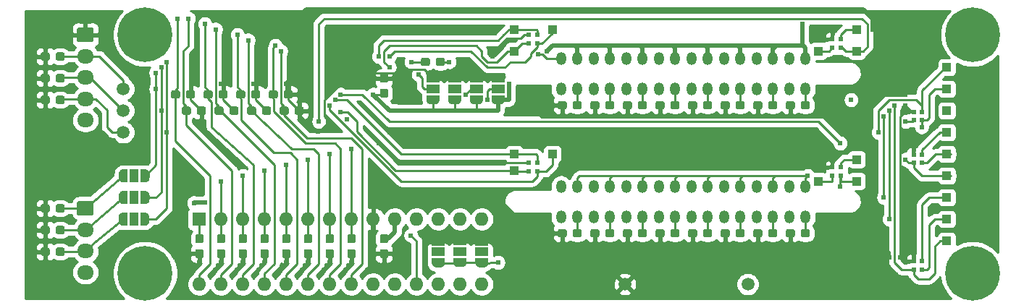
<source format=gtl>
G04 #@! TF.GenerationSoftware,KiCad,Pcbnew,(5.1.5-0-10_14)*
G04 #@! TF.CreationDate,2020-08-25T00:06:45+09:00*
G04 #@! TF.ProjectId,FPGA-X68k-ProCaseLED,46504741-2d58-4363-986b-2d50726f4361,rev?*
G04 #@! TF.SameCoordinates,Original*
G04 #@! TF.FileFunction,Copper,L1,Top*
G04 #@! TF.FilePolarity,Positive*
%FSLAX46Y46*%
G04 Gerber Fmt 4.6, Leading zero omitted, Abs format (unit mm)*
G04 Created by KiCad (PCBNEW (5.1.5-0-10_14)) date 2020-08-25 00:06:45*
%MOMM*%
%LPD*%
G04 APERTURE LIST*
%ADD10C,0.100000*%
%ADD11R,1.500000X1.000000*%
%ADD12R,1.000000X1.500000*%
%ADD13O,1.950000X1.700000*%
%ADD14O,1.200000X1.524000*%
%ADD15O,1.600000X1.600000*%
%ADD16R,1.600000X1.600000*%
%ADD17R,1.000000X1.000000*%
%ADD18C,1.500000*%
%ADD19C,6.400000*%
%ADD20R,0.600000X0.600000*%
%ADD21C,0.620000*%
%ADD22C,0.250000*%
%ADD23C,0.500000*%
%ADD24C,0.254000*%
G04 APERTURE END LIST*
G04 #@! TA.AperFunction,SMDPad,CuDef*
D10*
G36*
X92335779Y-119096144D02*
G01*
X92358834Y-119099563D01*
X92381443Y-119105227D01*
X92403387Y-119113079D01*
X92424457Y-119123044D01*
X92444448Y-119135026D01*
X92463168Y-119148910D01*
X92480438Y-119164562D01*
X92496090Y-119181832D01*
X92509974Y-119200552D01*
X92521956Y-119220543D01*
X92531921Y-119241613D01*
X92539773Y-119263557D01*
X92545437Y-119286166D01*
X92548856Y-119309221D01*
X92550000Y-119332500D01*
X92550000Y-119907500D01*
X92548856Y-119930779D01*
X92545437Y-119953834D01*
X92539773Y-119976443D01*
X92531921Y-119998387D01*
X92521956Y-120019457D01*
X92509974Y-120039448D01*
X92496090Y-120058168D01*
X92480438Y-120075438D01*
X92463168Y-120091090D01*
X92444448Y-120104974D01*
X92424457Y-120116956D01*
X92403387Y-120126921D01*
X92381443Y-120134773D01*
X92358834Y-120140437D01*
X92335779Y-120143856D01*
X92312500Y-120145000D01*
X91837500Y-120145000D01*
X91814221Y-120143856D01*
X91791166Y-120140437D01*
X91768557Y-120134773D01*
X91746613Y-120126921D01*
X91725543Y-120116956D01*
X91705552Y-120104974D01*
X91686832Y-120091090D01*
X91669562Y-120075438D01*
X91653910Y-120058168D01*
X91640026Y-120039448D01*
X91628044Y-120019457D01*
X91618079Y-119998387D01*
X91610227Y-119976443D01*
X91604563Y-119953834D01*
X91601144Y-119930779D01*
X91600000Y-119907500D01*
X91600000Y-119332500D01*
X91601144Y-119309221D01*
X91604563Y-119286166D01*
X91610227Y-119263557D01*
X91618079Y-119241613D01*
X91628044Y-119220543D01*
X91640026Y-119200552D01*
X91653910Y-119181832D01*
X91669562Y-119164562D01*
X91686832Y-119148910D01*
X91705552Y-119135026D01*
X91725543Y-119123044D01*
X91746613Y-119113079D01*
X91768557Y-119105227D01*
X91791166Y-119099563D01*
X91814221Y-119096144D01*
X91837500Y-119095000D01*
X92312500Y-119095000D01*
X92335779Y-119096144D01*
G37*
G04 #@! TD.AperFunction*
G04 #@! TA.AperFunction,SMDPad,CuDef*
G36*
X92335779Y-117346144D02*
G01*
X92358834Y-117349563D01*
X92381443Y-117355227D01*
X92403387Y-117363079D01*
X92424457Y-117373044D01*
X92444448Y-117385026D01*
X92463168Y-117398910D01*
X92480438Y-117414562D01*
X92496090Y-117431832D01*
X92509974Y-117450552D01*
X92521956Y-117470543D01*
X92531921Y-117491613D01*
X92539773Y-117513557D01*
X92545437Y-117536166D01*
X92548856Y-117559221D01*
X92550000Y-117582500D01*
X92550000Y-118157500D01*
X92548856Y-118180779D01*
X92545437Y-118203834D01*
X92539773Y-118226443D01*
X92531921Y-118248387D01*
X92521956Y-118269457D01*
X92509974Y-118289448D01*
X92496090Y-118308168D01*
X92480438Y-118325438D01*
X92463168Y-118341090D01*
X92444448Y-118354974D01*
X92424457Y-118366956D01*
X92403387Y-118376921D01*
X92381443Y-118384773D01*
X92358834Y-118390437D01*
X92335779Y-118393856D01*
X92312500Y-118395000D01*
X91837500Y-118395000D01*
X91814221Y-118393856D01*
X91791166Y-118390437D01*
X91768557Y-118384773D01*
X91746613Y-118376921D01*
X91725543Y-118366956D01*
X91705552Y-118354974D01*
X91686832Y-118341090D01*
X91669562Y-118325438D01*
X91653910Y-118308168D01*
X91640026Y-118289448D01*
X91628044Y-118269457D01*
X91618079Y-118248387D01*
X91610227Y-118226443D01*
X91604563Y-118203834D01*
X91601144Y-118180779D01*
X91600000Y-118157500D01*
X91600000Y-117582500D01*
X91601144Y-117559221D01*
X91604563Y-117536166D01*
X91610227Y-117513557D01*
X91618079Y-117491613D01*
X91628044Y-117470543D01*
X91640026Y-117450552D01*
X91653910Y-117431832D01*
X91669562Y-117414562D01*
X91686832Y-117398910D01*
X91705552Y-117385026D01*
X91725543Y-117373044D01*
X91746613Y-117363079D01*
X91768557Y-117355227D01*
X91791166Y-117349563D01*
X91814221Y-117346144D01*
X91837500Y-117345000D01*
X92312500Y-117345000D01*
X92335779Y-117346144D01*
G37*
G04 #@! TD.AperFunction*
G04 #@! TA.AperFunction,SMDPad,CuDef*
G36*
X52775779Y-118906144D02*
G01*
X52798834Y-118909563D01*
X52821443Y-118915227D01*
X52843387Y-118923079D01*
X52864457Y-118933044D01*
X52884448Y-118945026D01*
X52903168Y-118958910D01*
X52920438Y-118974562D01*
X52936090Y-118991832D01*
X52949974Y-119010552D01*
X52961956Y-119030543D01*
X52971921Y-119051613D01*
X52979773Y-119073557D01*
X52985437Y-119096166D01*
X52988856Y-119119221D01*
X52990000Y-119142500D01*
X52990000Y-119617500D01*
X52988856Y-119640779D01*
X52985437Y-119663834D01*
X52979773Y-119686443D01*
X52971921Y-119708387D01*
X52961956Y-119729457D01*
X52949974Y-119749448D01*
X52936090Y-119768168D01*
X52920438Y-119785438D01*
X52903168Y-119801090D01*
X52884448Y-119814974D01*
X52864457Y-119826956D01*
X52843387Y-119836921D01*
X52821443Y-119844773D01*
X52798834Y-119850437D01*
X52775779Y-119853856D01*
X52752500Y-119855000D01*
X52177500Y-119855000D01*
X52154221Y-119853856D01*
X52131166Y-119850437D01*
X52108557Y-119844773D01*
X52086613Y-119836921D01*
X52065543Y-119826956D01*
X52045552Y-119814974D01*
X52026832Y-119801090D01*
X52009562Y-119785438D01*
X51993910Y-119768168D01*
X51980026Y-119749448D01*
X51968044Y-119729457D01*
X51958079Y-119708387D01*
X51950227Y-119686443D01*
X51944563Y-119663834D01*
X51941144Y-119640779D01*
X51940000Y-119617500D01*
X51940000Y-119142500D01*
X51941144Y-119119221D01*
X51944563Y-119096166D01*
X51950227Y-119073557D01*
X51958079Y-119051613D01*
X51968044Y-119030543D01*
X51980026Y-119010552D01*
X51993910Y-118991832D01*
X52009562Y-118974562D01*
X52026832Y-118958910D01*
X52045552Y-118945026D01*
X52065543Y-118933044D01*
X52086613Y-118923079D01*
X52108557Y-118915227D01*
X52131166Y-118909563D01*
X52154221Y-118906144D01*
X52177500Y-118905000D01*
X52752500Y-118905000D01*
X52775779Y-118906144D01*
G37*
G04 #@! TD.AperFunction*
G04 #@! TA.AperFunction,SMDPad,CuDef*
G36*
X54525779Y-118906144D02*
G01*
X54548834Y-118909563D01*
X54571443Y-118915227D01*
X54593387Y-118923079D01*
X54614457Y-118933044D01*
X54634448Y-118945026D01*
X54653168Y-118958910D01*
X54670438Y-118974562D01*
X54686090Y-118991832D01*
X54699974Y-119010552D01*
X54711956Y-119030543D01*
X54721921Y-119051613D01*
X54729773Y-119073557D01*
X54735437Y-119096166D01*
X54738856Y-119119221D01*
X54740000Y-119142500D01*
X54740000Y-119617500D01*
X54738856Y-119640779D01*
X54735437Y-119663834D01*
X54729773Y-119686443D01*
X54721921Y-119708387D01*
X54711956Y-119729457D01*
X54699974Y-119749448D01*
X54686090Y-119768168D01*
X54670438Y-119785438D01*
X54653168Y-119801090D01*
X54634448Y-119814974D01*
X54614457Y-119826956D01*
X54593387Y-119836921D01*
X54571443Y-119844773D01*
X54548834Y-119850437D01*
X54525779Y-119853856D01*
X54502500Y-119855000D01*
X53927500Y-119855000D01*
X53904221Y-119853856D01*
X53881166Y-119850437D01*
X53858557Y-119844773D01*
X53836613Y-119836921D01*
X53815543Y-119826956D01*
X53795552Y-119814974D01*
X53776832Y-119801090D01*
X53759562Y-119785438D01*
X53743910Y-119768168D01*
X53730026Y-119749448D01*
X53718044Y-119729457D01*
X53708079Y-119708387D01*
X53700227Y-119686443D01*
X53694563Y-119663834D01*
X53691144Y-119640779D01*
X53690000Y-119617500D01*
X53690000Y-119142500D01*
X53691144Y-119119221D01*
X53694563Y-119096166D01*
X53700227Y-119073557D01*
X53708079Y-119051613D01*
X53718044Y-119030543D01*
X53730026Y-119010552D01*
X53743910Y-118991832D01*
X53759562Y-118974562D01*
X53776832Y-118958910D01*
X53795552Y-118945026D01*
X53815543Y-118933044D01*
X53836613Y-118923079D01*
X53858557Y-118915227D01*
X53881166Y-118909563D01*
X53904221Y-118906144D01*
X53927500Y-118905000D01*
X54502500Y-118905000D01*
X54525779Y-118906144D01*
G37*
G04 #@! TD.AperFunction*
G04 #@! TA.AperFunction,SMDPad,CuDef*
G36*
X52775779Y-116366144D02*
G01*
X52798834Y-116369563D01*
X52821443Y-116375227D01*
X52843387Y-116383079D01*
X52864457Y-116393044D01*
X52884448Y-116405026D01*
X52903168Y-116418910D01*
X52920438Y-116434562D01*
X52936090Y-116451832D01*
X52949974Y-116470552D01*
X52961956Y-116490543D01*
X52971921Y-116511613D01*
X52979773Y-116533557D01*
X52985437Y-116556166D01*
X52988856Y-116579221D01*
X52990000Y-116602500D01*
X52990000Y-117077500D01*
X52988856Y-117100779D01*
X52985437Y-117123834D01*
X52979773Y-117146443D01*
X52971921Y-117168387D01*
X52961956Y-117189457D01*
X52949974Y-117209448D01*
X52936090Y-117228168D01*
X52920438Y-117245438D01*
X52903168Y-117261090D01*
X52884448Y-117274974D01*
X52864457Y-117286956D01*
X52843387Y-117296921D01*
X52821443Y-117304773D01*
X52798834Y-117310437D01*
X52775779Y-117313856D01*
X52752500Y-117315000D01*
X52177500Y-117315000D01*
X52154221Y-117313856D01*
X52131166Y-117310437D01*
X52108557Y-117304773D01*
X52086613Y-117296921D01*
X52065543Y-117286956D01*
X52045552Y-117274974D01*
X52026832Y-117261090D01*
X52009562Y-117245438D01*
X51993910Y-117228168D01*
X51980026Y-117209448D01*
X51968044Y-117189457D01*
X51958079Y-117168387D01*
X51950227Y-117146443D01*
X51944563Y-117123834D01*
X51941144Y-117100779D01*
X51940000Y-117077500D01*
X51940000Y-116602500D01*
X51941144Y-116579221D01*
X51944563Y-116556166D01*
X51950227Y-116533557D01*
X51958079Y-116511613D01*
X51968044Y-116490543D01*
X51980026Y-116470552D01*
X51993910Y-116451832D01*
X52009562Y-116434562D01*
X52026832Y-116418910D01*
X52045552Y-116405026D01*
X52065543Y-116393044D01*
X52086613Y-116383079D01*
X52108557Y-116375227D01*
X52131166Y-116369563D01*
X52154221Y-116366144D01*
X52177500Y-116365000D01*
X52752500Y-116365000D01*
X52775779Y-116366144D01*
G37*
G04 #@! TD.AperFunction*
G04 #@! TA.AperFunction,SMDPad,CuDef*
G36*
X54525779Y-116366144D02*
G01*
X54548834Y-116369563D01*
X54571443Y-116375227D01*
X54593387Y-116383079D01*
X54614457Y-116393044D01*
X54634448Y-116405026D01*
X54653168Y-116418910D01*
X54670438Y-116434562D01*
X54686090Y-116451832D01*
X54699974Y-116470552D01*
X54711956Y-116490543D01*
X54721921Y-116511613D01*
X54729773Y-116533557D01*
X54735437Y-116556166D01*
X54738856Y-116579221D01*
X54740000Y-116602500D01*
X54740000Y-117077500D01*
X54738856Y-117100779D01*
X54735437Y-117123834D01*
X54729773Y-117146443D01*
X54721921Y-117168387D01*
X54711956Y-117189457D01*
X54699974Y-117209448D01*
X54686090Y-117228168D01*
X54670438Y-117245438D01*
X54653168Y-117261090D01*
X54634448Y-117274974D01*
X54614457Y-117286956D01*
X54593387Y-117296921D01*
X54571443Y-117304773D01*
X54548834Y-117310437D01*
X54525779Y-117313856D01*
X54502500Y-117315000D01*
X53927500Y-117315000D01*
X53904221Y-117313856D01*
X53881166Y-117310437D01*
X53858557Y-117304773D01*
X53836613Y-117296921D01*
X53815543Y-117286956D01*
X53795552Y-117274974D01*
X53776832Y-117261090D01*
X53759562Y-117245438D01*
X53743910Y-117228168D01*
X53730026Y-117209448D01*
X53718044Y-117189457D01*
X53708079Y-117168387D01*
X53700227Y-117146443D01*
X53694563Y-117123834D01*
X53691144Y-117100779D01*
X53690000Y-117077500D01*
X53690000Y-116602500D01*
X53691144Y-116579221D01*
X53694563Y-116556166D01*
X53700227Y-116533557D01*
X53708079Y-116511613D01*
X53718044Y-116490543D01*
X53730026Y-116470552D01*
X53743910Y-116451832D01*
X53759562Y-116434562D01*
X53776832Y-116418910D01*
X53795552Y-116405026D01*
X53815543Y-116393044D01*
X53836613Y-116383079D01*
X53858557Y-116375227D01*
X53881166Y-116369563D01*
X53904221Y-116366144D01*
X53927500Y-116365000D01*
X54502500Y-116365000D01*
X54525779Y-116366144D01*
G37*
G04 #@! TD.AperFunction*
G04 #@! TA.AperFunction,SMDPad,CuDef*
G36*
X52775779Y-113826144D02*
G01*
X52798834Y-113829563D01*
X52821443Y-113835227D01*
X52843387Y-113843079D01*
X52864457Y-113853044D01*
X52884448Y-113865026D01*
X52903168Y-113878910D01*
X52920438Y-113894562D01*
X52936090Y-113911832D01*
X52949974Y-113930552D01*
X52961956Y-113950543D01*
X52971921Y-113971613D01*
X52979773Y-113993557D01*
X52985437Y-114016166D01*
X52988856Y-114039221D01*
X52990000Y-114062500D01*
X52990000Y-114537500D01*
X52988856Y-114560779D01*
X52985437Y-114583834D01*
X52979773Y-114606443D01*
X52971921Y-114628387D01*
X52961956Y-114649457D01*
X52949974Y-114669448D01*
X52936090Y-114688168D01*
X52920438Y-114705438D01*
X52903168Y-114721090D01*
X52884448Y-114734974D01*
X52864457Y-114746956D01*
X52843387Y-114756921D01*
X52821443Y-114764773D01*
X52798834Y-114770437D01*
X52775779Y-114773856D01*
X52752500Y-114775000D01*
X52177500Y-114775000D01*
X52154221Y-114773856D01*
X52131166Y-114770437D01*
X52108557Y-114764773D01*
X52086613Y-114756921D01*
X52065543Y-114746956D01*
X52045552Y-114734974D01*
X52026832Y-114721090D01*
X52009562Y-114705438D01*
X51993910Y-114688168D01*
X51980026Y-114669448D01*
X51968044Y-114649457D01*
X51958079Y-114628387D01*
X51950227Y-114606443D01*
X51944563Y-114583834D01*
X51941144Y-114560779D01*
X51940000Y-114537500D01*
X51940000Y-114062500D01*
X51941144Y-114039221D01*
X51944563Y-114016166D01*
X51950227Y-113993557D01*
X51958079Y-113971613D01*
X51968044Y-113950543D01*
X51980026Y-113930552D01*
X51993910Y-113911832D01*
X52009562Y-113894562D01*
X52026832Y-113878910D01*
X52045552Y-113865026D01*
X52065543Y-113853044D01*
X52086613Y-113843079D01*
X52108557Y-113835227D01*
X52131166Y-113829563D01*
X52154221Y-113826144D01*
X52177500Y-113825000D01*
X52752500Y-113825000D01*
X52775779Y-113826144D01*
G37*
G04 #@! TD.AperFunction*
G04 #@! TA.AperFunction,SMDPad,CuDef*
G36*
X54525779Y-113826144D02*
G01*
X54548834Y-113829563D01*
X54571443Y-113835227D01*
X54593387Y-113843079D01*
X54614457Y-113853044D01*
X54634448Y-113865026D01*
X54653168Y-113878910D01*
X54670438Y-113894562D01*
X54686090Y-113911832D01*
X54699974Y-113930552D01*
X54711956Y-113950543D01*
X54721921Y-113971613D01*
X54729773Y-113993557D01*
X54735437Y-114016166D01*
X54738856Y-114039221D01*
X54740000Y-114062500D01*
X54740000Y-114537500D01*
X54738856Y-114560779D01*
X54735437Y-114583834D01*
X54729773Y-114606443D01*
X54721921Y-114628387D01*
X54711956Y-114649457D01*
X54699974Y-114669448D01*
X54686090Y-114688168D01*
X54670438Y-114705438D01*
X54653168Y-114721090D01*
X54634448Y-114734974D01*
X54614457Y-114746956D01*
X54593387Y-114756921D01*
X54571443Y-114764773D01*
X54548834Y-114770437D01*
X54525779Y-114773856D01*
X54502500Y-114775000D01*
X53927500Y-114775000D01*
X53904221Y-114773856D01*
X53881166Y-114770437D01*
X53858557Y-114764773D01*
X53836613Y-114756921D01*
X53815543Y-114746956D01*
X53795552Y-114734974D01*
X53776832Y-114721090D01*
X53759562Y-114705438D01*
X53743910Y-114688168D01*
X53730026Y-114669448D01*
X53718044Y-114649457D01*
X53708079Y-114628387D01*
X53700227Y-114606443D01*
X53694563Y-114583834D01*
X53691144Y-114560779D01*
X53690000Y-114537500D01*
X53690000Y-114062500D01*
X53691144Y-114039221D01*
X53694563Y-114016166D01*
X53700227Y-113993557D01*
X53708079Y-113971613D01*
X53718044Y-113950543D01*
X53730026Y-113930552D01*
X53743910Y-113911832D01*
X53759562Y-113894562D01*
X53776832Y-113878910D01*
X53795552Y-113865026D01*
X53815543Y-113853044D01*
X53836613Y-113843079D01*
X53858557Y-113835227D01*
X53881166Y-113829563D01*
X53904221Y-113826144D01*
X53927500Y-113825000D01*
X54502500Y-113825000D01*
X54525779Y-113826144D01*
G37*
G04 #@! TD.AperFunction*
D11*
X105410000Y-100330000D03*
G04 #@! TA.AperFunction,SMDPad,CuDef*
D10*
G36*
X104660602Y-99030000D02*
G01*
X104660602Y-99005466D01*
X104665412Y-98956635D01*
X104674984Y-98908510D01*
X104689228Y-98861555D01*
X104708005Y-98816222D01*
X104731136Y-98772949D01*
X104758396Y-98732150D01*
X104789524Y-98694221D01*
X104824221Y-98659524D01*
X104862150Y-98628396D01*
X104902949Y-98601136D01*
X104946222Y-98578005D01*
X104991555Y-98559228D01*
X105038510Y-98544984D01*
X105086635Y-98535412D01*
X105135466Y-98530602D01*
X105160000Y-98530602D01*
X105160000Y-98530000D01*
X105660000Y-98530000D01*
X105660000Y-98530602D01*
X105684534Y-98530602D01*
X105733365Y-98535412D01*
X105781490Y-98544984D01*
X105828445Y-98559228D01*
X105873778Y-98578005D01*
X105917051Y-98601136D01*
X105957850Y-98628396D01*
X105995779Y-98659524D01*
X106030476Y-98694221D01*
X106061604Y-98732150D01*
X106088864Y-98772949D01*
X106111995Y-98816222D01*
X106130772Y-98861555D01*
X106145016Y-98908510D01*
X106154588Y-98956635D01*
X106159398Y-99005466D01*
X106159398Y-99030000D01*
X106160000Y-99030000D01*
X106160000Y-99580000D01*
X104660000Y-99580000D01*
X104660000Y-99030000D01*
X104660602Y-99030000D01*
G37*
G04 #@! TD.AperFunction*
G04 #@! TA.AperFunction,SMDPad,CuDef*
G36*
X106160000Y-101080000D02*
G01*
X106160000Y-101630000D01*
X106159398Y-101630000D01*
X106159398Y-101654534D01*
X106154588Y-101703365D01*
X106145016Y-101751490D01*
X106130772Y-101798445D01*
X106111995Y-101843778D01*
X106088864Y-101887051D01*
X106061604Y-101927850D01*
X106030476Y-101965779D01*
X105995779Y-102000476D01*
X105957850Y-102031604D01*
X105917051Y-102058864D01*
X105873778Y-102081995D01*
X105828445Y-102100772D01*
X105781490Y-102115016D01*
X105733365Y-102124588D01*
X105684534Y-102129398D01*
X105660000Y-102129398D01*
X105660000Y-102130000D01*
X105160000Y-102130000D01*
X105160000Y-102129398D01*
X105135466Y-102129398D01*
X105086635Y-102124588D01*
X105038510Y-102115016D01*
X104991555Y-102100772D01*
X104946222Y-102081995D01*
X104902949Y-102058864D01*
X104862150Y-102031604D01*
X104824221Y-102000476D01*
X104789524Y-101965779D01*
X104758396Y-101927850D01*
X104731136Y-101887051D01*
X104708005Y-101843778D01*
X104689228Y-101798445D01*
X104674984Y-101751490D01*
X104665412Y-101703365D01*
X104660602Y-101654534D01*
X104660602Y-101630000D01*
X104660000Y-101630000D01*
X104660000Y-101080000D01*
X106160000Y-101080000D01*
G37*
G04 #@! TD.AperFunction*
D11*
X102870000Y-100330000D03*
G04 #@! TA.AperFunction,SMDPad,CuDef*
D10*
G36*
X102120602Y-99030000D02*
G01*
X102120602Y-99005466D01*
X102125412Y-98956635D01*
X102134984Y-98908510D01*
X102149228Y-98861555D01*
X102168005Y-98816222D01*
X102191136Y-98772949D01*
X102218396Y-98732150D01*
X102249524Y-98694221D01*
X102284221Y-98659524D01*
X102322150Y-98628396D01*
X102362949Y-98601136D01*
X102406222Y-98578005D01*
X102451555Y-98559228D01*
X102498510Y-98544984D01*
X102546635Y-98535412D01*
X102595466Y-98530602D01*
X102620000Y-98530602D01*
X102620000Y-98530000D01*
X103120000Y-98530000D01*
X103120000Y-98530602D01*
X103144534Y-98530602D01*
X103193365Y-98535412D01*
X103241490Y-98544984D01*
X103288445Y-98559228D01*
X103333778Y-98578005D01*
X103377051Y-98601136D01*
X103417850Y-98628396D01*
X103455779Y-98659524D01*
X103490476Y-98694221D01*
X103521604Y-98732150D01*
X103548864Y-98772949D01*
X103571995Y-98816222D01*
X103590772Y-98861555D01*
X103605016Y-98908510D01*
X103614588Y-98956635D01*
X103619398Y-99005466D01*
X103619398Y-99030000D01*
X103620000Y-99030000D01*
X103620000Y-99580000D01*
X102120000Y-99580000D01*
X102120000Y-99030000D01*
X102120602Y-99030000D01*
G37*
G04 #@! TD.AperFunction*
G04 #@! TA.AperFunction,SMDPad,CuDef*
G36*
X103620000Y-101080000D02*
G01*
X103620000Y-101630000D01*
X103619398Y-101630000D01*
X103619398Y-101654534D01*
X103614588Y-101703365D01*
X103605016Y-101751490D01*
X103590772Y-101798445D01*
X103571995Y-101843778D01*
X103548864Y-101887051D01*
X103521604Y-101927850D01*
X103490476Y-101965779D01*
X103455779Y-102000476D01*
X103417850Y-102031604D01*
X103377051Y-102058864D01*
X103333778Y-102081995D01*
X103288445Y-102100772D01*
X103241490Y-102115016D01*
X103193365Y-102124588D01*
X103144534Y-102129398D01*
X103120000Y-102129398D01*
X103120000Y-102130000D01*
X102620000Y-102130000D01*
X102620000Y-102129398D01*
X102595466Y-102129398D01*
X102546635Y-102124588D01*
X102498510Y-102115016D01*
X102451555Y-102100772D01*
X102406222Y-102081995D01*
X102362949Y-102058864D01*
X102322150Y-102031604D01*
X102284221Y-102000476D01*
X102249524Y-101965779D01*
X102218396Y-101927850D01*
X102191136Y-101887051D01*
X102168005Y-101843778D01*
X102149228Y-101798445D01*
X102134984Y-101751490D01*
X102125412Y-101703365D01*
X102120602Y-101654534D01*
X102120602Y-101630000D01*
X102120000Y-101630000D01*
X102120000Y-101080000D01*
X103620000Y-101080000D01*
G37*
G04 #@! TD.AperFunction*
D11*
X100330000Y-100330000D03*
G04 #@! TA.AperFunction,SMDPad,CuDef*
D10*
G36*
X99580602Y-99030000D02*
G01*
X99580602Y-99005466D01*
X99585412Y-98956635D01*
X99594984Y-98908510D01*
X99609228Y-98861555D01*
X99628005Y-98816222D01*
X99651136Y-98772949D01*
X99678396Y-98732150D01*
X99709524Y-98694221D01*
X99744221Y-98659524D01*
X99782150Y-98628396D01*
X99822949Y-98601136D01*
X99866222Y-98578005D01*
X99911555Y-98559228D01*
X99958510Y-98544984D01*
X100006635Y-98535412D01*
X100055466Y-98530602D01*
X100080000Y-98530602D01*
X100080000Y-98530000D01*
X100580000Y-98530000D01*
X100580000Y-98530602D01*
X100604534Y-98530602D01*
X100653365Y-98535412D01*
X100701490Y-98544984D01*
X100748445Y-98559228D01*
X100793778Y-98578005D01*
X100837051Y-98601136D01*
X100877850Y-98628396D01*
X100915779Y-98659524D01*
X100950476Y-98694221D01*
X100981604Y-98732150D01*
X101008864Y-98772949D01*
X101031995Y-98816222D01*
X101050772Y-98861555D01*
X101065016Y-98908510D01*
X101074588Y-98956635D01*
X101079398Y-99005466D01*
X101079398Y-99030000D01*
X101080000Y-99030000D01*
X101080000Y-99580000D01*
X99580000Y-99580000D01*
X99580000Y-99030000D01*
X99580602Y-99030000D01*
G37*
G04 #@! TD.AperFunction*
G04 #@! TA.AperFunction,SMDPad,CuDef*
G36*
X101080000Y-101080000D02*
G01*
X101080000Y-101630000D01*
X101079398Y-101630000D01*
X101079398Y-101654534D01*
X101074588Y-101703365D01*
X101065016Y-101751490D01*
X101050772Y-101798445D01*
X101031995Y-101843778D01*
X101008864Y-101887051D01*
X100981604Y-101927850D01*
X100950476Y-101965779D01*
X100915779Y-102000476D01*
X100877850Y-102031604D01*
X100837051Y-102058864D01*
X100793778Y-102081995D01*
X100748445Y-102100772D01*
X100701490Y-102115016D01*
X100653365Y-102124588D01*
X100604534Y-102129398D01*
X100580000Y-102129398D01*
X100580000Y-102130000D01*
X100080000Y-102130000D01*
X100080000Y-102129398D01*
X100055466Y-102129398D01*
X100006635Y-102124588D01*
X99958510Y-102115016D01*
X99911555Y-102100772D01*
X99866222Y-102081995D01*
X99822949Y-102058864D01*
X99782150Y-102031604D01*
X99744221Y-102000476D01*
X99709524Y-101965779D01*
X99678396Y-101927850D01*
X99651136Y-101887051D01*
X99628005Y-101843778D01*
X99609228Y-101798445D01*
X99594984Y-101751490D01*
X99585412Y-101703365D01*
X99580602Y-101654534D01*
X99580602Y-101630000D01*
X99580000Y-101630000D01*
X99580000Y-101080000D01*
X101080000Y-101080000D01*
G37*
G04 #@! TD.AperFunction*
D11*
X97790000Y-100330000D03*
G04 #@! TA.AperFunction,SMDPad,CuDef*
D10*
G36*
X97040602Y-99030000D02*
G01*
X97040602Y-99005466D01*
X97045412Y-98956635D01*
X97054984Y-98908510D01*
X97069228Y-98861555D01*
X97088005Y-98816222D01*
X97111136Y-98772949D01*
X97138396Y-98732150D01*
X97169524Y-98694221D01*
X97204221Y-98659524D01*
X97242150Y-98628396D01*
X97282949Y-98601136D01*
X97326222Y-98578005D01*
X97371555Y-98559228D01*
X97418510Y-98544984D01*
X97466635Y-98535412D01*
X97515466Y-98530602D01*
X97540000Y-98530602D01*
X97540000Y-98530000D01*
X98040000Y-98530000D01*
X98040000Y-98530602D01*
X98064534Y-98530602D01*
X98113365Y-98535412D01*
X98161490Y-98544984D01*
X98208445Y-98559228D01*
X98253778Y-98578005D01*
X98297051Y-98601136D01*
X98337850Y-98628396D01*
X98375779Y-98659524D01*
X98410476Y-98694221D01*
X98441604Y-98732150D01*
X98468864Y-98772949D01*
X98491995Y-98816222D01*
X98510772Y-98861555D01*
X98525016Y-98908510D01*
X98534588Y-98956635D01*
X98539398Y-99005466D01*
X98539398Y-99030000D01*
X98540000Y-99030000D01*
X98540000Y-99580000D01*
X97040000Y-99580000D01*
X97040000Y-99030000D01*
X97040602Y-99030000D01*
G37*
G04 #@! TD.AperFunction*
G04 #@! TA.AperFunction,SMDPad,CuDef*
G36*
X98540000Y-101080000D02*
G01*
X98540000Y-101630000D01*
X98539398Y-101630000D01*
X98539398Y-101654534D01*
X98534588Y-101703365D01*
X98525016Y-101751490D01*
X98510772Y-101798445D01*
X98491995Y-101843778D01*
X98468864Y-101887051D01*
X98441604Y-101927850D01*
X98410476Y-101965779D01*
X98375779Y-102000476D01*
X98337850Y-102031604D01*
X98297051Y-102058864D01*
X98253778Y-102081995D01*
X98208445Y-102100772D01*
X98161490Y-102115016D01*
X98113365Y-102124588D01*
X98064534Y-102129398D01*
X98040000Y-102129398D01*
X98040000Y-102130000D01*
X97540000Y-102130000D01*
X97540000Y-102129398D01*
X97515466Y-102129398D01*
X97466635Y-102124588D01*
X97418510Y-102115016D01*
X97371555Y-102100772D01*
X97326222Y-102081995D01*
X97282949Y-102058864D01*
X97242150Y-102031604D01*
X97204221Y-102000476D01*
X97169524Y-101965779D01*
X97138396Y-101927850D01*
X97111136Y-101887051D01*
X97088005Y-101843778D01*
X97069228Y-101798445D01*
X97054984Y-101751490D01*
X97045412Y-101703365D01*
X97040602Y-101654534D01*
X97040602Y-101630000D01*
X97040000Y-101630000D01*
X97040000Y-101080000D01*
X98540000Y-101080000D01*
G37*
G04 #@! TD.AperFunction*
D12*
X62835000Y-115570000D03*
G04 #@! TA.AperFunction,SMDPad,CuDef*
D10*
G36*
X64135000Y-114820602D02*
G01*
X64159534Y-114820602D01*
X64208365Y-114825412D01*
X64256490Y-114834984D01*
X64303445Y-114849228D01*
X64348778Y-114868005D01*
X64392051Y-114891136D01*
X64432850Y-114918396D01*
X64470779Y-114949524D01*
X64505476Y-114984221D01*
X64536604Y-115022150D01*
X64563864Y-115062949D01*
X64586995Y-115106222D01*
X64605772Y-115151555D01*
X64620016Y-115198510D01*
X64629588Y-115246635D01*
X64634398Y-115295466D01*
X64634398Y-115320000D01*
X64635000Y-115320000D01*
X64635000Y-115820000D01*
X64634398Y-115820000D01*
X64634398Y-115844534D01*
X64629588Y-115893365D01*
X64620016Y-115941490D01*
X64605772Y-115988445D01*
X64586995Y-116033778D01*
X64563864Y-116077051D01*
X64536604Y-116117850D01*
X64505476Y-116155779D01*
X64470779Y-116190476D01*
X64432850Y-116221604D01*
X64392051Y-116248864D01*
X64348778Y-116271995D01*
X64303445Y-116290772D01*
X64256490Y-116305016D01*
X64208365Y-116314588D01*
X64159534Y-116319398D01*
X64135000Y-116319398D01*
X64135000Y-116320000D01*
X63585000Y-116320000D01*
X63585000Y-114820000D01*
X64135000Y-114820000D01*
X64135000Y-114820602D01*
G37*
G04 #@! TD.AperFunction*
G04 #@! TA.AperFunction,SMDPad,CuDef*
G36*
X62085000Y-116320000D02*
G01*
X61535000Y-116320000D01*
X61535000Y-116319398D01*
X61510466Y-116319398D01*
X61461635Y-116314588D01*
X61413510Y-116305016D01*
X61366555Y-116290772D01*
X61321222Y-116271995D01*
X61277949Y-116248864D01*
X61237150Y-116221604D01*
X61199221Y-116190476D01*
X61164524Y-116155779D01*
X61133396Y-116117850D01*
X61106136Y-116077051D01*
X61083005Y-116033778D01*
X61064228Y-115988445D01*
X61049984Y-115941490D01*
X61040412Y-115893365D01*
X61035602Y-115844534D01*
X61035602Y-115820000D01*
X61035000Y-115820000D01*
X61035000Y-115320000D01*
X61035602Y-115320000D01*
X61035602Y-115295466D01*
X61040412Y-115246635D01*
X61049984Y-115198510D01*
X61064228Y-115151555D01*
X61083005Y-115106222D01*
X61106136Y-115062949D01*
X61133396Y-115022150D01*
X61164524Y-114984221D01*
X61199221Y-114949524D01*
X61237150Y-114918396D01*
X61277949Y-114891136D01*
X61321222Y-114868005D01*
X61366555Y-114849228D01*
X61413510Y-114834984D01*
X61461635Y-114825412D01*
X61510466Y-114820602D01*
X61535000Y-114820602D01*
X61535000Y-114820000D01*
X62085000Y-114820000D01*
X62085000Y-116320000D01*
G37*
G04 #@! TD.AperFunction*
D12*
X62865000Y-113030000D03*
G04 #@! TA.AperFunction,SMDPad,CuDef*
D10*
G36*
X64165000Y-112280602D02*
G01*
X64189534Y-112280602D01*
X64238365Y-112285412D01*
X64286490Y-112294984D01*
X64333445Y-112309228D01*
X64378778Y-112328005D01*
X64422051Y-112351136D01*
X64462850Y-112378396D01*
X64500779Y-112409524D01*
X64535476Y-112444221D01*
X64566604Y-112482150D01*
X64593864Y-112522949D01*
X64616995Y-112566222D01*
X64635772Y-112611555D01*
X64650016Y-112658510D01*
X64659588Y-112706635D01*
X64664398Y-112755466D01*
X64664398Y-112780000D01*
X64665000Y-112780000D01*
X64665000Y-113280000D01*
X64664398Y-113280000D01*
X64664398Y-113304534D01*
X64659588Y-113353365D01*
X64650016Y-113401490D01*
X64635772Y-113448445D01*
X64616995Y-113493778D01*
X64593864Y-113537051D01*
X64566604Y-113577850D01*
X64535476Y-113615779D01*
X64500779Y-113650476D01*
X64462850Y-113681604D01*
X64422051Y-113708864D01*
X64378778Y-113731995D01*
X64333445Y-113750772D01*
X64286490Y-113765016D01*
X64238365Y-113774588D01*
X64189534Y-113779398D01*
X64165000Y-113779398D01*
X64165000Y-113780000D01*
X63615000Y-113780000D01*
X63615000Y-112280000D01*
X64165000Y-112280000D01*
X64165000Y-112280602D01*
G37*
G04 #@! TD.AperFunction*
G04 #@! TA.AperFunction,SMDPad,CuDef*
G36*
X62115000Y-113780000D02*
G01*
X61565000Y-113780000D01*
X61565000Y-113779398D01*
X61540466Y-113779398D01*
X61491635Y-113774588D01*
X61443510Y-113765016D01*
X61396555Y-113750772D01*
X61351222Y-113731995D01*
X61307949Y-113708864D01*
X61267150Y-113681604D01*
X61229221Y-113650476D01*
X61194524Y-113615779D01*
X61163396Y-113577850D01*
X61136136Y-113537051D01*
X61113005Y-113493778D01*
X61094228Y-113448445D01*
X61079984Y-113401490D01*
X61070412Y-113353365D01*
X61065602Y-113304534D01*
X61065602Y-113280000D01*
X61065000Y-113280000D01*
X61065000Y-112780000D01*
X61065602Y-112780000D01*
X61065602Y-112755466D01*
X61070412Y-112706635D01*
X61079984Y-112658510D01*
X61094228Y-112611555D01*
X61113005Y-112566222D01*
X61136136Y-112522949D01*
X61163396Y-112482150D01*
X61194524Y-112444221D01*
X61229221Y-112409524D01*
X61267150Y-112378396D01*
X61307949Y-112351136D01*
X61351222Y-112328005D01*
X61396555Y-112309228D01*
X61443510Y-112294984D01*
X61491635Y-112285412D01*
X61540466Y-112280602D01*
X61565000Y-112280602D01*
X61565000Y-112280000D01*
X62115000Y-112280000D01*
X62115000Y-113780000D01*
G37*
G04 #@! TD.AperFunction*
D12*
X62865000Y-110490000D03*
G04 #@! TA.AperFunction,SMDPad,CuDef*
D10*
G36*
X64165000Y-109740602D02*
G01*
X64189534Y-109740602D01*
X64238365Y-109745412D01*
X64286490Y-109754984D01*
X64333445Y-109769228D01*
X64378778Y-109788005D01*
X64422051Y-109811136D01*
X64462850Y-109838396D01*
X64500779Y-109869524D01*
X64535476Y-109904221D01*
X64566604Y-109942150D01*
X64593864Y-109982949D01*
X64616995Y-110026222D01*
X64635772Y-110071555D01*
X64650016Y-110118510D01*
X64659588Y-110166635D01*
X64664398Y-110215466D01*
X64664398Y-110240000D01*
X64665000Y-110240000D01*
X64665000Y-110740000D01*
X64664398Y-110740000D01*
X64664398Y-110764534D01*
X64659588Y-110813365D01*
X64650016Y-110861490D01*
X64635772Y-110908445D01*
X64616995Y-110953778D01*
X64593864Y-110997051D01*
X64566604Y-111037850D01*
X64535476Y-111075779D01*
X64500779Y-111110476D01*
X64462850Y-111141604D01*
X64422051Y-111168864D01*
X64378778Y-111191995D01*
X64333445Y-111210772D01*
X64286490Y-111225016D01*
X64238365Y-111234588D01*
X64189534Y-111239398D01*
X64165000Y-111239398D01*
X64165000Y-111240000D01*
X63615000Y-111240000D01*
X63615000Y-109740000D01*
X64165000Y-109740000D01*
X64165000Y-109740602D01*
G37*
G04 #@! TD.AperFunction*
G04 #@! TA.AperFunction,SMDPad,CuDef*
G36*
X62115000Y-111240000D02*
G01*
X61565000Y-111240000D01*
X61565000Y-111239398D01*
X61540466Y-111239398D01*
X61491635Y-111234588D01*
X61443510Y-111225016D01*
X61396555Y-111210772D01*
X61351222Y-111191995D01*
X61307949Y-111168864D01*
X61267150Y-111141604D01*
X61229221Y-111110476D01*
X61194524Y-111075779D01*
X61163396Y-111037850D01*
X61136136Y-110997051D01*
X61113005Y-110953778D01*
X61094228Y-110908445D01*
X61079984Y-110861490D01*
X61070412Y-110813365D01*
X61065602Y-110764534D01*
X61065602Y-110740000D01*
X61065000Y-110740000D01*
X61065000Y-110240000D01*
X61065602Y-110240000D01*
X61065602Y-110215466D01*
X61070412Y-110166635D01*
X61079984Y-110118510D01*
X61094228Y-110071555D01*
X61113005Y-110026222D01*
X61136136Y-109982949D01*
X61163396Y-109942150D01*
X61194524Y-109904221D01*
X61229221Y-109869524D01*
X61267150Y-109838396D01*
X61307949Y-109811136D01*
X61351222Y-109788005D01*
X61396555Y-109769228D01*
X61443510Y-109754984D01*
X61491635Y-109745412D01*
X61540466Y-109740602D01*
X61565000Y-109740602D01*
X61565000Y-109740000D01*
X62115000Y-109740000D01*
X62115000Y-111240000D01*
G37*
G04 #@! TD.AperFunction*
D11*
X103505000Y-119410000D03*
G04 #@! TA.AperFunction,SMDPad,CuDef*
D10*
G36*
X102755602Y-118110000D02*
G01*
X102755602Y-118085466D01*
X102760412Y-118036635D01*
X102769984Y-117988510D01*
X102784228Y-117941555D01*
X102803005Y-117896222D01*
X102826136Y-117852949D01*
X102853396Y-117812150D01*
X102884524Y-117774221D01*
X102919221Y-117739524D01*
X102957150Y-117708396D01*
X102997949Y-117681136D01*
X103041222Y-117658005D01*
X103086555Y-117639228D01*
X103133510Y-117624984D01*
X103181635Y-117615412D01*
X103230466Y-117610602D01*
X103255000Y-117610602D01*
X103255000Y-117610000D01*
X103755000Y-117610000D01*
X103755000Y-117610602D01*
X103779534Y-117610602D01*
X103828365Y-117615412D01*
X103876490Y-117624984D01*
X103923445Y-117639228D01*
X103968778Y-117658005D01*
X104012051Y-117681136D01*
X104052850Y-117708396D01*
X104090779Y-117739524D01*
X104125476Y-117774221D01*
X104156604Y-117812150D01*
X104183864Y-117852949D01*
X104206995Y-117896222D01*
X104225772Y-117941555D01*
X104240016Y-117988510D01*
X104249588Y-118036635D01*
X104254398Y-118085466D01*
X104254398Y-118110000D01*
X104255000Y-118110000D01*
X104255000Y-118660000D01*
X102755000Y-118660000D01*
X102755000Y-118110000D01*
X102755602Y-118110000D01*
G37*
G04 #@! TD.AperFunction*
G04 #@! TA.AperFunction,SMDPad,CuDef*
G36*
X104255000Y-120160000D02*
G01*
X104255000Y-120710000D01*
X104254398Y-120710000D01*
X104254398Y-120734534D01*
X104249588Y-120783365D01*
X104240016Y-120831490D01*
X104225772Y-120878445D01*
X104206995Y-120923778D01*
X104183864Y-120967051D01*
X104156604Y-121007850D01*
X104125476Y-121045779D01*
X104090779Y-121080476D01*
X104052850Y-121111604D01*
X104012051Y-121138864D01*
X103968778Y-121161995D01*
X103923445Y-121180772D01*
X103876490Y-121195016D01*
X103828365Y-121204588D01*
X103779534Y-121209398D01*
X103755000Y-121209398D01*
X103755000Y-121210000D01*
X103255000Y-121210000D01*
X103255000Y-121209398D01*
X103230466Y-121209398D01*
X103181635Y-121204588D01*
X103133510Y-121195016D01*
X103086555Y-121180772D01*
X103041222Y-121161995D01*
X102997949Y-121138864D01*
X102957150Y-121111604D01*
X102919221Y-121080476D01*
X102884524Y-121045779D01*
X102853396Y-121007850D01*
X102826136Y-120967051D01*
X102803005Y-120923778D01*
X102784228Y-120878445D01*
X102769984Y-120831490D01*
X102760412Y-120783365D01*
X102755602Y-120734534D01*
X102755602Y-120710000D01*
X102755000Y-120710000D01*
X102755000Y-120160000D01*
X104255000Y-120160000D01*
G37*
G04 #@! TD.AperFunction*
D11*
X100965000Y-119380000D03*
G04 #@! TA.AperFunction,SMDPad,CuDef*
D10*
G36*
X100215602Y-118080000D02*
G01*
X100215602Y-118055466D01*
X100220412Y-118006635D01*
X100229984Y-117958510D01*
X100244228Y-117911555D01*
X100263005Y-117866222D01*
X100286136Y-117822949D01*
X100313396Y-117782150D01*
X100344524Y-117744221D01*
X100379221Y-117709524D01*
X100417150Y-117678396D01*
X100457949Y-117651136D01*
X100501222Y-117628005D01*
X100546555Y-117609228D01*
X100593510Y-117594984D01*
X100641635Y-117585412D01*
X100690466Y-117580602D01*
X100715000Y-117580602D01*
X100715000Y-117580000D01*
X101215000Y-117580000D01*
X101215000Y-117580602D01*
X101239534Y-117580602D01*
X101288365Y-117585412D01*
X101336490Y-117594984D01*
X101383445Y-117609228D01*
X101428778Y-117628005D01*
X101472051Y-117651136D01*
X101512850Y-117678396D01*
X101550779Y-117709524D01*
X101585476Y-117744221D01*
X101616604Y-117782150D01*
X101643864Y-117822949D01*
X101666995Y-117866222D01*
X101685772Y-117911555D01*
X101700016Y-117958510D01*
X101709588Y-118006635D01*
X101714398Y-118055466D01*
X101714398Y-118080000D01*
X101715000Y-118080000D01*
X101715000Y-118630000D01*
X100215000Y-118630000D01*
X100215000Y-118080000D01*
X100215602Y-118080000D01*
G37*
G04 #@! TD.AperFunction*
G04 #@! TA.AperFunction,SMDPad,CuDef*
G36*
X101715000Y-120130000D02*
G01*
X101715000Y-120680000D01*
X101714398Y-120680000D01*
X101714398Y-120704534D01*
X101709588Y-120753365D01*
X101700016Y-120801490D01*
X101685772Y-120848445D01*
X101666995Y-120893778D01*
X101643864Y-120937051D01*
X101616604Y-120977850D01*
X101585476Y-121015779D01*
X101550779Y-121050476D01*
X101512850Y-121081604D01*
X101472051Y-121108864D01*
X101428778Y-121131995D01*
X101383445Y-121150772D01*
X101336490Y-121165016D01*
X101288365Y-121174588D01*
X101239534Y-121179398D01*
X101215000Y-121179398D01*
X101215000Y-121180000D01*
X100715000Y-121180000D01*
X100715000Y-121179398D01*
X100690466Y-121179398D01*
X100641635Y-121174588D01*
X100593510Y-121165016D01*
X100546555Y-121150772D01*
X100501222Y-121131995D01*
X100457949Y-121108864D01*
X100417150Y-121081604D01*
X100379221Y-121050476D01*
X100344524Y-121015779D01*
X100313396Y-120977850D01*
X100286136Y-120937051D01*
X100263005Y-120893778D01*
X100244228Y-120848445D01*
X100229984Y-120801490D01*
X100220412Y-120753365D01*
X100215602Y-120704534D01*
X100215602Y-120680000D01*
X100215000Y-120680000D01*
X100215000Y-120130000D01*
X101715000Y-120130000D01*
G37*
G04 #@! TD.AperFunction*
D11*
X98425000Y-119410000D03*
G04 #@! TA.AperFunction,SMDPad,CuDef*
D10*
G36*
X97675602Y-118110000D02*
G01*
X97675602Y-118085466D01*
X97680412Y-118036635D01*
X97689984Y-117988510D01*
X97704228Y-117941555D01*
X97723005Y-117896222D01*
X97746136Y-117852949D01*
X97773396Y-117812150D01*
X97804524Y-117774221D01*
X97839221Y-117739524D01*
X97877150Y-117708396D01*
X97917949Y-117681136D01*
X97961222Y-117658005D01*
X98006555Y-117639228D01*
X98053510Y-117624984D01*
X98101635Y-117615412D01*
X98150466Y-117610602D01*
X98175000Y-117610602D01*
X98175000Y-117610000D01*
X98675000Y-117610000D01*
X98675000Y-117610602D01*
X98699534Y-117610602D01*
X98748365Y-117615412D01*
X98796490Y-117624984D01*
X98843445Y-117639228D01*
X98888778Y-117658005D01*
X98932051Y-117681136D01*
X98972850Y-117708396D01*
X99010779Y-117739524D01*
X99045476Y-117774221D01*
X99076604Y-117812150D01*
X99103864Y-117852949D01*
X99126995Y-117896222D01*
X99145772Y-117941555D01*
X99160016Y-117988510D01*
X99169588Y-118036635D01*
X99174398Y-118085466D01*
X99174398Y-118110000D01*
X99175000Y-118110000D01*
X99175000Y-118660000D01*
X97675000Y-118660000D01*
X97675000Y-118110000D01*
X97675602Y-118110000D01*
G37*
G04 #@! TD.AperFunction*
G04 #@! TA.AperFunction,SMDPad,CuDef*
G36*
X99175000Y-120160000D02*
G01*
X99175000Y-120710000D01*
X99174398Y-120710000D01*
X99174398Y-120734534D01*
X99169588Y-120783365D01*
X99160016Y-120831490D01*
X99145772Y-120878445D01*
X99126995Y-120923778D01*
X99103864Y-120967051D01*
X99076604Y-121007850D01*
X99045476Y-121045779D01*
X99010779Y-121080476D01*
X98972850Y-121111604D01*
X98932051Y-121138864D01*
X98888778Y-121161995D01*
X98843445Y-121180772D01*
X98796490Y-121195016D01*
X98748365Y-121204588D01*
X98699534Y-121209398D01*
X98675000Y-121209398D01*
X98675000Y-121210000D01*
X98175000Y-121210000D01*
X98175000Y-121209398D01*
X98150466Y-121209398D01*
X98101635Y-121204588D01*
X98053510Y-121195016D01*
X98006555Y-121180772D01*
X97961222Y-121161995D01*
X97917949Y-121138864D01*
X97877150Y-121111604D01*
X97839221Y-121080476D01*
X97804524Y-121045779D01*
X97773396Y-121007850D01*
X97746136Y-120967051D01*
X97723005Y-120923778D01*
X97704228Y-120878445D01*
X97689984Y-120831490D01*
X97680412Y-120783365D01*
X97675602Y-120734534D01*
X97675602Y-120710000D01*
X97675000Y-120710000D01*
X97675000Y-120160000D01*
X99175000Y-120160000D01*
G37*
G04 #@! TD.AperFunction*
D13*
X57150000Y-121800000D03*
X57150000Y-119300000D03*
X57150000Y-116800000D03*
G04 #@! TA.AperFunction,ComponentPad*
D10*
G36*
X57899504Y-113451204D02*
G01*
X57923773Y-113454804D01*
X57947571Y-113460765D01*
X57970671Y-113469030D01*
X57992849Y-113479520D01*
X58013893Y-113492133D01*
X58033598Y-113506747D01*
X58051777Y-113523223D01*
X58068253Y-113541402D01*
X58082867Y-113561107D01*
X58095480Y-113582151D01*
X58105970Y-113604329D01*
X58114235Y-113627429D01*
X58120196Y-113651227D01*
X58123796Y-113675496D01*
X58125000Y-113700000D01*
X58125000Y-114900000D01*
X58123796Y-114924504D01*
X58120196Y-114948773D01*
X58114235Y-114972571D01*
X58105970Y-114995671D01*
X58095480Y-115017849D01*
X58082867Y-115038893D01*
X58068253Y-115058598D01*
X58051777Y-115076777D01*
X58033598Y-115093253D01*
X58013893Y-115107867D01*
X57992849Y-115120480D01*
X57970671Y-115130970D01*
X57947571Y-115139235D01*
X57923773Y-115145196D01*
X57899504Y-115148796D01*
X57875000Y-115150000D01*
X56425000Y-115150000D01*
X56400496Y-115148796D01*
X56376227Y-115145196D01*
X56352429Y-115139235D01*
X56329329Y-115130970D01*
X56307151Y-115120480D01*
X56286107Y-115107867D01*
X56266402Y-115093253D01*
X56248223Y-115076777D01*
X56231747Y-115058598D01*
X56217133Y-115038893D01*
X56204520Y-115017849D01*
X56194030Y-114995671D01*
X56185765Y-114972571D01*
X56179804Y-114948773D01*
X56176204Y-114924504D01*
X56175000Y-114900000D01*
X56175000Y-113700000D01*
X56176204Y-113675496D01*
X56179804Y-113651227D01*
X56185765Y-113627429D01*
X56194030Y-113604329D01*
X56204520Y-113582151D01*
X56217133Y-113561107D01*
X56231747Y-113541402D01*
X56248223Y-113523223D01*
X56266402Y-113506747D01*
X56286107Y-113492133D01*
X56307151Y-113479520D01*
X56329329Y-113469030D01*
X56352429Y-113460765D01*
X56376227Y-113454804D01*
X56400496Y-113451204D01*
X56425000Y-113450000D01*
X57875000Y-113450000D01*
X57899504Y-113451204D01*
G37*
G04 #@! TD.AperFunction*
D14*
X124206000Y-96774000D03*
X124206000Y-100330000D03*
X126111000Y-96774000D03*
X126111000Y-100330000D03*
X131826000Y-111760000D03*
X131826000Y-115316000D03*
X133731000Y-111760000D03*
X133731000Y-115316000D03*
X128016000Y-111760000D03*
X128016000Y-115316000D03*
X129921000Y-111760000D03*
X129921000Y-115316000D03*
D15*
X70485000Y-123190000D03*
X103505000Y-115570000D03*
X73025000Y-123190000D03*
X100965000Y-115570000D03*
X75565000Y-123190000D03*
X98425000Y-115570000D03*
X78105000Y-123190000D03*
X95885000Y-115570000D03*
X80645000Y-123190000D03*
X93345000Y-115570000D03*
X83185000Y-123190000D03*
X90805000Y-115570000D03*
X85725000Y-123190000D03*
X88265000Y-115570000D03*
X88265000Y-123190000D03*
X85725000Y-115570000D03*
X90805000Y-123190000D03*
X83185000Y-115570000D03*
X93345000Y-123190000D03*
X80645000Y-115570000D03*
X95885000Y-123190000D03*
X78105000Y-115570000D03*
X98425000Y-123190000D03*
X75565000Y-115570000D03*
X100965000Y-123190000D03*
X73025000Y-115570000D03*
X103505000Y-123190000D03*
D16*
X70485000Y-115570000D03*
D17*
X107315000Y-95885000D03*
X111760000Y-93345000D03*
X107315000Y-93345000D03*
X147320000Y-108585000D03*
X147320000Y-111125000D03*
X142875000Y-111125000D03*
X107315000Y-107950000D03*
X111760000Y-107950000D03*
X107315000Y-109855000D03*
X147320000Y-93345000D03*
X147320000Y-95885000D03*
X142875000Y-95885000D03*
X157880000Y-105410000D03*
X157880000Y-107950000D03*
X157880000Y-110490000D03*
X157880000Y-97790000D03*
X157880000Y-100330000D03*
X157880000Y-102870000D03*
X157880000Y-113030000D03*
X157880000Y-115570000D03*
X157880000Y-118110000D03*
D14*
X139446000Y-111760000D03*
X139446000Y-115316000D03*
X141351000Y-111760000D03*
X141351000Y-115316000D03*
X135636000Y-111760000D03*
X135636000Y-115316000D03*
X137541000Y-111760000D03*
X137541000Y-115316000D03*
X124206000Y-111760000D03*
X124206000Y-115316000D03*
X126111000Y-111760000D03*
X126111000Y-115316000D03*
X120396000Y-111760000D03*
X120396000Y-115316000D03*
X122301000Y-111760000D03*
X122301000Y-115316000D03*
X116586000Y-111760000D03*
X116586000Y-115316000D03*
X118491000Y-111760000D03*
X118491000Y-115316000D03*
X112776000Y-111760000D03*
X112776000Y-115316000D03*
X114681000Y-111760000D03*
X114681000Y-115316000D03*
X139446000Y-96774000D03*
X139446000Y-100330000D03*
X141351000Y-96774000D03*
X141351000Y-100330000D03*
X135636000Y-96774000D03*
X135636000Y-100330000D03*
X137541000Y-96774000D03*
X137541000Y-100330000D03*
X131826000Y-96774000D03*
X131826000Y-100330000D03*
X133731000Y-96774000D03*
X133731000Y-100330000D03*
X128016000Y-96774000D03*
X128016000Y-100330000D03*
X129921000Y-96774000D03*
X129921000Y-100330000D03*
X120396000Y-96774000D03*
X120396000Y-100330000D03*
X122301000Y-96774000D03*
X122301000Y-100330000D03*
X116586000Y-96774000D03*
X116586000Y-100330000D03*
X118491000Y-96774000D03*
X118491000Y-100330000D03*
X112776000Y-96774000D03*
X112776000Y-100330000D03*
X114681000Y-96774000D03*
X114681000Y-100330000D03*
G04 #@! TA.AperFunction,SMDPad,CuDef*
D10*
G36*
X139897779Y-116747144D02*
G01*
X139920834Y-116750563D01*
X139943443Y-116756227D01*
X139965387Y-116764079D01*
X139986457Y-116774044D01*
X140006448Y-116786026D01*
X140025168Y-116799910D01*
X140042438Y-116815562D01*
X140058090Y-116832832D01*
X140071974Y-116851552D01*
X140083956Y-116871543D01*
X140093921Y-116892613D01*
X140101773Y-116914557D01*
X140107437Y-116937166D01*
X140110856Y-116960221D01*
X140112000Y-116983500D01*
X140112000Y-117458500D01*
X140110856Y-117481779D01*
X140107437Y-117504834D01*
X140101773Y-117527443D01*
X140093921Y-117549387D01*
X140083956Y-117570457D01*
X140071974Y-117590448D01*
X140058090Y-117609168D01*
X140042438Y-117626438D01*
X140025168Y-117642090D01*
X140006448Y-117655974D01*
X139986457Y-117667956D01*
X139965387Y-117677921D01*
X139943443Y-117685773D01*
X139920834Y-117691437D01*
X139897779Y-117694856D01*
X139874500Y-117696000D01*
X139299500Y-117696000D01*
X139276221Y-117694856D01*
X139253166Y-117691437D01*
X139230557Y-117685773D01*
X139208613Y-117677921D01*
X139187543Y-117667956D01*
X139167552Y-117655974D01*
X139148832Y-117642090D01*
X139131562Y-117626438D01*
X139115910Y-117609168D01*
X139102026Y-117590448D01*
X139090044Y-117570457D01*
X139080079Y-117549387D01*
X139072227Y-117527443D01*
X139066563Y-117504834D01*
X139063144Y-117481779D01*
X139062000Y-117458500D01*
X139062000Y-116983500D01*
X139063144Y-116960221D01*
X139066563Y-116937166D01*
X139072227Y-116914557D01*
X139080079Y-116892613D01*
X139090044Y-116871543D01*
X139102026Y-116851552D01*
X139115910Y-116832832D01*
X139131562Y-116815562D01*
X139148832Y-116799910D01*
X139167552Y-116786026D01*
X139187543Y-116774044D01*
X139208613Y-116764079D01*
X139230557Y-116756227D01*
X139253166Y-116750563D01*
X139276221Y-116747144D01*
X139299500Y-116746000D01*
X139874500Y-116746000D01*
X139897779Y-116747144D01*
G37*
G04 #@! TD.AperFunction*
G04 #@! TA.AperFunction,SMDPad,CuDef*
G36*
X141647779Y-116747144D02*
G01*
X141670834Y-116750563D01*
X141693443Y-116756227D01*
X141715387Y-116764079D01*
X141736457Y-116774044D01*
X141756448Y-116786026D01*
X141775168Y-116799910D01*
X141792438Y-116815562D01*
X141808090Y-116832832D01*
X141821974Y-116851552D01*
X141833956Y-116871543D01*
X141843921Y-116892613D01*
X141851773Y-116914557D01*
X141857437Y-116937166D01*
X141860856Y-116960221D01*
X141862000Y-116983500D01*
X141862000Y-117458500D01*
X141860856Y-117481779D01*
X141857437Y-117504834D01*
X141851773Y-117527443D01*
X141843921Y-117549387D01*
X141833956Y-117570457D01*
X141821974Y-117590448D01*
X141808090Y-117609168D01*
X141792438Y-117626438D01*
X141775168Y-117642090D01*
X141756448Y-117655974D01*
X141736457Y-117667956D01*
X141715387Y-117677921D01*
X141693443Y-117685773D01*
X141670834Y-117691437D01*
X141647779Y-117694856D01*
X141624500Y-117696000D01*
X141049500Y-117696000D01*
X141026221Y-117694856D01*
X141003166Y-117691437D01*
X140980557Y-117685773D01*
X140958613Y-117677921D01*
X140937543Y-117667956D01*
X140917552Y-117655974D01*
X140898832Y-117642090D01*
X140881562Y-117626438D01*
X140865910Y-117609168D01*
X140852026Y-117590448D01*
X140840044Y-117570457D01*
X140830079Y-117549387D01*
X140822227Y-117527443D01*
X140816563Y-117504834D01*
X140813144Y-117481779D01*
X140812000Y-117458500D01*
X140812000Y-116983500D01*
X140813144Y-116960221D01*
X140816563Y-116937166D01*
X140822227Y-116914557D01*
X140830079Y-116892613D01*
X140840044Y-116871543D01*
X140852026Y-116851552D01*
X140865910Y-116832832D01*
X140881562Y-116815562D01*
X140898832Y-116799910D01*
X140917552Y-116786026D01*
X140937543Y-116774044D01*
X140958613Y-116764079D01*
X140980557Y-116756227D01*
X141003166Y-116750563D01*
X141026221Y-116747144D01*
X141049500Y-116746000D01*
X141624500Y-116746000D01*
X141647779Y-116747144D01*
G37*
G04 #@! TD.AperFunction*
G04 #@! TA.AperFunction,SMDPad,CuDef*
G36*
X136087779Y-116747144D02*
G01*
X136110834Y-116750563D01*
X136133443Y-116756227D01*
X136155387Y-116764079D01*
X136176457Y-116774044D01*
X136196448Y-116786026D01*
X136215168Y-116799910D01*
X136232438Y-116815562D01*
X136248090Y-116832832D01*
X136261974Y-116851552D01*
X136273956Y-116871543D01*
X136283921Y-116892613D01*
X136291773Y-116914557D01*
X136297437Y-116937166D01*
X136300856Y-116960221D01*
X136302000Y-116983500D01*
X136302000Y-117458500D01*
X136300856Y-117481779D01*
X136297437Y-117504834D01*
X136291773Y-117527443D01*
X136283921Y-117549387D01*
X136273956Y-117570457D01*
X136261974Y-117590448D01*
X136248090Y-117609168D01*
X136232438Y-117626438D01*
X136215168Y-117642090D01*
X136196448Y-117655974D01*
X136176457Y-117667956D01*
X136155387Y-117677921D01*
X136133443Y-117685773D01*
X136110834Y-117691437D01*
X136087779Y-117694856D01*
X136064500Y-117696000D01*
X135489500Y-117696000D01*
X135466221Y-117694856D01*
X135443166Y-117691437D01*
X135420557Y-117685773D01*
X135398613Y-117677921D01*
X135377543Y-117667956D01*
X135357552Y-117655974D01*
X135338832Y-117642090D01*
X135321562Y-117626438D01*
X135305910Y-117609168D01*
X135292026Y-117590448D01*
X135280044Y-117570457D01*
X135270079Y-117549387D01*
X135262227Y-117527443D01*
X135256563Y-117504834D01*
X135253144Y-117481779D01*
X135252000Y-117458500D01*
X135252000Y-116983500D01*
X135253144Y-116960221D01*
X135256563Y-116937166D01*
X135262227Y-116914557D01*
X135270079Y-116892613D01*
X135280044Y-116871543D01*
X135292026Y-116851552D01*
X135305910Y-116832832D01*
X135321562Y-116815562D01*
X135338832Y-116799910D01*
X135357552Y-116786026D01*
X135377543Y-116774044D01*
X135398613Y-116764079D01*
X135420557Y-116756227D01*
X135443166Y-116750563D01*
X135466221Y-116747144D01*
X135489500Y-116746000D01*
X136064500Y-116746000D01*
X136087779Y-116747144D01*
G37*
G04 #@! TD.AperFunction*
G04 #@! TA.AperFunction,SMDPad,CuDef*
G36*
X137837779Y-116747144D02*
G01*
X137860834Y-116750563D01*
X137883443Y-116756227D01*
X137905387Y-116764079D01*
X137926457Y-116774044D01*
X137946448Y-116786026D01*
X137965168Y-116799910D01*
X137982438Y-116815562D01*
X137998090Y-116832832D01*
X138011974Y-116851552D01*
X138023956Y-116871543D01*
X138033921Y-116892613D01*
X138041773Y-116914557D01*
X138047437Y-116937166D01*
X138050856Y-116960221D01*
X138052000Y-116983500D01*
X138052000Y-117458500D01*
X138050856Y-117481779D01*
X138047437Y-117504834D01*
X138041773Y-117527443D01*
X138033921Y-117549387D01*
X138023956Y-117570457D01*
X138011974Y-117590448D01*
X137998090Y-117609168D01*
X137982438Y-117626438D01*
X137965168Y-117642090D01*
X137946448Y-117655974D01*
X137926457Y-117667956D01*
X137905387Y-117677921D01*
X137883443Y-117685773D01*
X137860834Y-117691437D01*
X137837779Y-117694856D01*
X137814500Y-117696000D01*
X137239500Y-117696000D01*
X137216221Y-117694856D01*
X137193166Y-117691437D01*
X137170557Y-117685773D01*
X137148613Y-117677921D01*
X137127543Y-117667956D01*
X137107552Y-117655974D01*
X137088832Y-117642090D01*
X137071562Y-117626438D01*
X137055910Y-117609168D01*
X137042026Y-117590448D01*
X137030044Y-117570457D01*
X137020079Y-117549387D01*
X137012227Y-117527443D01*
X137006563Y-117504834D01*
X137003144Y-117481779D01*
X137002000Y-117458500D01*
X137002000Y-116983500D01*
X137003144Y-116960221D01*
X137006563Y-116937166D01*
X137012227Y-116914557D01*
X137020079Y-116892613D01*
X137030044Y-116871543D01*
X137042026Y-116851552D01*
X137055910Y-116832832D01*
X137071562Y-116815562D01*
X137088832Y-116799910D01*
X137107552Y-116786026D01*
X137127543Y-116774044D01*
X137148613Y-116764079D01*
X137170557Y-116756227D01*
X137193166Y-116750563D01*
X137216221Y-116747144D01*
X137239500Y-116746000D01*
X137814500Y-116746000D01*
X137837779Y-116747144D01*
G37*
G04 #@! TD.AperFunction*
G04 #@! TA.AperFunction,SMDPad,CuDef*
G36*
X132277779Y-116747144D02*
G01*
X132300834Y-116750563D01*
X132323443Y-116756227D01*
X132345387Y-116764079D01*
X132366457Y-116774044D01*
X132386448Y-116786026D01*
X132405168Y-116799910D01*
X132422438Y-116815562D01*
X132438090Y-116832832D01*
X132451974Y-116851552D01*
X132463956Y-116871543D01*
X132473921Y-116892613D01*
X132481773Y-116914557D01*
X132487437Y-116937166D01*
X132490856Y-116960221D01*
X132492000Y-116983500D01*
X132492000Y-117458500D01*
X132490856Y-117481779D01*
X132487437Y-117504834D01*
X132481773Y-117527443D01*
X132473921Y-117549387D01*
X132463956Y-117570457D01*
X132451974Y-117590448D01*
X132438090Y-117609168D01*
X132422438Y-117626438D01*
X132405168Y-117642090D01*
X132386448Y-117655974D01*
X132366457Y-117667956D01*
X132345387Y-117677921D01*
X132323443Y-117685773D01*
X132300834Y-117691437D01*
X132277779Y-117694856D01*
X132254500Y-117696000D01*
X131679500Y-117696000D01*
X131656221Y-117694856D01*
X131633166Y-117691437D01*
X131610557Y-117685773D01*
X131588613Y-117677921D01*
X131567543Y-117667956D01*
X131547552Y-117655974D01*
X131528832Y-117642090D01*
X131511562Y-117626438D01*
X131495910Y-117609168D01*
X131482026Y-117590448D01*
X131470044Y-117570457D01*
X131460079Y-117549387D01*
X131452227Y-117527443D01*
X131446563Y-117504834D01*
X131443144Y-117481779D01*
X131442000Y-117458500D01*
X131442000Y-116983500D01*
X131443144Y-116960221D01*
X131446563Y-116937166D01*
X131452227Y-116914557D01*
X131460079Y-116892613D01*
X131470044Y-116871543D01*
X131482026Y-116851552D01*
X131495910Y-116832832D01*
X131511562Y-116815562D01*
X131528832Y-116799910D01*
X131547552Y-116786026D01*
X131567543Y-116774044D01*
X131588613Y-116764079D01*
X131610557Y-116756227D01*
X131633166Y-116750563D01*
X131656221Y-116747144D01*
X131679500Y-116746000D01*
X132254500Y-116746000D01*
X132277779Y-116747144D01*
G37*
G04 #@! TD.AperFunction*
G04 #@! TA.AperFunction,SMDPad,CuDef*
G36*
X134027779Y-116747144D02*
G01*
X134050834Y-116750563D01*
X134073443Y-116756227D01*
X134095387Y-116764079D01*
X134116457Y-116774044D01*
X134136448Y-116786026D01*
X134155168Y-116799910D01*
X134172438Y-116815562D01*
X134188090Y-116832832D01*
X134201974Y-116851552D01*
X134213956Y-116871543D01*
X134223921Y-116892613D01*
X134231773Y-116914557D01*
X134237437Y-116937166D01*
X134240856Y-116960221D01*
X134242000Y-116983500D01*
X134242000Y-117458500D01*
X134240856Y-117481779D01*
X134237437Y-117504834D01*
X134231773Y-117527443D01*
X134223921Y-117549387D01*
X134213956Y-117570457D01*
X134201974Y-117590448D01*
X134188090Y-117609168D01*
X134172438Y-117626438D01*
X134155168Y-117642090D01*
X134136448Y-117655974D01*
X134116457Y-117667956D01*
X134095387Y-117677921D01*
X134073443Y-117685773D01*
X134050834Y-117691437D01*
X134027779Y-117694856D01*
X134004500Y-117696000D01*
X133429500Y-117696000D01*
X133406221Y-117694856D01*
X133383166Y-117691437D01*
X133360557Y-117685773D01*
X133338613Y-117677921D01*
X133317543Y-117667956D01*
X133297552Y-117655974D01*
X133278832Y-117642090D01*
X133261562Y-117626438D01*
X133245910Y-117609168D01*
X133232026Y-117590448D01*
X133220044Y-117570457D01*
X133210079Y-117549387D01*
X133202227Y-117527443D01*
X133196563Y-117504834D01*
X133193144Y-117481779D01*
X133192000Y-117458500D01*
X133192000Y-116983500D01*
X133193144Y-116960221D01*
X133196563Y-116937166D01*
X133202227Y-116914557D01*
X133210079Y-116892613D01*
X133220044Y-116871543D01*
X133232026Y-116851552D01*
X133245910Y-116832832D01*
X133261562Y-116815562D01*
X133278832Y-116799910D01*
X133297552Y-116786026D01*
X133317543Y-116774044D01*
X133338613Y-116764079D01*
X133360557Y-116756227D01*
X133383166Y-116750563D01*
X133406221Y-116747144D01*
X133429500Y-116746000D01*
X134004500Y-116746000D01*
X134027779Y-116747144D01*
G37*
G04 #@! TD.AperFunction*
G04 #@! TA.AperFunction,SMDPad,CuDef*
G36*
X128467779Y-116747144D02*
G01*
X128490834Y-116750563D01*
X128513443Y-116756227D01*
X128535387Y-116764079D01*
X128556457Y-116774044D01*
X128576448Y-116786026D01*
X128595168Y-116799910D01*
X128612438Y-116815562D01*
X128628090Y-116832832D01*
X128641974Y-116851552D01*
X128653956Y-116871543D01*
X128663921Y-116892613D01*
X128671773Y-116914557D01*
X128677437Y-116937166D01*
X128680856Y-116960221D01*
X128682000Y-116983500D01*
X128682000Y-117458500D01*
X128680856Y-117481779D01*
X128677437Y-117504834D01*
X128671773Y-117527443D01*
X128663921Y-117549387D01*
X128653956Y-117570457D01*
X128641974Y-117590448D01*
X128628090Y-117609168D01*
X128612438Y-117626438D01*
X128595168Y-117642090D01*
X128576448Y-117655974D01*
X128556457Y-117667956D01*
X128535387Y-117677921D01*
X128513443Y-117685773D01*
X128490834Y-117691437D01*
X128467779Y-117694856D01*
X128444500Y-117696000D01*
X127869500Y-117696000D01*
X127846221Y-117694856D01*
X127823166Y-117691437D01*
X127800557Y-117685773D01*
X127778613Y-117677921D01*
X127757543Y-117667956D01*
X127737552Y-117655974D01*
X127718832Y-117642090D01*
X127701562Y-117626438D01*
X127685910Y-117609168D01*
X127672026Y-117590448D01*
X127660044Y-117570457D01*
X127650079Y-117549387D01*
X127642227Y-117527443D01*
X127636563Y-117504834D01*
X127633144Y-117481779D01*
X127632000Y-117458500D01*
X127632000Y-116983500D01*
X127633144Y-116960221D01*
X127636563Y-116937166D01*
X127642227Y-116914557D01*
X127650079Y-116892613D01*
X127660044Y-116871543D01*
X127672026Y-116851552D01*
X127685910Y-116832832D01*
X127701562Y-116815562D01*
X127718832Y-116799910D01*
X127737552Y-116786026D01*
X127757543Y-116774044D01*
X127778613Y-116764079D01*
X127800557Y-116756227D01*
X127823166Y-116750563D01*
X127846221Y-116747144D01*
X127869500Y-116746000D01*
X128444500Y-116746000D01*
X128467779Y-116747144D01*
G37*
G04 #@! TD.AperFunction*
G04 #@! TA.AperFunction,SMDPad,CuDef*
G36*
X130217779Y-116747144D02*
G01*
X130240834Y-116750563D01*
X130263443Y-116756227D01*
X130285387Y-116764079D01*
X130306457Y-116774044D01*
X130326448Y-116786026D01*
X130345168Y-116799910D01*
X130362438Y-116815562D01*
X130378090Y-116832832D01*
X130391974Y-116851552D01*
X130403956Y-116871543D01*
X130413921Y-116892613D01*
X130421773Y-116914557D01*
X130427437Y-116937166D01*
X130430856Y-116960221D01*
X130432000Y-116983500D01*
X130432000Y-117458500D01*
X130430856Y-117481779D01*
X130427437Y-117504834D01*
X130421773Y-117527443D01*
X130413921Y-117549387D01*
X130403956Y-117570457D01*
X130391974Y-117590448D01*
X130378090Y-117609168D01*
X130362438Y-117626438D01*
X130345168Y-117642090D01*
X130326448Y-117655974D01*
X130306457Y-117667956D01*
X130285387Y-117677921D01*
X130263443Y-117685773D01*
X130240834Y-117691437D01*
X130217779Y-117694856D01*
X130194500Y-117696000D01*
X129619500Y-117696000D01*
X129596221Y-117694856D01*
X129573166Y-117691437D01*
X129550557Y-117685773D01*
X129528613Y-117677921D01*
X129507543Y-117667956D01*
X129487552Y-117655974D01*
X129468832Y-117642090D01*
X129451562Y-117626438D01*
X129435910Y-117609168D01*
X129422026Y-117590448D01*
X129410044Y-117570457D01*
X129400079Y-117549387D01*
X129392227Y-117527443D01*
X129386563Y-117504834D01*
X129383144Y-117481779D01*
X129382000Y-117458500D01*
X129382000Y-116983500D01*
X129383144Y-116960221D01*
X129386563Y-116937166D01*
X129392227Y-116914557D01*
X129400079Y-116892613D01*
X129410044Y-116871543D01*
X129422026Y-116851552D01*
X129435910Y-116832832D01*
X129451562Y-116815562D01*
X129468832Y-116799910D01*
X129487552Y-116786026D01*
X129507543Y-116774044D01*
X129528613Y-116764079D01*
X129550557Y-116756227D01*
X129573166Y-116750563D01*
X129596221Y-116747144D01*
X129619500Y-116746000D01*
X130194500Y-116746000D01*
X130217779Y-116747144D01*
G37*
G04 #@! TD.AperFunction*
G04 #@! TA.AperFunction,SMDPad,CuDef*
G36*
X88525779Y-119096144D02*
G01*
X88548834Y-119099563D01*
X88571443Y-119105227D01*
X88593387Y-119113079D01*
X88614457Y-119123044D01*
X88634448Y-119135026D01*
X88653168Y-119148910D01*
X88670438Y-119164562D01*
X88686090Y-119181832D01*
X88699974Y-119200552D01*
X88711956Y-119220543D01*
X88721921Y-119241613D01*
X88729773Y-119263557D01*
X88735437Y-119286166D01*
X88738856Y-119309221D01*
X88740000Y-119332500D01*
X88740000Y-119907500D01*
X88738856Y-119930779D01*
X88735437Y-119953834D01*
X88729773Y-119976443D01*
X88721921Y-119998387D01*
X88711956Y-120019457D01*
X88699974Y-120039448D01*
X88686090Y-120058168D01*
X88670438Y-120075438D01*
X88653168Y-120091090D01*
X88634448Y-120104974D01*
X88614457Y-120116956D01*
X88593387Y-120126921D01*
X88571443Y-120134773D01*
X88548834Y-120140437D01*
X88525779Y-120143856D01*
X88502500Y-120145000D01*
X88027500Y-120145000D01*
X88004221Y-120143856D01*
X87981166Y-120140437D01*
X87958557Y-120134773D01*
X87936613Y-120126921D01*
X87915543Y-120116956D01*
X87895552Y-120104974D01*
X87876832Y-120091090D01*
X87859562Y-120075438D01*
X87843910Y-120058168D01*
X87830026Y-120039448D01*
X87818044Y-120019457D01*
X87808079Y-119998387D01*
X87800227Y-119976443D01*
X87794563Y-119953834D01*
X87791144Y-119930779D01*
X87790000Y-119907500D01*
X87790000Y-119332500D01*
X87791144Y-119309221D01*
X87794563Y-119286166D01*
X87800227Y-119263557D01*
X87808079Y-119241613D01*
X87818044Y-119220543D01*
X87830026Y-119200552D01*
X87843910Y-119181832D01*
X87859562Y-119164562D01*
X87876832Y-119148910D01*
X87895552Y-119135026D01*
X87915543Y-119123044D01*
X87936613Y-119113079D01*
X87958557Y-119105227D01*
X87981166Y-119099563D01*
X88004221Y-119096144D01*
X88027500Y-119095000D01*
X88502500Y-119095000D01*
X88525779Y-119096144D01*
G37*
G04 #@! TD.AperFunction*
G04 #@! TA.AperFunction,SMDPad,CuDef*
G36*
X88525779Y-117346144D02*
G01*
X88548834Y-117349563D01*
X88571443Y-117355227D01*
X88593387Y-117363079D01*
X88614457Y-117373044D01*
X88634448Y-117385026D01*
X88653168Y-117398910D01*
X88670438Y-117414562D01*
X88686090Y-117431832D01*
X88699974Y-117450552D01*
X88711956Y-117470543D01*
X88721921Y-117491613D01*
X88729773Y-117513557D01*
X88735437Y-117536166D01*
X88738856Y-117559221D01*
X88740000Y-117582500D01*
X88740000Y-118157500D01*
X88738856Y-118180779D01*
X88735437Y-118203834D01*
X88729773Y-118226443D01*
X88721921Y-118248387D01*
X88711956Y-118269457D01*
X88699974Y-118289448D01*
X88686090Y-118308168D01*
X88670438Y-118325438D01*
X88653168Y-118341090D01*
X88634448Y-118354974D01*
X88614457Y-118366956D01*
X88593387Y-118376921D01*
X88571443Y-118384773D01*
X88548834Y-118390437D01*
X88525779Y-118393856D01*
X88502500Y-118395000D01*
X88027500Y-118395000D01*
X88004221Y-118393856D01*
X87981166Y-118390437D01*
X87958557Y-118384773D01*
X87936613Y-118376921D01*
X87915543Y-118366956D01*
X87895552Y-118354974D01*
X87876832Y-118341090D01*
X87859562Y-118325438D01*
X87843910Y-118308168D01*
X87830026Y-118289448D01*
X87818044Y-118269457D01*
X87808079Y-118248387D01*
X87800227Y-118226443D01*
X87794563Y-118203834D01*
X87791144Y-118180779D01*
X87790000Y-118157500D01*
X87790000Y-117582500D01*
X87791144Y-117559221D01*
X87794563Y-117536166D01*
X87800227Y-117513557D01*
X87808079Y-117491613D01*
X87818044Y-117470543D01*
X87830026Y-117450552D01*
X87843910Y-117431832D01*
X87859562Y-117414562D01*
X87876832Y-117398910D01*
X87895552Y-117385026D01*
X87915543Y-117373044D01*
X87936613Y-117363079D01*
X87958557Y-117355227D01*
X87981166Y-117349563D01*
X88004221Y-117346144D01*
X88027500Y-117345000D01*
X88502500Y-117345000D01*
X88525779Y-117346144D01*
G37*
G04 #@! TD.AperFunction*
G04 #@! TA.AperFunction,SMDPad,CuDef*
G36*
X85985779Y-119096144D02*
G01*
X86008834Y-119099563D01*
X86031443Y-119105227D01*
X86053387Y-119113079D01*
X86074457Y-119123044D01*
X86094448Y-119135026D01*
X86113168Y-119148910D01*
X86130438Y-119164562D01*
X86146090Y-119181832D01*
X86159974Y-119200552D01*
X86171956Y-119220543D01*
X86181921Y-119241613D01*
X86189773Y-119263557D01*
X86195437Y-119286166D01*
X86198856Y-119309221D01*
X86200000Y-119332500D01*
X86200000Y-119907500D01*
X86198856Y-119930779D01*
X86195437Y-119953834D01*
X86189773Y-119976443D01*
X86181921Y-119998387D01*
X86171956Y-120019457D01*
X86159974Y-120039448D01*
X86146090Y-120058168D01*
X86130438Y-120075438D01*
X86113168Y-120091090D01*
X86094448Y-120104974D01*
X86074457Y-120116956D01*
X86053387Y-120126921D01*
X86031443Y-120134773D01*
X86008834Y-120140437D01*
X85985779Y-120143856D01*
X85962500Y-120145000D01*
X85487500Y-120145000D01*
X85464221Y-120143856D01*
X85441166Y-120140437D01*
X85418557Y-120134773D01*
X85396613Y-120126921D01*
X85375543Y-120116956D01*
X85355552Y-120104974D01*
X85336832Y-120091090D01*
X85319562Y-120075438D01*
X85303910Y-120058168D01*
X85290026Y-120039448D01*
X85278044Y-120019457D01*
X85268079Y-119998387D01*
X85260227Y-119976443D01*
X85254563Y-119953834D01*
X85251144Y-119930779D01*
X85250000Y-119907500D01*
X85250000Y-119332500D01*
X85251144Y-119309221D01*
X85254563Y-119286166D01*
X85260227Y-119263557D01*
X85268079Y-119241613D01*
X85278044Y-119220543D01*
X85290026Y-119200552D01*
X85303910Y-119181832D01*
X85319562Y-119164562D01*
X85336832Y-119148910D01*
X85355552Y-119135026D01*
X85375543Y-119123044D01*
X85396613Y-119113079D01*
X85418557Y-119105227D01*
X85441166Y-119099563D01*
X85464221Y-119096144D01*
X85487500Y-119095000D01*
X85962500Y-119095000D01*
X85985779Y-119096144D01*
G37*
G04 #@! TD.AperFunction*
G04 #@! TA.AperFunction,SMDPad,CuDef*
G36*
X85985779Y-117346144D02*
G01*
X86008834Y-117349563D01*
X86031443Y-117355227D01*
X86053387Y-117363079D01*
X86074457Y-117373044D01*
X86094448Y-117385026D01*
X86113168Y-117398910D01*
X86130438Y-117414562D01*
X86146090Y-117431832D01*
X86159974Y-117450552D01*
X86171956Y-117470543D01*
X86181921Y-117491613D01*
X86189773Y-117513557D01*
X86195437Y-117536166D01*
X86198856Y-117559221D01*
X86200000Y-117582500D01*
X86200000Y-118157500D01*
X86198856Y-118180779D01*
X86195437Y-118203834D01*
X86189773Y-118226443D01*
X86181921Y-118248387D01*
X86171956Y-118269457D01*
X86159974Y-118289448D01*
X86146090Y-118308168D01*
X86130438Y-118325438D01*
X86113168Y-118341090D01*
X86094448Y-118354974D01*
X86074457Y-118366956D01*
X86053387Y-118376921D01*
X86031443Y-118384773D01*
X86008834Y-118390437D01*
X85985779Y-118393856D01*
X85962500Y-118395000D01*
X85487500Y-118395000D01*
X85464221Y-118393856D01*
X85441166Y-118390437D01*
X85418557Y-118384773D01*
X85396613Y-118376921D01*
X85375543Y-118366956D01*
X85355552Y-118354974D01*
X85336832Y-118341090D01*
X85319562Y-118325438D01*
X85303910Y-118308168D01*
X85290026Y-118289448D01*
X85278044Y-118269457D01*
X85268079Y-118248387D01*
X85260227Y-118226443D01*
X85254563Y-118203834D01*
X85251144Y-118180779D01*
X85250000Y-118157500D01*
X85250000Y-117582500D01*
X85251144Y-117559221D01*
X85254563Y-117536166D01*
X85260227Y-117513557D01*
X85268079Y-117491613D01*
X85278044Y-117470543D01*
X85290026Y-117450552D01*
X85303910Y-117431832D01*
X85319562Y-117414562D01*
X85336832Y-117398910D01*
X85355552Y-117385026D01*
X85375543Y-117373044D01*
X85396613Y-117363079D01*
X85418557Y-117355227D01*
X85441166Y-117349563D01*
X85464221Y-117346144D01*
X85487500Y-117345000D01*
X85962500Y-117345000D01*
X85985779Y-117346144D01*
G37*
G04 #@! TD.AperFunction*
G04 #@! TA.AperFunction,SMDPad,CuDef*
G36*
X83445779Y-119096144D02*
G01*
X83468834Y-119099563D01*
X83491443Y-119105227D01*
X83513387Y-119113079D01*
X83534457Y-119123044D01*
X83554448Y-119135026D01*
X83573168Y-119148910D01*
X83590438Y-119164562D01*
X83606090Y-119181832D01*
X83619974Y-119200552D01*
X83631956Y-119220543D01*
X83641921Y-119241613D01*
X83649773Y-119263557D01*
X83655437Y-119286166D01*
X83658856Y-119309221D01*
X83660000Y-119332500D01*
X83660000Y-119907500D01*
X83658856Y-119930779D01*
X83655437Y-119953834D01*
X83649773Y-119976443D01*
X83641921Y-119998387D01*
X83631956Y-120019457D01*
X83619974Y-120039448D01*
X83606090Y-120058168D01*
X83590438Y-120075438D01*
X83573168Y-120091090D01*
X83554448Y-120104974D01*
X83534457Y-120116956D01*
X83513387Y-120126921D01*
X83491443Y-120134773D01*
X83468834Y-120140437D01*
X83445779Y-120143856D01*
X83422500Y-120145000D01*
X82947500Y-120145000D01*
X82924221Y-120143856D01*
X82901166Y-120140437D01*
X82878557Y-120134773D01*
X82856613Y-120126921D01*
X82835543Y-120116956D01*
X82815552Y-120104974D01*
X82796832Y-120091090D01*
X82779562Y-120075438D01*
X82763910Y-120058168D01*
X82750026Y-120039448D01*
X82738044Y-120019457D01*
X82728079Y-119998387D01*
X82720227Y-119976443D01*
X82714563Y-119953834D01*
X82711144Y-119930779D01*
X82710000Y-119907500D01*
X82710000Y-119332500D01*
X82711144Y-119309221D01*
X82714563Y-119286166D01*
X82720227Y-119263557D01*
X82728079Y-119241613D01*
X82738044Y-119220543D01*
X82750026Y-119200552D01*
X82763910Y-119181832D01*
X82779562Y-119164562D01*
X82796832Y-119148910D01*
X82815552Y-119135026D01*
X82835543Y-119123044D01*
X82856613Y-119113079D01*
X82878557Y-119105227D01*
X82901166Y-119099563D01*
X82924221Y-119096144D01*
X82947500Y-119095000D01*
X83422500Y-119095000D01*
X83445779Y-119096144D01*
G37*
G04 #@! TD.AperFunction*
G04 #@! TA.AperFunction,SMDPad,CuDef*
G36*
X83445779Y-117346144D02*
G01*
X83468834Y-117349563D01*
X83491443Y-117355227D01*
X83513387Y-117363079D01*
X83534457Y-117373044D01*
X83554448Y-117385026D01*
X83573168Y-117398910D01*
X83590438Y-117414562D01*
X83606090Y-117431832D01*
X83619974Y-117450552D01*
X83631956Y-117470543D01*
X83641921Y-117491613D01*
X83649773Y-117513557D01*
X83655437Y-117536166D01*
X83658856Y-117559221D01*
X83660000Y-117582500D01*
X83660000Y-118157500D01*
X83658856Y-118180779D01*
X83655437Y-118203834D01*
X83649773Y-118226443D01*
X83641921Y-118248387D01*
X83631956Y-118269457D01*
X83619974Y-118289448D01*
X83606090Y-118308168D01*
X83590438Y-118325438D01*
X83573168Y-118341090D01*
X83554448Y-118354974D01*
X83534457Y-118366956D01*
X83513387Y-118376921D01*
X83491443Y-118384773D01*
X83468834Y-118390437D01*
X83445779Y-118393856D01*
X83422500Y-118395000D01*
X82947500Y-118395000D01*
X82924221Y-118393856D01*
X82901166Y-118390437D01*
X82878557Y-118384773D01*
X82856613Y-118376921D01*
X82835543Y-118366956D01*
X82815552Y-118354974D01*
X82796832Y-118341090D01*
X82779562Y-118325438D01*
X82763910Y-118308168D01*
X82750026Y-118289448D01*
X82738044Y-118269457D01*
X82728079Y-118248387D01*
X82720227Y-118226443D01*
X82714563Y-118203834D01*
X82711144Y-118180779D01*
X82710000Y-118157500D01*
X82710000Y-117582500D01*
X82711144Y-117559221D01*
X82714563Y-117536166D01*
X82720227Y-117513557D01*
X82728079Y-117491613D01*
X82738044Y-117470543D01*
X82750026Y-117450552D01*
X82763910Y-117431832D01*
X82779562Y-117414562D01*
X82796832Y-117398910D01*
X82815552Y-117385026D01*
X82835543Y-117373044D01*
X82856613Y-117363079D01*
X82878557Y-117355227D01*
X82901166Y-117349563D01*
X82924221Y-117346144D01*
X82947500Y-117345000D01*
X83422500Y-117345000D01*
X83445779Y-117346144D01*
G37*
G04 #@! TD.AperFunction*
G04 #@! TA.AperFunction,SMDPad,CuDef*
G36*
X80905779Y-119096144D02*
G01*
X80928834Y-119099563D01*
X80951443Y-119105227D01*
X80973387Y-119113079D01*
X80994457Y-119123044D01*
X81014448Y-119135026D01*
X81033168Y-119148910D01*
X81050438Y-119164562D01*
X81066090Y-119181832D01*
X81079974Y-119200552D01*
X81091956Y-119220543D01*
X81101921Y-119241613D01*
X81109773Y-119263557D01*
X81115437Y-119286166D01*
X81118856Y-119309221D01*
X81120000Y-119332500D01*
X81120000Y-119907500D01*
X81118856Y-119930779D01*
X81115437Y-119953834D01*
X81109773Y-119976443D01*
X81101921Y-119998387D01*
X81091956Y-120019457D01*
X81079974Y-120039448D01*
X81066090Y-120058168D01*
X81050438Y-120075438D01*
X81033168Y-120091090D01*
X81014448Y-120104974D01*
X80994457Y-120116956D01*
X80973387Y-120126921D01*
X80951443Y-120134773D01*
X80928834Y-120140437D01*
X80905779Y-120143856D01*
X80882500Y-120145000D01*
X80407500Y-120145000D01*
X80384221Y-120143856D01*
X80361166Y-120140437D01*
X80338557Y-120134773D01*
X80316613Y-120126921D01*
X80295543Y-120116956D01*
X80275552Y-120104974D01*
X80256832Y-120091090D01*
X80239562Y-120075438D01*
X80223910Y-120058168D01*
X80210026Y-120039448D01*
X80198044Y-120019457D01*
X80188079Y-119998387D01*
X80180227Y-119976443D01*
X80174563Y-119953834D01*
X80171144Y-119930779D01*
X80170000Y-119907500D01*
X80170000Y-119332500D01*
X80171144Y-119309221D01*
X80174563Y-119286166D01*
X80180227Y-119263557D01*
X80188079Y-119241613D01*
X80198044Y-119220543D01*
X80210026Y-119200552D01*
X80223910Y-119181832D01*
X80239562Y-119164562D01*
X80256832Y-119148910D01*
X80275552Y-119135026D01*
X80295543Y-119123044D01*
X80316613Y-119113079D01*
X80338557Y-119105227D01*
X80361166Y-119099563D01*
X80384221Y-119096144D01*
X80407500Y-119095000D01*
X80882500Y-119095000D01*
X80905779Y-119096144D01*
G37*
G04 #@! TD.AperFunction*
G04 #@! TA.AperFunction,SMDPad,CuDef*
G36*
X80905779Y-117346144D02*
G01*
X80928834Y-117349563D01*
X80951443Y-117355227D01*
X80973387Y-117363079D01*
X80994457Y-117373044D01*
X81014448Y-117385026D01*
X81033168Y-117398910D01*
X81050438Y-117414562D01*
X81066090Y-117431832D01*
X81079974Y-117450552D01*
X81091956Y-117470543D01*
X81101921Y-117491613D01*
X81109773Y-117513557D01*
X81115437Y-117536166D01*
X81118856Y-117559221D01*
X81120000Y-117582500D01*
X81120000Y-118157500D01*
X81118856Y-118180779D01*
X81115437Y-118203834D01*
X81109773Y-118226443D01*
X81101921Y-118248387D01*
X81091956Y-118269457D01*
X81079974Y-118289448D01*
X81066090Y-118308168D01*
X81050438Y-118325438D01*
X81033168Y-118341090D01*
X81014448Y-118354974D01*
X80994457Y-118366956D01*
X80973387Y-118376921D01*
X80951443Y-118384773D01*
X80928834Y-118390437D01*
X80905779Y-118393856D01*
X80882500Y-118395000D01*
X80407500Y-118395000D01*
X80384221Y-118393856D01*
X80361166Y-118390437D01*
X80338557Y-118384773D01*
X80316613Y-118376921D01*
X80295543Y-118366956D01*
X80275552Y-118354974D01*
X80256832Y-118341090D01*
X80239562Y-118325438D01*
X80223910Y-118308168D01*
X80210026Y-118289448D01*
X80198044Y-118269457D01*
X80188079Y-118248387D01*
X80180227Y-118226443D01*
X80174563Y-118203834D01*
X80171144Y-118180779D01*
X80170000Y-118157500D01*
X80170000Y-117582500D01*
X80171144Y-117559221D01*
X80174563Y-117536166D01*
X80180227Y-117513557D01*
X80188079Y-117491613D01*
X80198044Y-117470543D01*
X80210026Y-117450552D01*
X80223910Y-117431832D01*
X80239562Y-117414562D01*
X80256832Y-117398910D01*
X80275552Y-117385026D01*
X80295543Y-117373044D01*
X80316613Y-117363079D01*
X80338557Y-117355227D01*
X80361166Y-117349563D01*
X80384221Y-117346144D01*
X80407500Y-117345000D01*
X80882500Y-117345000D01*
X80905779Y-117346144D01*
G37*
G04 #@! TD.AperFunction*
G04 #@! TA.AperFunction,SMDPad,CuDef*
G36*
X124657779Y-116747144D02*
G01*
X124680834Y-116750563D01*
X124703443Y-116756227D01*
X124725387Y-116764079D01*
X124746457Y-116774044D01*
X124766448Y-116786026D01*
X124785168Y-116799910D01*
X124802438Y-116815562D01*
X124818090Y-116832832D01*
X124831974Y-116851552D01*
X124843956Y-116871543D01*
X124853921Y-116892613D01*
X124861773Y-116914557D01*
X124867437Y-116937166D01*
X124870856Y-116960221D01*
X124872000Y-116983500D01*
X124872000Y-117458500D01*
X124870856Y-117481779D01*
X124867437Y-117504834D01*
X124861773Y-117527443D01*
X124853921Y-117549387D01*
X124843956Y-117570457D01*
X124831974Y-117590448D01*
X124818090Y-117609168D01*
X124802438Y-117626438D01*
X124785168Y-117642090D01*
X124766448Y-117655974D01*
X124746457Y-117667956D01*
X124725387Y-117677921D01*
X124703443Y-117685773D01*
X124680834Y-117691437D01*
X124657779Y-117694856D01*
X124634500Y-117696000D01*
X124059500Y-117696000D01*
X124036221Y-117694856D01*
X124013166Y-117691437D01*
X123990557Y-117685773D01*
X123968613Y-117677921D01*
X123947543Y-117667956D01*
X123927552Y-117655974D01*
X123908832Y-117642090D01*
X123891562Y-117626438D01*
X123875910Y-117609168D01*
X123862026Y-117590448D01*
X123850044Y-117570457D01*
X123840079Y-117549387D01*
X123832227Y-117527443D01*
X123826563Y-117504834D01*
X123823144Y-117481779D01*
X123822000Y-117458500D01*
X123822000Y-116983500D01*
X123823144Y-116960221D01*
X123826563Y-116937166D01*
X123832227Y-116914557D01*
X123840079Y-116892613D01*
X123850044Y-116871543D01*
X123862026Y-116851552D01*
X123875910Y-116832832D01*
X123891562Y-116815562D01*
X123908832Y-116799910D01*
X123927552Y-116786026D01*
X123947543Y-116774044D01*
X123968613Y-116764079D01*
X123990557Y-116756227D01*
X124013166Y-116750563D01*
X124036221Y-116747144D01*
X124059500Y-116746000D01*
X124634500Y-116746000D01*
X124657779Y-116747144D01*
G37*
G04 #@! TD.AperFunction*
G04 #@! TA.AperFunction,SMDPad,CuDef*
G36*
X126407779Y-116747144D02*
G01*
X126430834Y-116750563D01*
X126453443Y-116756227D01*
X126475387Y-116764079D01*
X126496457Y-116774044D01*
X126516448Y-116786026D01*
X126535168Y-116799910D01*
X126552438Y-116815562D01*
X126568090Y-116832832D01*
X126581974Y-116851552D01*
X126593956Y-116871543D01*
X126603921Y-116892613D01*
X126611773Y-116914557D01*
X126617437Y-116937166D01*
X126620856Y-116960221D01*
X126622000Y-116983500D01*
X126622000Y-117458500D01*
X126620856Y-117481779D01*
X126617437Y-117504834D01*
X126611773Y-117527443D01*
X126603921Y-117549387D01*
X126593956Y-117570457D01*
X126581974Y-117590448D01*
X126568090Y-117609168D01*
X126552438Y-117626438D01*
X126535168Y-117642090D01*
X126516448Y-117655974D01*
X126496457Y-117667956D01*
X126475387Y-117677921D01*
X126453443Y-117685773D01*
X126430834Y-117691437D01*
X126407779Y-117694856D01*
X126384500Y-117696000D01*
X125809500Y-117696000D01*
X125786221Y-117694856D01*
X125763166Y-117691437D01*
X125740557Y-117685773D01*
X125718613Y-117677921D01*
X125697543Y-117667956D01*
X125677552Y-117655974D01*
X125658832Y-117642090D01*
X125641562Y-117626438D01*
X125625910Y-117609168D01*
X125612026Y-117590448D01*
X125600044Y-117570457D01*
X125590079Y-117549387D01*
X125582227Y-117527443D01*
X125576563Y-117504834D01*
X125573144Y-117481779D01*
X125572000Y-117458500D01*
X125572000Y-116983500D01*
X125573144Y-116960221D01*
X125576563Y-116937166D01*
X125582227Y-116914557D01*
X125590079Y-116892613D01*
X125600044Y-116871543D01*
X125612026Y-116851552D01*
X125625910Y-116832832D01*
X125641562Y-116815562D01*
X125658832Y-116799910D01*
X125677552Y-116786026D01*
X125697543Y-116774044D01*
X125718613Y-116764079D01*
X125740557Y-116756227D01*
X125763166Y-116750563D01*
X125786221Y-116747144D01*
X125809500Y-116746000D01*
X126384500Y-116746000D01*
X126407779Y-116747144D01*
G37*
G04 #@! TD.AperFunction*
G04 #@! TA.AperFunction,SMDPad,CuDef*
G36*
X120847779Y-116747144D02*
G01*
X120870834Y-116750563D01*
X120893443Y-116756227D01*
X120915387Y-116764079D01*
X120936457Y-116774044D01*
X120956448Y-116786026D01*
X120975168Y-116799910D01*
X120992438Y-116815562D01*
X121008090Y-116832832D01*
X121021974Y-116851552D01*
X121033956Y-116871543D01*
X121043921Y-116892613D01*
X121051773Y-116914557D01*
X121057437Y-116937166D01*
X121060856Y-116960221D01*
X121062000Y-116983500D01*
X121062000Y-117458500D01*
X121060856Y-117481779D01*
X121057437Y-117504834D01*
X121051773Y-117527443D01*
X121043921Y-117549387D01*
X121033956Y-117570457D01*
X121021974Y-117590448D01*
X121008090Y-117609168D01*
X120992438Y-117626438D01*
X120975168Y-117642090D01*
X120956448Y-117655974D01*
X120936457Y-117667956D01*
X120915387Y-117677921D01*
X120893443Y-117685773D01*
X120870834Y-117691437D01*
X120847779Y-117694856D01*
X120824500Y-117696000D01*
X120249500Y-117696000D01*
X120226221Y-117694856D01*
X120203166Y-117691437D01*
X120180557Y-117685773D01*
X120158613Y-117677921D01*
X120137543Y-117667956D01*
X120117552Y-117655974D01*
X120098832Y-117642090D01*
X120081562Y-117626438D01*
X120065910Y-117609168D01*
X120052026Y-117590448D01*
X120040044Y-117570457D01*
X120030079Y-117549387D01*
X120022227Y-117527443D01*
X120016563Y-117504834D01*
X120013144Y-117481779D01*
X120012000Y-117458500D01*
X120012000Y-116983500D01*
X120013144Y-116960221D01*
X120016563Y-116937166D01*
X120022227Y-116914557D01*
X120030079Y-116892613D01*
X120040044Y-116871543D01*
X120052026Y-116851552D01*
X120065910Y-116832832D01*
X120081562Y-116815562D01*
X120098832Y-116799910D01*
X120117552Y-116786026D01*
X120137543Y-116774044D01*
X120158613Y-116764079D01*
X120180557Y-116756227D01*
X120203166Y-116750563D01*
X120226221Y-116747144D01*
X120249500Y-116746000D01*
X120824500Y-116746000D01*
X120847779Y-116747144D01*
G37*
G04 #@! TD.AperFunction*
G04 #@! TA.AperFunction,SMDPad,CuDef*
G36*
X122597779Y-116747144D02*
G01*
X122620834Y-116750563D01*
X122643443Y-116756227D01*
X122665387Y-116764079D01*
X122686457Y-116774044D01*
X122706448Y-116786026D01*
X122725168Y-116799910D01*
X122742438Y-116815562D01*
X122758090Y-116832832D01*
X122771974Y-116851552D01*
X122783956Y-116871543D01*
X122793921Y-116892613D01*
X122801773Y-116914557D01*
X122807437Y-116937166D01*
X122810856Y-116960221D01*
X122812000Y-116983500D01*
X122812000Y-117458500D01*
X122810856Y-117481779D01*
X122807437Y-117504834D01*
X122801773Y-117527443D01*
X122793921Y-117549387D01*
X122783956Y-117570457D01*
X122771974Y-117590448D01*
X122758090Y-117609168D01*
X122742438Y-117626438D01*
X122725168Y-117642090D01*
X122706448Y-117655974D01*
X122686457Y-117667956D01*
X122665387Y-117677921D01*
X122643443Y-117685773D01*
X122620834Y-117691437D01*
X122597779Y-117694856D01*
X122574500Y-117696000D01*
X121999500Y-117696000D01*
X121976221Y-117694856D01*
X121953166Y-117691437D01*
X121930557Y-117685773D01*
X121908613Y-117677921D01*
X121887543Y-117667956D01*
X121867552Y-117655974D01*
X121848832Y-117642090D01*
X121831562Y-117626438D01*
X121815910Y-117609168D01*
X121802026Y-117590448D01*
X121790044Y-117570457D01*
X121780079Y-117549387D01*
X121772227Y-117527443D01*
X121766563Y-117504834D01*
X121763144Y-117481779D01*
X121762000Y-117458500D01*
X121762000Y-116983500D01*
X121763144Y-116960221D01*
X121766563Y-116937166D01*
X121772227Y-116914557D01*
X121780079Y-116892613D01*
X121790044Y-116871543D01*
X121802026Y-116851552D01*
X121815910Y-116832832D01*
X121831562Y-116815562D01*
X121848832Y-116799910D01*
X121867552Y-116786026D01*
X121887543Y-116774044D01*
X121908613Y-116764079D01*
X121930557Y-116756227D01*
X121953166Y-116750563D01*
X121976221Y-116747144D01*
X121999500Y-116746000D01*
X122574500Y-116746000D01*
X122597779Y-116747144D01*
G37*
G04 #@! TD.AperFunction*
G04 #@! TA.AperFunction,SMDPad,CuDef*
G36*
X117037779Y-116747144D02*
G01*
X117060834Y-116750563D01*
X117083443Y-116756227D01*
X117105387Y-116764079D01*
X117126457Y-116774044D01*
X117146448Y-116786026D01*
X117165168Y-116799910D01*
X117182438Y-116815562D01*
X117198090Y-116832832D01*
X117211974Y-116851552D01*
X117223956Y-116871543D01*
X117233921Y-116892613D01*
X117241773Y-116914557D01*
X117247437Y-116937166D01*
X117250856Y-116960221D01*
X117252000Y-116983500D01*
X117252000Y-117458500D01*
X117250856Y-117481779D01*
X117247437Y-117504834D01*
X117241773Y-117527443D01*
X117233921Y-117549387D01*
X117223956Y-117570457D01*
X117211974Y-117590448D01*
X117198090Y-117609168D01*
X117182438Y-117626438D01*
X117165168Y-117642090D01*
X117146448Y-117655974D01*
X117126457Y-117667956D01*
X117105387Y-117677921D01*
X117083443Y-117685773D01*
X117060834Y-117691437D01*
X117037779Y-117694856D01*
X117014500Y-117696000D01*
X116439500Y-117696000D01*
X116416221Y-117694856D01*
X116393166Y-117691437D01*
X116370557Y-117685773D01*
X116348613Y-117677921D01*
X116327543Y-117667956D01*
X116307552Y-117655974D01*
X116288832Y-117642090D01*
X116271562Y-117626438D01*
X116255910Y-117609168D01*
X116242026Y-117590448D01*
X116230044Y-117570457D01*
X116220079Y-117549387D01*
X116212227Y-117527443D01*
X116206563Y-117504834D01*
X116203144Y-117481779D01*
X116202000Y-117458500D01*
X116202000Y-116983500D01*
X116203144Y-116960221D01*
X116206563Y-116937166D01*
X116212227Y-116914557D01*
X116220079Y-116892613D01*
X116230044Y-116871543D01*
X116242026Y-116851552D01*
X116255910Y-116832832D01*
X116271562Y-116815562D01*
X116288832Y-116799910D01*
X116307552Y-116786026D01*
X116327543Y-116774044D01*
X116348613Y-116764079D01*
X116370557Y-116756227D01*
X116393166Y-116750563D01*
X116416221Y-116747144D01*
X116439500Y-116746000D01*
X117014500Y-116746000D01*
X117037779Y-116747144D01*
G37*
G04 #@! TD.AperFunction*
G04 #@! TA.AperFunction,SMDPad,CuDef*
G36*
X118787779Y-116747144D02*
G01*
X118810834Y-116750563D01*
X118833443Y-116756227D01*
X118855387Y-116764079D01*
X118876457Y-116774044D01*
X118896448Y-116786026D01*
X118915168Y-116799910D01*
X118932438Y-116815562D01*
X118948090Y-116832832D01*
X118961974Y-116851552D01*
X118973956Y-116871543D01*
X118983921Y-116892613D01*
X118991773Y-116914557D01*
X118997437Y-116937166D01*
X119000856Y-116960221D01*
X119002000Y-116983500D01*
X119002000Y-117458500D01*
X119000856Y-117481779D01*
X118997437Y-117504834D01*
X118991773Y-117527443D01*
X118983921Y-117549387D01*
X118973956Y-117570457D01*
X118961974Y-117590448D01*
X118948090Y-117609168D01*
X118932438Y-117626438D01*
X118915168Y-117642090D01*
X118896448Y-117655974D01*
X118876457Y-117667956D01*
X118855387Y-117677921D01*
X118833443Y-117685773D01*
X118810834Y-117691437D01*
X118787779Y-117694856D01*
X118764500Y-117696000D01*
X118189500Y-117696000D01*
X118166221Y-117694856D01*
X118143166Y-117691437D01*
X118120557Y-117685773D01*
X118098613Y-117677921D01*
X118077543Y-117667956D01*
X118057552Y-117655974D01*
X118038832Y-117642090D01*
X118021562Y-117626438D01*
X118005910Y-117609168D01*
X117992026Y-117590448D01*
X117980044Y-117570457D01*
X117970079Y-117549387D01*
X117962227Y-117527443D01*
X117956563Y-117504834D01*
X117953144Y-117481779D01*
X117952000Y-117458500D01*
X117952000Y-116983500D01*
X117953144Y-116960221D01*
X117956563Y-116937166D01*
X117962227Y-116914557D01*
X117970079Y-116892613D01*
X117980044Y-116871543D01*
X117992026Y-116851552D01*
X118005910Y-116832832D01*
X118021562Y-116815562D01*
X118038832Y-116799910D01*
X118057552Y-116786026D01*
X118077543Y-116774044D01*
X118098613Y-116764079D01*
X118120557Y-116756227D01*
X118143166Y-116750563D01*
X118166221Y-116747144D01*
X118189500Y-116746000D01*
X118764500Y-116746000D01*
X118787779Y-116747144D01*
G37*
G04 #@! TD.AperFunction*
G04 #@! TA.AperFunction,SMDPad,CuDef*
G36*
X113227779Y-116747144D02*
G01*
X113250834Y-116750563D01*
X113273443Y-116756227D01*
X113295387Y-116764079D01*
X113316457Y-116774044D01*
X113336448Y-116786026D01*
X113355168Y-116799910D01*
X113372438Y-116815562D01*
X113388090Y-116832832D01*
X113401974Y-116851552D01*
X113413956Y-116871543D01*
X113423921Y-116892613D01*
X113431773Y-116914557D01*
X113437437Y-116937166D01*
X113440856Y-116960221D01*
X113442000Y-116983500D01*
X113442000Y-117458500D01*
X113440856Y-117481779D01*
X113437437Y-117504834D01*
X113431773Y-117527443D01*
X113423921Y-117549387D01*
X113413956Y-117570457D01*
X113401974Y-117590448D01*
X113388090Y-117609168D01*
X113372438Y-117626438D01*
X113355168Y-117642090D01*
X113336448Y-117655974D01*
X113316457Y-117667956D01*
X113295387Y-117677921D01*
X113273443Y-117685773D01*
X113250834Y-117691437D01*
X113227779Y-117694856D01*
X113204500Y-117696000D01*
X112629500Y-117696000D01*
X112606221Y-117694856D01*
X112583166Y-117691437D01*
X112560557Y-117685773D01*
X112538613Y-117677921D01*
X112517543Y-117667956D01*
X112497552Y-117655974D01*
X112478832Y-117642090D01*
X112461562Y-117626438D01*
X112445910Y-117609168D01*
X112432026Y-117590448D01*
X112420044Y-117570457D01*
X112410079Y-117549387D01*
X112402227Y-117527443D01*
X112396563Y-117504834D01*
X112393144Y-117481779D01*
X112392000Y-117458500D01*
X112392000Y-116983500D01*
X112393144Y-116960221D01*
X112396563Y-116937166D01*
X112402227Y-116914557D01*
X112410079Y-116892613D01*
X112420044Y-116871543D01*
X112432026Y-116851552D01*
X112445910Y-116832832D01*
X112461562Y-116815562D01*
X112478832Y-116799910D01*
X112497552Y-116786026D01*
X112517543Y-116774044D01*
X112538613Y-116764079D01*
X112560557Y-116756227D01*
X112583166Y-116750563D01*
X112606221Y-116747144D01*
X112629500Y-116746000D01*
X113204500Y-116746000D01*
X113227779Y-116747144D01*
G37*
G04 #@! TD.AperFunction*
G04 #@! TA.AperFunction,SMDPad,CuDef*
G36*
X114977779Y-116747144D02*
G01*
X115000834Y-116750563D01*
X115023443Y-116756227D01*
X115045387Y-116764079D01*
X115066457Y-116774044D01*
X115086448Y-116786026D01*
X115105168Y-116799910D01*
X115122438Y-116815562D01*
X115138090Y-116832832D01*
X115151974Y-116851552D01*
X115163956Y-116871543D01*
X115173921Y-116892613D01*
X115181773Y-116914557D01*
X115187437Y-116937166D01*
X115190856Y-116960221D01*
X115192000Y-116983500D01*
X115192000Y-117458500D01*
X115190856Y-117481779D01*
X115187437Y-117504834D01*
X115181773Y-117527443D01*
X115173921Y-117549387D01*
X115163956Y-117570457D01*
X115151974Y-117590448D01*
X115138090Y-117609168D01*
X115122438Y-117626438D01*
X115105168Y-117642090D01*
X115086448Y-117655974D01*
X115066457Y-117667956D01*
X115045387Y-117677921D01*
X115023443Y-117685773D01*
X115000834Y-117691437D01*
X114977779Y-117694856D01*
X114954500Y-117696000D01*
X114379500Y-117696000D01*
X114356221Y-117694856D01*
X114333166Y-117691437D01*
X114310557Y-117685773D01*
X114288613Y-117677921D01*
X114267543Y-117667956D01*
X114247552Y-117655974D01*
X114228832Y-117642090D01*
X114211562Y-117626438D01*
X114195910Y-117609168D01*
X114182026Y-117590448D01*
X114170044Y-117570457D01*
X114160079Y-117549387D01*
X114152227Y-117527443D01*
X114146563Y-117504834D01*
X114143144Y-117481779D01*
X114142000Y-117458500D01*
X114142000Y-116983500D01*
X114143144Y-116960221D01*
X114146563Y-116937166D01*
X114152227Y-116914557D01*
X114160079Y-116892613D01*
X114170044Y-116871543D01*
X114182026Y-116851552D01*
X114195910Y-116832832D01*
X114211562Y-116815562D01*
X114228832Y-116799910D01*
X114247552Y-116786026D01*
X114267543Y-116774044D01*
X114288613Y-116764079D01*
X114310557Y-116756227D01*
X114333166Y-116750563D01*
X114356221Y-116747144D01*
X114379500Y-116746000D01*
X114954500Y-116746000D01*
X114977779Y-116747144D01*
G37*
G04 #@! TD.AperFunction*
G04 #@! TA.AperFunction,SMDPad,CuDef*
G36*
X78365779Y-119096144D02*
G01*
X78388834Y-119099563D01*
X78411443Y-119105227D01*
X78433387Y-119113079D01*
X78454457Y-119123044D01*
X78474448Y-119135026D01*
X78493168Y-119148910D01*
X78510438Y-119164562D01*
X78526090Y-119181832D01*
X78539974Y-119200552D01*
X78551956Y-119220543D01*
X78561921Y-119241613D01*
X78569773Y-119263557D01*
X78575437Y-119286166D01*
X78578856Y-119309221D01*
X78580000Y-119332500D01*
X78580000Y-119907500D01*
X78578856Y-119930779D01*
X78575437Y-119953834D01*
X78569773Y-119976443D01*
X78561921Y-119998387D01*
X78551956Y-120019457D01*
X78539974Y-120039448D01*
X78526090Y-120058168D01*
X78510438Y-120075438D01*
X78493168Y-120091090D01*
X78474448Y-120104974D01*
X78454457Y-120116956D01*
X78433387Y-120126921D01*
X78411443Y-120134773D01*
X78388834Y-120140437D01*
X78365779Y-120143856D01*
X78342500Y-120145000D01*
X77867500Y-120145000D01*
X77844221Y-120143856D01*
X77821166Y-120140437D01*
X77798557Y-120134773D01*
X77776613Y-120126921D01*
X77755543Y-120116956D01*
X77735552Y-120104974D01*
X77716832Y-120091090D01*
X77699562Y-120075438D01*
X77683910Y-120058168D01*
X77670026Y-120039448D01*
X77658044Y-120019457D01*
X77648079Y-119998387D01*
X77640227Y-119976443D01*
X77634563Y-119953834D01*
X77631144Y-119930779D01*
X77630000Y-119907500D01*
X77630000Y-119332500D01*
X77631144Y-119309221D01*
X77634563Y-119286166D01*
X77640227Y-119263557D01*
X77648079Y-119241613D01*
X77658044Y-119220543D01*
X77670026Y-119200552D01*
X77683910Y-119181832D01*
X77699562Y-119164562D01*
X77716832Y-119148910D01*
X77735552Y-119135026D01*
X77755543Y-119123044D01*
X77776613Y-119113079D01*
X77798557Y-119105227D01*
X77821166Y-119099563D01*
X77844221Y-119096144D01*
X77867500Y-119095000D01*
X78342500Y-119095000D01*
X78365779Y-119096144D01*
G37*
G04 #@! TD.AperFunction*
G04 #@! TA.AperFunction,SMDPad,CuDef*
G36*
X78365779Y-117346144D02*
G01*
X78388834Y-117349563D01*
X78411443Y-117355227D01*
X78433387Y-117363079D01*
X78454457Y-117373044D01*
X78474448Y-117385026D01*
X78493168Y-117398910D01*
X78510438Y-117414562D01*
X78526090Y-117431832D01*
X78539974Y-117450552D01*
X78551956Y-117470543D01*
X78561921Y-117491613D01*
X78569773Y-117513557D01*
X78575437Y-117536166D01*
X78578856Y-117559221D01*
X78580000Y-117582500D01*
X78580000Y-118157500D01*
X78578856Y-118180779D01*
X78575437Y-118203834D01*
X78569773Y-118226443D01*
X78561921Y-118248387D01*
X78551956Y-118269457D01*
X78539974Y-118289448D01*
X78526090Y-118308168D01*
X78510438Y-118325438D01*
X78493168Y-118341090D01*
X78474448Y-118354974D01*
X78454457Y-118366956D01*
X78433387Y-118376921D01*
X78411443Y-118384773D01*
X78388834Y-118390437D01*
X78365779Y-118393856D01*
X78342500Y-118395000D01*
X77867500Y-118395000D01*
X77844221Y-118393856D01*
X77821166Y-118390437D01*
X77798557Y-118384773D01*
X77776613Y-118376921D01*
X77755543Y-118366956D01*
X77735552Y-118354974D01*
X77716832Y-118341090D01*
X77699562Y-118325438D01*
X77683910Y-118308168D01*
X77670026Y-118289448D01*
X77658044Y-118269457D01*
X77648079Y-118248387D01*
X77640227Y-118226443D01*
X77634563Y-118203834D01*
X77631144Y-118180779D01*
X77630000Y-118157500D01*
X77630000Y-117582500D01*
X77631144Y-117559221D01*
X77634563Y-117536166D01*
X77640227Y-117513557D01*
X77648079Y-117491613D01*
X77658044Y-117470543D01*
X77670026Y-117450552D01*
X77683910Y-117431832D01*
X77699562Y-117414562D01*
X77716832Y-117398910D01*
X77735552Y-117385026D01*
X77755543Y-117373044D01*
X77776613Y-117363079D01*
X77798557Y-117355227D01*
X77821166Y-117349563D01*
X77844221Y-117346144D01*
X77867500Y-117345000D01*
X78342500Y-117345000D01*
X78365779Y-117346144D01*
G37*
G04 #@! TD.AperFunction*
G04 #@! TA.AperFunction,SMDPad,CuDef*
G36*
X75825779Y-119096144D02*
G01*
X75848834Y-119099563D01*
X75871443Y-119105227D01*
X75893387Y-119113079D01*
X75914457Y-119123044D01*
X75934448Y-119135026D01*
X75953168Y-119148910D01*
X75970438Y-119164562D01*
X75986090Y-119181832D01*
X75999974Y-119200552D01*
X76011956Y-119220543D01*
X76021921Y-119241613D01*
X76029773Y-119263557D01*
X76035437Y-119286166D01*
X76038856Y-119309221D01*
X76040000Y-119332500D01*
X76040000Y-119907500D01*
X76038856Y-119930779D01*
X76035437Y-119953834D01*
X76029773Y-119976443D01*
X76021921Y-119998387D01*
X76011956Y-120019457D01*
X75999974Y-120039448D01*
X75986090Y-120058168D01*
X75970438Y-120075438D01*
X75953168Y-120091090D01*
X75934448Y-120104974D01*
X75914457Y-120116956D01*
X75893387Y-120126921D01*
X75871443Y-120134773D01*
X75848834Y-120140437D01*
X75825779Y-120143856D01*
X75802500Y-120145000D01*
X75327500Y-120145000D01*
X75304221Y-120143856D01*
X75281166Y-120140437D01*
X75258557Y-120134773D01*
X75236613Y-120126921D01*
X75215543Y-120116956D01*
X75195552Y-120104974D01*
X75176832Y-120091090D01*
X75159562Y-120075438D01*
X75143910Y-120058168D01*
X75130026Y-120039448D01*
X75118044Y-120019457D01*
X75108079Y-119998387D01*
X75100227Y-119976443D01*
X75094563Y-119953834D01*
X75091144Y-119930779D01*
X75090000Y-119907500D01*
X75090000Y-119332500D01*
X75091144Y-119309221D01*
X75094563Y-119286166D01*
X75100227Y-119263557D01*
X75108079Y-119241613D01*
X75118044Y-119220543D01*
X75130026Y-119200552D01*
X75143910Y-119181832D01*
X75159562Y-119164562D01*
X75176832Y-119148910D01*
X75195552Y-119135026D01*
X75215543Y-119123044D01*
X75236613Y-119113079D01*
X75258557Y-119105227D01*
X75281166Y-119099563D01*
X75304221Y-119096144D01*
X75327500Y-119095000D01*
X75802500Y-119095000D01*
X75825779Y-119096144D01*
G37*
G04 #@! TD.AperFunction*
G04 #@! TA.AperFunction,SMDPad,CuDef*
G36*
X75825779Y-117346144D02*
G01*
X75848834Y-117349563D01*
X75871443Y-117355227D01*
X75893387Y-117363079D01*
X75914457Y-117373044D01*
X75934448Y-117385026D01*
X75953168Y-117398910D01*
X75970438Y-117414562D01*
X75986090Y-117431832D01*
X75999974Y-117450552D01*
X76011956Y-117470543D01*
X76021921Y-117491613D01*
X76029773Y-117513557D01*
X76035437Y-117536166D01*
X76038856Y-117559221D01*
X76040000Y-117582500D01*
X76040000Y-118157500D01*
X76038856Y-118180779D01*
X76035437Y-118203834D01*
X76029773Y-118226443D01*
X76021921Y-118248387D01*
X76011956Y-118269457D01*
X75999974Y-118289448D01*
X75986090Y-118308168D01*
X75970438Y-118325438D01*
X75953168Y-118341090D01*
X75934448Y-118354974D01*
X75914457Y-118366956D01*
X75893387Y-118376921D01*
X75871443Y-118384773D01*
X75848834Y-118390437D01*
X75825779Y-118393856D01*
X75802500Y-118395000D01*
X75327500Y-118395000D01*
X75304221Y-118393856D01*
X75281166Y-118390437D01*
X75258557Y-118384773D01*
X75236613Y-118376921D01*
X75215543Y-118366956D01*
X75195552Y-118354974D01*
X75176832Y-118341090D01*
X75159562Y-118325438D01*
X75143910Y-118308168D01*
X75130026Y-118289448D01*
X75118044Y-118269457D01*
X75108079Y-118248387D01*
X75100227Y-118226443D01*
X75094563Y-118203834D01*
X75091144Y-118180779D01*
X75090000Y-118157500D01*
X75090000Y-117582500D01*
X75091144Y-117559221D01*
X75094563Y-117536166D01*
X75100227Y-117513557D01*
X75108079Y-117491613D01*
X75118044Y-117470543D01*
X75130026Y-117450552D01*
X75143910Y-117431832D01*
X75159562Y-117414562D01*
X75176832Y-117398910D01*
X75195552Y-117385026D01*
X75215543Y-117373044D01*
X75236613Y-117363079D01*
X75258557Y-117355227D01*
X75281166Y-117349563D01*
X75304221Y-117346144D01*
X75327500Y-117345000D01*
X75802500Y-117345000D01*
X75825779Y-117346144D01*
G37*
G04 #@! TD.AperFunction*
G04 #@! TA.AperFunction,SMDPad,CuDef*
G36*
X73285779Y-119096144D02*
G01*
X73308834Y-119099563D01*
X73331443Y-119105227D01*
X73353387Y-119113079D01*
X73374457Y-119123044D01*
X73394448Y-119135026D01*
X73413168Y-119148910D01*
X73430438Y-119164562D01*
X73446090Y-119181832D01*
X73459974Y-119200552D01*
X73471956Y-119220543D01*
X73481921Y-119241613D01*
X73489773Y-119263557D01*
X73495437Y-119286166D01*
X73498856Y-119309221D01*
X73500000Y-119332500D01*
X73500000Y-119907500D01*
X73498856Y-119930779D01*
X73495437Y-119953834D01*
X73489773Y-119976443D01*
X73481921Y-119998387D01*
X73471956Y-120019457D01*
X73459974Y-120039448D01*
X73446090Y-120058168D01*
X73430438Y-120075438D01*
X73413168Y-120091090D01*
X73394448Y-120104974D01*
X73374457Y-120116956D01*
X73353387Y-120126921D01*
X73331443Y-120134773D01*
X73308834Y-120140437D01*
X73285779Y-120143856D01*
X73262500Y-120145000D01*
X72787500Y-120145000D01*
X72764221Y-120143856D01*
X72741166Y-120140437D01*
X72718557Y-120134773D01*
X72696613Y-120126921D01*
X72675543Y-120116956D01*
X72655552Y-120104974D01*
X72636832Y-120091090D01*
X72619562Y-120075438D01*
X72603910Y-120058168D01*
X72590026Y-120039448D01*
X72578044Y-120019457D01*
X72568079Y-119998387D01*
X72560227Y-119976443D01*
X72554563Y-119953834D01*
X72551144Y-119930779D01*
X72550000Y-119907500D01*
X72550000Y-119332500D01*
X72551144Y-119309221D01*
X72554563Y-119286166D01*
X72560227Y-119263557D01*
X72568079Y-119241613D01*
X72578044Y-119220543D01*
X72590026Y-119200552D01*
X72603910Y-119181832D01*
X72619562Y-119164562D01*
X72636832Y-119148910D01*
X72655552Y-119135026D01*
X72675543Y-119123044D01*
X72696613Y-119113079D01*
X72718557Y-119105227D01*
X72741166Y-119099563D01*
X72764221Y-119096144D01*
X72787500Y-119095000D01*
X73262500Y-119095000D01*
X73285779Y-119096144D01*
G37*
G04 #@! TD.AperFunction*
G04 #@! TA.AperFunction,SMDPad,CuDef*
G36*
X73285779Y-117346144D02*
G01*
X73308834Y-117349563D01*
X73331443Y-117355227D01*
X73353387Y-117363079D01*
X73374457Y-117373044D01*
X73394448Y-117385026D01*
X73413168Y-117398910D01*
X73430438Y-117414562D01*
X73446090Y-117431832D01*
X73459974Y-117450552D01*
X73471956Y-117470543D01*
X73481921Y-117491613D01*
X73489773Y-117513557D01*
X73495437Y-117536166D01*
X73498856Y-117559221D01*
X73500000Y-117582500D01*
X73500000Y-118157500D01*
X73498856Y-118180779D01*
X73495437Y-118203834D01*
X73489773Y-118226443D01*
X73481921Y-118248387D01*
X73471956Y-118269457D01*
X73459974Y-118289448D01*
X73446090Y-118308168D01*
X73430438Y-118325438D01*
X73413168Y-118341090D01*
X73394448Y-118354974D01*
X73374457Y-118366956D01*
X73353387Y-118376921D01*
X73331443Y-118384773D01*
X73308834Y-118390437D01*
X73285779Y-118393856D01*
X73262500Y-118395000D01*
X72787500Y-118395000D01*
X72764221Y-118393856D01*
X72741166Y-118390437D01*
X72718557Y-118384773D01*
X72696613Y-118376921D01*
X72675543Y-118366956D01*
X72655552Y-118354974D01*
X72636832Y-118341090D01*
X72619562Y-118325438D01*
X72603910Y-118308168D01*
X72590026Y-118289448D01*
X72578044Y-118269457D01*
X72568079Y-118248387D01*
X72560227Y-118226443D01*
X72554563Y-118203834D01*
X72551144Y-118180779D01*
X72550000Y-118157500D01*
X72550000Y-117582500D01*
X72551144Y-117559221D01*
X72554563Y-117536166D01*
X72560227Y-117513557D01*
X72568079Y-117491613D01*
X72578044Y-117470543D01*
X72590026Y-117450552D01*
X72603910Y-117431832D01*
X72619562Y-117414562D01*
X72636832Y-117398910D01*
X72655552Y-117385026D01*
X72675543Y-117373044D01*
X72696613Y-117363079D01*
X72718557Y-117355227D01*
X72741166Y-117349563D01*
X72764221Y-117346144D01*
X72787500Y-117345000D01*
X73262500Y-117345000D01*
X73285779Y-117346144D01*
G37*
G04 #@! TD.AperFunction*
G04 #@! TA.AperFunction,SMDPad,CuDef*
G36*
X70745779Y-119096144D02*
G01*
X70768834Y-119099563D01*
X70791443Y-119105227D01*
X70813387Y-119113079D01*
X70834457Y-119123044D01*
X70854448Y-119135026D01*
X70873168Y-119148910D01*
X70890438Y-119164562D01*
X70906090Y-119181832D01*
X70919974Y-119200552D01*
X70931956Y-119220543D01*
X70941921Y-119241613D01*
X70949773Y-119263557D01*
X70955437Y-119286166D01*
X70958856Y-119309221D01*
X70960000Y-119332500D01*
X70960000Y-119907500D01*
X70958856Y-119930779D01*
X70955437Y-119953834D01*
X70949773Y-119976443D01*
X70941921Y-119998387D01*
X70931956Y-120019457D01*
X70919974Y-120039448D01*
X70906090Y-120058168D01*
X70890438Y-120075438D01*
X70873168Y-120091090D01*
X70854448Y-120104974D01*
X70834457Y-120116956D01*
X70813387Y-120126921D01*
X70791443Y-120134773D01*
X70768834Y-120140437D01*
X70745779Y-120143856D01*
X70722500Y-120145000D01*
X70247500Y-120145000D01*
X70224221Y-120143856D01*
X70201166Y-120140437D01*
X70178557Y-120134773D01*
X70156613Y-120126921D01*
X70135543Y-120116956D01*
X70115552Y-120104974D01*
X70096832Y-120091090D01*
X70079562Y-120075438D01*
X70063910Y-120058168D01*
X70050026Y-120039448D01*
X70038044Y-120019457D01*
X70028079Y-119998387D01*
X70020227Y-119976443D01*
X70014563Y-119953834D01*
X70011144Y-119930779D01*
X70010000Y-119907500D01*
X70010000Y-119332500D01*
X70011144Y-119309221D01*
X70014563Y-119286166D01*
X70020227Y-119263557D01*
X70028079Y-119241613D01*
X70038044Y-119220543D01*
X70050026Y-119200552D01*
X70063910Y-119181832D01*
X70079562Y-119164562D01*
X70096832Y-119148910D01*
X70115552Y-119135026D01*
X70135543Y-119123044D01*
X70156613Y-119113079D01*
X70178557Y-119105227D01*
X70201166Y-119099563D01*
X70224221Y-119096144D01*
X70247500Y-119095000D01*
X70722500Y-119095000D01*
X70745779Y-119096144D01*
G37*
G04 #@! TD.AperFunction*
G04 #@! TA.AperFunction,SMDPad,CuDef*
G36*
X70745779Y-117346144D02*
G01*
X70768834Y-117349563D01*
X70791443Y-117355227D01*
X70813387Y-117363079D01*
X70834457Y-117373044D01*
X70854448Y-117385026D01*
X70873168Y-117398910D01*
X70890438Y-117414562D01*
X70906090Y-117431832D01*
X70919974Y-117450552D01*
X70931956Y-117470543D01*
X70941921Y-117491613D01*
X70949773Y-117513557D01*
X70955437Y-117536166D01*
X70958856Y-117559221D01*
X70960000Y-117582500D01*
X70960000Y-118157500D01*
X70958856Y-118180779D01*
X70955437Y-118203834D01*
X70949773Y-118226443D01*
X70941921Y-118248387D01*
X70931956Y-118269457D01*
X70919974Y-118289448D01*
X70906090Y-118308168D01*
X70890438Y-118325438D01*
X70873168Y-118341090D01*
X70854448Y-118354974D01*
X70834457Y-118366956D01*
X70813387Y-118376921D01*
X70791443Y-118384773D01*
X70768834Y-118390437D01*
X70745779Y-118393856D01*
X70722500Y-118395000D01*
X70247500Y-118395000D01*
X70224221Y-118393856D01*
X70201166Y-118390437D01*
X70178557Y-118384773D01*
X70156613Y-118376921D01*
X70135543Y-118366956D01*
X70115552Y-118354974D01*
X70096832Y-118341090D01*
X70079562Y-118325438D01*
X70063910Y-118308168D01*
X70050026Y-118289448D01*
X70038044Y-118269457D01*
X70028079Y-118248387D01*
X70020227Y-118226443D01*
X70014563Y-118203834D01*
X70011144Y-118180779D01*
X70010000Y-118157500D01*
X70010000Y-117582500D01*
X70011144Y-117559221D01*
X70014563Y-117536166D01*
X70020227Y-117513557D01*
X70028079Y-117491613D01*
X70038044Y-117470543D01*
X70050026Y-117450552D01*
X70063910Y-117431832D01*
X70079562Y-117414562D01*
X70096832Y-117398910D01*
X70115552Y-117385026D01*
X70135543Y-117373044D01*
X70156613Y-117363079D01*
X70178557Y-117355227D01*
X70201166Y-117349563D01*
X70224221Y-117346144D01*
X70247500Y-117345000D01*
X70722500Y-117345000D01*
X70745779Y-117346144D01*
G37*
G04 #@! TD.AperFunction*
G04 #@! TA.AperFunction,SMDPad,CuDef*
G36*
X139897779Y-101761144D02*
G01*
X139920834Y-101764563D01*
X139943443Y-101770227D01*
X139965387Y-101778079D01*
X139986457Y-101788044D01*
X140006448Y-101800026D01*
X140025168Y-101813910D01*
X140042438Y-101829562D01*
X140058090Y-101846832D01*
X140071974Y-101865552D01*
X140083956Y-101885543D01*
X140093921Y-101906613D01*
X140101773Y-101928557D01*
X140107437Y-101951166D01*
X140110856Y-101974221D01*
X140112000Y-101997500D01*
X140112000Y-102472500D01*
X140110856Y-102495779D01*
X140107437Y-102518834D01*
X140101773Y-102541443D01*
X140093921Y-102563387D01*
X140083956Y-102584457D01*
X140071974Y-102604448D01*
X140058090Y-102623168D01*
X140042438Y-102640438D01*
X140025168Y-102656090D01*
X140006448Y-102669974D01*
X139986457Y-102681956D01*
X139965387Y-102691921D01*
X139943443Y-102699773D01*
X139920834Y-102705437D01*
X139897779Y-102708856D01*
X139874500Y-102710000D01*
X139299500Y-102710000D01*
X139276221Y-102708856D01*
X139253166Y-102705437D01*
X139230557Y-102699773D01*
X139208613Y-102691921D01*
X139187543Y-102681956D01*
X139167552Y-102669974D01*
X139148832Y-102656090D01*
X139131562Y-102640438D01*
X139115910Y-102623168D01*
X139102026Y-102604448D01*
X139090044Y-102584457D01*
X139080079Y-102563387D01*
X139072227Y-102541443D01*
X139066563Y-102518834D01*
X139063144Y-102495779D01*
X139062000Y-102472500D01*
X139062000Y-101997500D01*
X139063144Y-101974221D01*
X139066563Y-101951166D01*
X139072227Y-101928557D01*
X139080079Y-101906613D01*
X139090044Y-101885543D01*
X139102026Y-101865552D01*
X139115910Y-101846832D01*
X139131562Y-101829562D01*
X139148832Y-101813910D01*
X139167552Y-101800026D01*
X139187543Y-101788044D01*
X139208613Y-101778079D01*
X139230557Y-101770227D01*
X139253166Y-101764563D01*
X139276221Y-101761144D01*
X139299500Y-101760000D01*
X139874500Y-101760000D01*
X139897779Y-101761144D01*
G37*
G04 #@! TD.AperFunction*
G04 #@! TA.AperFunction,SMDPad,CuDef*
G36*
X141647779Y-101761144D02*
G01*
X141670834Y-101764563D01*
X141693443Y-101770227D01*
X141715387Y-101778079D01*
X141736457Y-101788044D01*
X141756448Y-101800026D01*
X141775168Y-101813910D01*
X141792438Y-101829562D01*
X141808090Y-101846832D01*
X141821974Y-101865552D01*
X141833956Y-101885543D01*
X141843921Y-101906613D01*
X141851773Y-101928557D01*
X141857437Y-101951166D01*
X141860856Y-101974221D01*
X141862000Y-101997500D01*
X141862000Y-102472500D01*
X141860856Y-102495779D01*
X141857437Y-102518834D01*
X141851773Y-102541443D01*
X141843921Y-102563387D01*
X141833956Y-102584457D01*
X141821974Y-102604448D01*
X141808090Y-102623168D01*
X141792438Y-102640438D01*
X141775168Y-102656090D01*
X141756448Y-102669974D01*
X141736457Y-102681956D01*
X141715387Y-102691921D01*
X141693443Y-102699773D01*
X141670834Y-102705437D01*
X141647779Y-102708856D01*
X141624500Y-102710000D01*
X141049500Y-102710000D01*
X141026221Y-102708856D01*
X141003166Y-102705437D01*
X140980557Y-102699773D01*
X140958613Y-102691921D01*
X140937543Y-102681956D01*
X140917552Y-102669974D01*
X140898832Y-102656090D01*
X140881562Y-102640438D01*
X140865910Y-102623168D01*
X140852026Y-102604448D01*
X140840044Y-102584457D01*
X140830079Y-102563387D01*
X140822227Y-102541443D01*
X140816563Y-102518834D01*
X140813144Y-102495779D01*
X140812000Y-102472500D01*
X140812000Y-101997500D01*
X140813144Y-101974221D01*
X140816563Y-101951166D01*
X140822227Y-101928557D01*
X140830079Y-101906613D01*
X140840044Y-101885543D01*
X140852026Y-101865552D01*
X140865910Y-101846832D01*
X140881562Y-101829562D01*
X140898832Y-101813910D01*
X140917552Y-101800026D01*
X140937543Y-101788044D01*
X140958613Y-101778079D01*
X140980557Y-101770227D01*
X141003166Y-101764563D01*
X141026221Y-101761144D01*
X141049500Y-101760000D01*
X141624500Y-101760000D01*
X141647779Y-101761144D01*
G37*
G04 #@! TD.AperFunction*
G04 #@! TA.AperFunction,SMDPad,CuDef*
G36*
X136087779Y-101761144D02*
G01*
X136110834Y-101764563D01*
X136133443Y-101770227D01*
X136155387Y-101778079D01*
X136176457Y-101788044D01*
X136196448Y-101800026D01*
X136215168Y-101813910D01*
X136232438Y-101829562D01*
X136248090Y-101846832D01*
X136261974Y-101865552D01*
X136273956Y-101885543D01*
X136283921Y-101906613D01*
X136291773Y-101928557D01*
X136297437Y-101951166D01*
X136300856Y-101974221D01*
X136302000Y-101997500D01*
X136302000Y-102472500D01*
X136300856Y-102495779D01*
X136297437Y-102518834D01*
X136291773Y-102541443D01*
X136283921Y-102563387D01*
X136273956Y-102584457D01*
X136261974Y-102604448D01*
X136248090Y-102623168D01*
X136232438Y-102640438D01*
X136215168Y-102656090D01*
X136196448Y-102669974D01*
X136176457Y-102681956D01*
X136155387Y-102691921D01*
X136133443Y-102699773D01*
X136110834Y-102705437D01*
X136087779Y-102708856D01*
X136064500Y-102710000D01*
X135489500Y-102710000D01*
X135466221Y-102708856D01*
X135443166Y-102705437D01*
X135420557Y-102699773D01*
X135398613Y-102691921D01*
X135377543Y-102681956D01*
X135357552Y-102669974D01*
X135338832Y-102656090D01*
X135321562Y-102640438D01*
X135305910Y-102623168D01*
X135292026Y-102604448D01*
X135280044Y-102584457D01*
X135270079Y-102563387D01*
X135262227Y-102541443D01*
X135256563Y-102518834D01*
X135253144Y-102495779D01*
X135252000Y-102472500D01*
X135252000Y-101997500D01*
X135253144Y-101974221D01*
X135256563Y-101951166D01*
X135262227Y-101928557D01*
X135270079Y-101906613D01*
X135280044Y-101885543D01*
X135292026Y-101865552D01*
X135305910Y-101846832D01*
X135321562Y-101829562D01*
X135338832Y-101813910D01*
X135357552Y-101800026D01*
X135377543Y-101788044D01*
X135398613Y-101778079D01*
X135420557Y-101770227D01*
X135443166Y-101764563D01*
X135466221Y-101761144D01*
X135489500Y-101760000D01*
X136064500Y-101760000D01*
X136087779Y-101761144D01*
G37*
G04 #@! TD.AperFunction*
G04 #@! TA.AperFunction,SMDPad,CuDef*
G36*
X137837779Y-101761144D02*
G01*
X137860834Y-101764563D01*
X137883443Y-101770227D01*
X137905387Y-101778079D01*
X137926457Y-101788044D01*
X137946448Y-101800026D01*
X137965168Y-101813910D01*
X137982438Y-101829562D01*
X137998090Y-101846832D01*
X138011974Y-101865552D01*
X138023956Y-101885543D01*
X138033921Y-101906613D01*
X138041773Y-101928557D01*
X138047437Y-101951166D01*
X138050856Y-101974221D01*
X138052000Y-101997500D01*
X138052000Y-102472500D01*
X138050856Y-102495779D01*
X138047437Y-102518834D01*
X138041773Y-102541443D01*
X138033921Y-102563387D01*
X138023956Y-102584457D01*
X138011974Y-102604448D01*
X137998090Y-102623168D01*
X137982438Y-102640438D01*
X137965168Y-102656090D01*
X137946448Y-102669974D01*
X137926457Y-102681956D01*
X137905387Y-102691921D01*
X137883443Y-102699773D01*
X137860834Y-102705437D01*
X137837779Y-102708856D01*
X137814500Y-102710000D01*
X137239500Y-102710000D01*
X137216221Y-102708856D01*
X137193166Y-102705437D01*
X137170557Y-102699773D01*
X137148613Y-102691921D01*
X137127543Y-102681956D01*
X137107552Y-102669974D01*
X137088832Y-102656090D01*
X137071562Y-102640438D01*
X137055910Y-102623168D01*
X137042026Y-102604448D01*
X137030044Y-102584457D01*
X137020079Y-102563387D01*
X137012227Y-102541443D01*
X137006563Y-102518834D01*
X137003144Y-102495779D01*
X137002000Y-102472500D01*
X137002000Y-101997500D01*
X137003144Y-101974221D01*
X137006563Y-101951166D01*
X137012227Y-101928557D01*
X137020079Y-101906613D01*
X137030044Y-101885543D01*
X137042026Y-101865552D01*
X137055910Y-101846832D01*
X137071562Y-101829562D01*
X137088832Y-101813910D01*
X137107552Y-101800026D01*
X137127543Y-101788044D01*
X137148613Y-101778079D01*
X137170557Y-101770227D01*
X137193166Y-101764563D01*
X137216221Y-101761144D01*
X137239500Y-101760000D01*
X137814500Y-101760000D01*
X137837779Y-101761144D01*
G37*
G04 #@! TD.AperFunction*
G04 #@! TA.AperFunction,SMDPad,CuDef*
G36*
X132277779Y-101761144D02*
G01*
X132300834Y-101764563D01*
X132323443Y-101770227D01*
X132345387Y-101778079D01*
X132366457Y-101788044D01*
X132386448Y-101800026D01*
X132405168Y-101813910D01*
X132422438Y-101829562D01*
X132438090Y-101846832D01*
X132451974Y-101865552D01*
X132463956Y-101885543D01*
X132473921Y-101906613D01*
X132481773Y-101928557D01*
X132487437Y-101951166D01*
X132490856Y-101974221D01*
X132492000Y-101997500D01*
X132492000Y-102472500D01*
X132490856Y-102495779D01*
X132487437Y-102518834D01*
X132481773Y-102541443D01*
X132473921Y-102563387D01*
X132463956Y-102584457D01*
X132451974Y-102604448D01*
X132438090Y-102623168D01*
X132422438Y-102640438D01*
X132405168Y-102656090D01*
X132386448Y-102669974D01*
X132366457Y-102681956D01*
X132345387Y-102691921D01*
X132323443Y-102699773D01*
X132300834Y-102705437D01*
X132277779Y-102708856D01*
X132254500Y-102710000D01*
X131679500Y-102710000D01*
X131656221Y-102708856D01*
X131633166Y-102705437D01*
X131610557Y-102699773D01*
X131588613Y-102691921D01*
X131567543Y-102681956D01*
X131547552Y-102669974D01*
X131528832Y-102656090D01*
X131511562Y-102640438D01*
X131495910Y-102623168D01*
X131482026Y-102604448D01*
X131470044Y-102584457D01*
X131460079Y-102563387D01*
X131452227Y-102541443D01*
X131446563Y-102518834D01*
X131443144Y-102495779D01*
X131442000Y-102472500D01*
X131442000Y-101997500D01*
X131443144Y-101974221D01*
X131446563Y-101951166D01*
X131452227Y-101928557D01*
X131460079Y-101906613D01*
X131470044Y-101885543D01*
X131482026Y-101865552D01*
X131495910Y-101846832D01*
X131511562Y-101829562D01*
X131528832Y-101813910D01*
X131547552Y-101800026D01*
X131567543Y-101788044D01*
X131588613Y-101778079D01*
X131610557Y-101770227D01*
X131633166Y-101764563D01*
X131656221Y-101761144D01*
X131679500Y-101760000D01*
X132254500Y-101760000D01*
X132277779Y-101761144D01*
G37*
G04 #@! TD.AperFunction*
G04 #@! TA.AperFunction,SMDPad,CuDef*
G36*
X134027779Y-101761144D02*
G01*
X134050834Y-101764563D01*
X134073443Y-101770227D01*
X134095387Y-101778079D01*
X134116457Y-101788044D01*
X134136448Y-101800026D01*
X134155168Y-101813910D01*
X134172438Y-101829562D01*
X134188090Y-101846832D01*
X134201974Y-101865552D01*
X134213956Y-101885543D01*
X134223921Y-101906613D01*
X134231773Y-101928557D01*
X134237437Y-101951166D01*
X134240856Y-101974221D01*
X134242000Y-101997500D01*
X134242000Y-102472500D01*
X134240856Y-102495779D01*
X134237437Y-102518834D01*
X134231773Y-102541443D01*
X134223921Y-102563387D01*
X134213956Y-102584457D01*
X134201974Y-102604448D01*
X134188090Y-102623168D01*
X134172438Y-102640438D01*
X134155168Y-102656090D01*
X134136448Y-102669974D01*
X134116457Y-102681956D01*
X134095387Y-102691921D01*
X134073443Y-102699773D01*
X134050834Y-102705437D01*
X134027779Y-102708856D01*
X134004500Y-102710000D01*
X133429500Y-102710000D01*
X133406221Y-102708856D01*
X133383166Y-102705437D01*
X133360557Y-102699773D01*
X133338613Y-102691921D01*
X133317543Y-102681956D01*
X133297552Y-102669974D01*
X133278832Y-102656090D01*
X133261562Y-102640438D01*
X133245910Y-102623168D01*
X133232026Y-102604448D01*
X133220044Y-102584457D01*
X133210079Y-102563387D01*
X133202227Y-102541443D01*
X133196563Y-102518834D01*
X133193144Y-102495779D01*
X133192000Y-102472500D01*
X133192000Y-101997500D01*
X133193144Y-101974221D01*
X133196563Y-101951166D01*
X133202227Y-101928557D01*
X133210079Y-101906613D01*
X133220044Y-101885543D01*
X133232026Y-101865552D01*
X133245910Y-101846832D01*
X133261562Y-101829562D01*
X133278832Y-101813910D01*
X133297552Y-101800026D01*
X133317543Y-101788044D01*
X133338613Y-101778079D01*
X133360557Y-101770227D01*
X133383166Y-101764563D01*
X133406221Y-101761144D01*
X133429500Y-101760000D01*
X134004500Y-101760000D01*
X134027779Y-101761144D01*
G37*
G04 #@! TD.AperFunction*
G04 #@! TA.AperFunction,SMDPad,CuDef*
G36*
X128467779Y-101761144D02*
G01*
X128490834Y-101764563D01*
X128513443Y-101770227D01*
X128535387Y-101778079D01*
X128556457Y-101788044D01*
X128576448Y-101800026D01*
X128595168Y-101813910D01*
X128612438Y-101829562D01*
X128628090Y-101846832D01*
X128641974Y-101865552D01*
X128653956Y-101885543D01*
X128663921Y-101906613D01*
X128671773Y-101928557D01*
X128677437Y-101951166D01*
X128680856Y-101974221D01*
X128682000Y-101997500D01*
X128682000Y-102472500D01*
X128680856Y-102495779D01*
X128677437Y-102518834D01*
X128671773Y-102541443D01*
X128663921Y-102563387D01*
X128653956Y-102584457D01*
X128641974Y-102604448D01*
X128628090Y-102623168D01*
X128612438Y-102640438D01*
X128595168Y-102656090D01*
X128576448Y-102669974D01*
X128556457Y-102681956D01*
X128535387Y-102691921D01*
X128513443Y-102699773D01*
X128490834Y-102705437D01*
X128467779Y-102708856D01*
X128444500Y-102710000D01*
X127869500Y-102710000D01*
X127846221Y-102708856D01*
X127823166Y-102705437D01*
X127800557Y-102699773D01*
X127778613Y-102691921D01*
X127757543Y-102681956D01*
X127737552Y-102669974D01*
X127718832Y-102656090D01*
X127701562Y-102640438D01*
X127685910Y-102623168D01*
X127672026Y-102604448D01*
X127660044Y-102584457D01*
X127650079Y-102563387D01*
X127642227Y-102541443D01*
X127636563Y-102518834D01*
X127633144Y-102495779D01*
X127632000Y-102472500D01*
X127632000Y-101997500D01*
X127633144Y-101974221D01*
X127636563Y-101951166D01*
X127642227Y-101928557D01*
X127650079Y-101906613D01*
X127660044Y-101885543D01*
X127672026Y-101865552D01*
X127685910Y-101846832D01*
X127701562Y-101829562D01*
X127718832Y-101813910D01*
X127737552Y-101800026D01*
X127757543Y-101788044D01*
X127778613Y-101778079D01*
X127800557Y-101770227D01*
X127823166Y-101764563D01*
X127846221Y-101761144D01*
X127869500Y-101760000D01*
X128444500Y-101760000D01*
X128467779Y-101761144D01*
G37*
G04 #@! TD.AperFunction*
G04 #@! TA.AperFunction,SMDPad,CuDef*
G36*
X130217779Y-101761144D02*
G01*
X130240834Y-101764563D01*
X130263443Y-101770227D01*
X130285387Y-101778079D01*
X130306457Y-101788044D01*
X130326448Y-101800026D01*
X130345168Y-101813910D01*
X130362438Y-101829562D01*
X130378090Y-101846832D01*
X130391974Y-101865552D01*
X130403956Y-101885543D01*
X130413921Y-101906613D01*
X130421773Y-101928557D01*
X130427437Y-101951166D01*
X130430856Y-101974221D01*
X130432000Y-101997500D01*
X130432000Y-102472500D01*
X130430856Y-102495779D01*
X130427437Y-102518834D01*
X130421773Y-102541443D01*
X130413921Y-102563387D01*
X130403956Y-102584457D01*
X130391974Y-102604448D01*
X130378090Y-102623168D01*
X130362438Y-102640438D01*
X130345168Y-102656090D01*
X130326448Y-102669974D01*
X130306457Y-102681956D01*
X130285387Y-102691921D01*
X130263443Y-102699773D01*
X130240834Y-102705437D01*
X130217779Y-102708856D01*
X130194500Y-102710000D01*
X129619500Y-102710000D01*
X129596221Y-102708856D01*
X129573166Y-102705437D01*
X129550557Y-102699773D01*
X129528613Y-102691921D01*
X129507543Y-102681956D01*
X129487552Y-102669974D01*
X129468832Y-102656090D01*
X129451562Y-102640438D01*
X129435910Y-102623168D01*
X129422026Y-102604448D01*
X129410044Y-102584457D01*
X129400079Y-102563387D01*
X129392227Y-102541443D01*
X129386563Y-102518834D01*
X129383144Y-102495779D01*
X129382000Y-102472500D01*
X129382000Y-101997500D01*
X129383144Y-101974221D01*
X129386563Y-101951166D01*
X129392227Y-101928557D01*
X129400079Y-101906613D01*
X129410044Y-101885543D01*
X129422026Y-101865552D01*
X129435910Y-101846832D01*
X129451562Y-101829562D01*
X129468832Y-101813910D01*
X129487552Y-101800026D01*
X129507543Y-101788044D01*
X129528613Y-101778079D01*
X129550557Y-101770227D01*
X129573166Y-101764563D01*
X129596221Y-101761144D01*
X129619500Y-101760000D01*
X130194500Y-101760000D01*
X130217779Y-101761144D01*
G37*
G04 #@! TD.AperFunction*
G04 #@! TA.AperFunction,SMDPad,CuDef*
G36*
X69765779Y-100491144D02*
G01*
X69788834Y-100494563D01*
X69811443Y-100500227D01*
X69833387Y-100508079D01*
X69854457Y-100518044D01*
X69874448Y-100530026D01*
X69893168Y-100543910D01*
X69910438Y-100559562D01*
X69926090Y-100576832D01*
X69939974Y-100595552D01*
X69951956Y-100615543D01*
X69961921Y-100636613D01*
X69969773Y-100658557D01*
X69975437Y-100681166D01*
X69978856Y-100704221D01*
X69980000Y-100727500D01*
X69980000Y-101202500D01*
X69978856Y-101225779D01*
X69975437Y-101248834D01*
X69969773Y-101271443D01*
X69961921Y-101293387D01*
X69951956Y-101314457D01*
X69939974Y-101334448D01*
X69926090Y-101353168D01*
X69910438Y-101370438D01*
X69893168Y-101386090D01*
X69874448Y-101399974D01*
X69854457Y-101411956D01*
X69833387Y-101421921D01*
X69811443Y-101429773D01*
X69788834Y-101435437D01*
X69765779Y-101438856D01*
X69742500Y-101440000D01*
X69167500Y-101440000D01*
X69144221Y-101438856D01*
X69121166Y-101435437D01*
X69098557Y-101429773D01*
X69076613Y-101421921D01*
X69055543Y-101411956D01*
X69035552Y-101399974D01*
X69016832Y-101386090D01*
X68999562Y-101370438D01*
X68983910Y-101353168D01*
X68970026Y-101334448D01*
X68958044Y-101314457D01*
X68948079Y-101293387D01*
X68940227Y-101271443D01*
X68934563Y-101248834D01*
X68931144Y-101225779D01*
X68930000Y-101202500D01*
X68930000Y-100727500D01*
X68931144Y-100704221D01*
X68934563Y-100681166D01*
X68940227Y-100658557D01*
X68948079Y-100636613D01*
X68958044Y-100615543D01*
X68970026Y-100595552D01*
X68983910Y-100576832D01*
X68999562Y-100559562D01*
X69016832Y-100543910D01*
X69035552Y-100530026D01*
X69055543Y-100518044D01*
X69076613Y-100508079D01*
X69098557Y-100500227D01*
X69121166Y-100494563D01*
X69144221Y-100491144D01*
X69167500Y-100490000D01*
X69742500Y-100490000D01*
X69765779Y-100491144D01*
G37*
G04 #@! TD.AperFunction*
G04 #@! TA.AperFunction,SMDPad,CuDef*
G36*
X68015779Y-100491144D02*
G01*
X68038834Y-100494563D01*
X68061443Y-100500227D01*
X68083387Y-100508079D01*
X68104457Y-100518044D01*
X68124448Y-100530026D01*
X68143168Y-100543910D01*
X68160438Y-100559562D01*
X68176090Y-100576832D01*
X68189974Y-100595552D01*
X68201956Y-100615543D01*
X68211921Y-100636613D01*
X68219773Y-100658557D01*
X68225437Y-100681166D01*
X68228856Y-100704221D01*
X68230000Y-100727500D01*
X68230000Y-101202500D01*
X68228856Y-101225779D01*
X68225437Y-101248834D01*
X68219773Y-101271443D01*
X68211921Y-101293387D01*
X68201956Y-101314457D01*
X68189974Y-101334448D01*
X68176090Y-101353168D01*
X68160438Y-101370438D01*
X68143168Y-101386090D01*
X68124448Y-101399974D01*
X68104457Y-101411956D01*
X68083387Y-101421921D01*
X68061443Y-101429773D01*
X68038834Y-101435437D01*
X68015779Y-101438856D01*
X67992500Y-101440000D01*
X67417500Y-101440000D01*
X67394221Y-101438856D01*
X67371166Y-101435437D01*
X67348557Y-101429773D01*
X67326613Y-101421921D01*
X67305543Y-101411956D01*
X67285552Y-101399974D01*
X67266832Y-101386090D01*
X67249562Y-101370438D01*
X67233910Y-101353168D01*
X67220026Y-101334448D01*
X67208044Y-101314457D01*
X67198079Y-101293387D01*
X67190227Y-101271443D01*
X67184563Y-101248834D01*
X67181144Y-101225779D01*
X67180000Y-101202500D01*
X67180000Y-100727500D01*
X67181144Y-100704221D01*
X67184563Y-100681166D01*
X67190227Y-100658557D01*
X67198079Y-100636613D01*
X67208044Y-100615543D01*
X67220026Y-100595552D01*
X67233910Y-100576832D01*
X67249562Y-100559562D01*
X67266832Y-100543910D01*
X67285552Y-100530026D01*
X67305543Y-100518044D01*
X67326613Y-100508079D01*
X67348557Y-100500227D01*
X67371166Y-100494563D01*
X67394221Y-100491144D01*
X67417500Y-100490000D01*
X67992500Y-100490000D01*
X68015779Y-100491144D01*
G37*
G04 #@! TD.AperFunction*
G04 #@! TA.AperFunction,SMDPad,CuDef*
G36*
X71035779Y-102396144D02*
G01*
X71058834Y-102399563D01*
X71081443Y-102405227D01*
X71103387Y-102413079D01*
X71124457Y-102423044D01*
X71144448Y-102435026D01*
X71163168Y-102448910D01*
X71180438Y-102464562D01*
X71196090Y-102481832D01*
X71209974Y-102500552D01*
X71221956Y-102520543D01*
X71231921Y-102541613D01*
X71239773Y-102563557D01*
X71245437Y-102586166D01*
X71248856Y-102609221D01*
X71250000Y-102632500D01*
X71250000Y-103107500D01*
X71248856Y-103130779D01*
X71245437Y-103153834D01*
X71239773Y-103176443D01*
X71231921Y-103198387D01*
X71221956Y-103219457D01*
X71209974Y-103239448D01*
X71196090Y-103258168D01*
X71180438Y-103275438D01*
X71163168Y-103291090D01*
X71144448Y-103304974D01*
X71124457Y-103316956D01*
X71103387Y-103326921D01*
X71081443Y-103334773D01*
X71058834Y-103340437D01*
X71035779Y-103343856D01*
X71012500Y-103345000D01*
X70437500Y-103345000D01*
X70414221Y-103343856D01*
X70391166Y-103340437D01*
X70368557Y-103334773D01*
X70346613Y-103326921D01*
X70325543Y-103316956D01*
X70305552Y-103304974D01*
X70286832Y-103291090D01*
X70269562Y-103275438D01*
X70253910Y-103258168D01*
X70240026Y-103239448D01*
X70228044Y-103219457D01*
X70218079Y-103198387D01*
X70210227Y-103176443D01*
X70204563Y-103153834D01*
X70201144Y-103130779D01*
X70200000Y-103107500D01*
X70200000Y-102632500D01*
X70201144Y-102609221D01*
X70204563Y-102586166D01*
X70210227Y-102563557D01*
X70218079Y-102541613D01*
X70228044Y-102520543D01*
X70240026Y-102500552D01*
X70253910Y-102481832D01*
X70269562Y-102464562D01*
X70286832Y-102448910D01*
X70305552Y-102435026D01*
X70325543Y-102423044D01*
X70346613Y-102413079D01*
X70368557Y-102405227D01*
X70391166Y-102399563D01*
X70414221Y-102396144D01*
X70437500Y-102395000D01*
X71012500Y-102395000D01*
X71035779Y-102396144D01*
G37*
G04 #@! TD.AperFunction*
G04 #@! TA.AperFunction,SMDPad,CuDef*
G36*
X69285779Y-102396144D02*
G01*
X69308834Y-102399563D01*
X69331443Y-102405227D01*
X69353387Y-102413079D01*
X69374457Y-102423044D01*
X69394448Y-102435026D01*
X69413168Y-102448910D01*
X69430438Y-102464562D01*
X69446090Y-102481832D01*
X69459974Y-102500552D01*
X69471956Y-102520543D01*
X69481921Y-102541613D01*
X69489773Y-102563557D01*
X69495437Y-102586166D01*
X69498856Y-102609221D01*
X69500000Y-102632500D01*
X69500000Y-103107500D01*
X69498856Y-103130779D01*
X69495437Y-103153834D01*
X69489773Y-103176443D01*
X69481921Y-103198387D01*
X69471956Y-103219457D01*
X69459974Y-103239448D01*
X69446090Y-103258168D01*
X69430438Y-103275438D01*
X69413168Y-103291090D01*
X69394448Y-103304974D01*
X69374457Y-103316956D01*
X69353387Y-103326921D01*
X69331443Y-103334773D01*
X69308834Y-103340437D01*
X69285779Y-103343856D01*
X69262500Y-103345000D01*
X68687500Y-103345000D01*
X68664221Y-103343856D01*
X68641166Y-103340437D01*
X68618557Y-103334773D01*
X68596613Y-103326921D01*
X68575543Y-103316956D01*
X68555552Y-103304974D01*
X68536832Y-103291090D01*
X68519562Y-103275438D01*
X68503910Y-103258168D01*
X68490026Y-103239448D01*
X68478044Y-103219457D01*
X68468079Y-103198387D01*
X68460227Y-103176443D01*
X68454563Y-103153834D01*
X68451144Y-103130779D01*
X68450000Y-103107500D01*
X68450000Y-102632500D01*
X68451144Y-102609221D01*
X68454563Y-102586166D01*
X68460227Y-102563557D01*
X68468079Y-102541613D01*
X68478044Y-102520543D01*
X68490026Y-102500552D01*
X68503910Y-102481832D01*
X68519562Y-102464562D01*
X68536832Y-102448910D01*
X68555552Y-102435026D01*
X68575543Y-102423044D01*
X68596613Y-102413079D01*
X68618557Y-102405227D01*
X68641166Y-102399563D01*
X68664221Y-102396144D01*
X68687500Y-102395000D01*
X69262500Y-102395000D01*
X69285779Y-102396144D01*
G37*
G04 #@! TD.AperFunction*
G04 #@! TA.AperFunction,SMDPad,CuDef*
G36*
X73575779Y-100491144D02*
G01*
X73598834Y-100494563D01*
X73621443Y-100500227D01*
X73643387Y-100508079D01*
X73664457Y-100518044D01*
X73684448Y-100530026D01*
X73703168Y-100543910D01*
X73720438Y-100559562D01*
X73736090Y-100576832D01*
X73749974Y-100595552D01*
X73761956Y-100615543D01*
X73771921Y-100636613D01*
X73779773Y-100658557D01*
X73785437Y-100681166D01*
X73788856Y-100704221D01*
X73790000Y-100727500D01*
X73790000Y-101202500D01*
X73788856Y-101225779D01*
X73785437Y-101248834D01*
X73779773Y-101271443D01*
X73771921Y-101293387D01*
X73761956Y-101314457D01*
X73749974Y-101334448D01*
X73736090Y-101353168D01*
X73720438Y-101370438D01*
X73703168Y-101386090D01*
X73684448Y-101399974D01*
X73664457Y-101411956D01*
X73643387Y-101421921D01*
X73621443Y-101429773D01*
X73598834Y-101435437D01*
X73575779Y-101438856D01*
X73552500Y-101440000D01*
X72977500Y-101440000D01*
X72954221Y-101438856D01*
X72931166Y-101435437D01*
X72908557Y-101429773D01*
X72886613Y-101421921D01*
X72865543Y-101411956D01*
X72845552Y-101399974D01*
X72826832Y-101386090D01*
X72809562Y-101370438D01*
X72793910Y-101353168D01*
X72780026Y-101334448D01*
X72768044Y-101314457D01*
X72758079Y-101293387D01*
X72750227Y-101271443D01*
X72744563Y-101248834D01*
X72741144Y-101225779D01*
X72740000Y-101202500D01*
X72740000Y-100727500D01*
X72741144Y-100704221D01*
X72744563Y-100681166D01*
X72750227Y-100658557D01*
X72758079Y-100636613D01*
X72768044Y-100615543D01*
X72780026Y-100595552D01*
X72793910Y-100576832D01*
X72809562Y-100559562D01*
X72826832Y-100543910D01*
X72845552Y-100530026D01*
X72865543Y-100518044D01*
X72886613Y-100508079D01*
X72908557Y-100500227D01*
X72931166Y-100494563D01*
X72954221Y-100491144D01*
X72977500Y-100490000D01*
X73552500Y-100490000D01*
X73575779Y-100491144D01*
G37*
G04 #@! TD.AperFunction*
G04 #@! TA.AperFunction,SMDPad,CuDef*
G36*
X71825779Y-100491144D02*
G01*
X71848834Y-100494563D01*
X71871443Y-100500227D01*
X71893387Y-100508079D01*
X71914457Y-100518044D01*
X71934448Y-100530026D01*
X71953168Y-100543910D01*
X71970438Y-100559562D01*
X71986090Y-100576832D01*
X71999974Y-100595552D01*
X72011956Y-100615543D01*
X72021921Y-100636613D01*
X72029773Y-100658557D01*
X72035437Y-100681166D01*
X72038856Y-100704221D01*
X72040000Y-100727500D01*
X72040000Y-101202500D01*
X72038856Y-101225779D01*
X72035437Y-101248834D01*
X72029773Y-101271443D01*
X72021921Y-101293387D01*
X72011956Y-101314457D01*
X71999974Y-101334448D01*
X71986090Y-101353168D01*
X71970438Y-101370438D01*
X71953168Y-101386090D01*
X71934448Y-101399974D01*
X71914457Y-101411956D01*
X71893387Y-101421921D01*
X71871443Y-101429773D01*
X71848834Y-101435437D01*
X71825779Y-101438856D01*
X71802500Y-101440000D01*
X71227500Y-101440000D01*
X71204221Y-101438856D01*
X71181166Y-101435437D01*
X71158557Y-101429773D01*
X71136613Y-101421921D01*
X71115543Y-101411956D01*
X71095552Y-101399974D01*
X71076832Y-101386090D01*
X71059562Y-101370438D01*
X71043910Y-101353168D01*
X71030026Y-101334448D01*
X71018044Y-101314457D01*
X71008079Y-101293387D01*
X71000227Y-101271443D01*
X70994563Y-101248834D01*
X70991144Y-101225779D01*
X70990000Y-101202500D01*
X70990000Y-100727500D01*
X70991144Y-100704221D01*
X70994563Y-100681166D01*
X71000227Y-100658557D01*
X71008079Y-100636613D01*
X71018044Y-100615543D01*
X71030026Y-100595552D01*
X71043910Y-100576832D01*
X71059562Y-100559562D01*
X71076832Y-100543910D01*
X71095552Y-100530026D01*
X71115543Y-100518044D01*
X71136613Y-100508079D01*
X71158557Y-100500227D01*
X71181166Y-100494563D01*
X71204221Y-100491144D01*
X71227500Y-100490000D01*
X71802500Y-100490000D01*
X71825779Y-100491144D01*
G37*
G04 #@! TD.AperFunction*
G04 #@! TA.AperFunction,SMDPad,CuDef*
G36*
X74845779Y-102396144D02*
G01*
X74868834Y-102399563D01*
X74891443Y-102405227D01*
X74913387Y-102413079D01*
X74934457Y-102423044D01*
X74954448Y-102435026D01*
X74973168Y-102448910D01*
X74990438Y-102464562D01*
X75006090Y-102481832D01*
X75019974Y-102500552D01*
X75031956Y-102520543D01*
X75041921Y-102541613D01*
X75049773Y-102563557D01*
X75055437Y-102586166D01*
X75058856Y-102609221D01*
X75060000Y-102632500D01*
X75060000Y-103107500D01*
X75058856Y-103130779D01*
X75055437Y-103153834D01*
X75049773Y-103176443D01*
X75041921Y-103198387D01*
X75031956Y-103219457D01*
X75019974Y-103239448D01*
X75006090Y-103258168D01*
X74990438Y-103275438D01*
X74973168Y-103291090D01*
X74954448Y-103304974D01*
X74934457Y-103316956D01*
X74913387Y-103326921D01*
X74891443Y-103334773D01*
X74868834Y-103340437D01*
X74845779Y-103343856D01*
X74822500Y-103345000D01*
X74247500Y-103345000D01*
X74224221Y-103343856D01*
X74201166Y-103340437D01*
X74178557Y-103334773D01*
X74156613Y-103326921D01*
X74135543Y-103316956D01*
X74115552Y-103304974D01*
X74096832Y-103291090D01*
X74079562Y-103275438D01*
X74063910Y-103258168D01*
X74050026Y-103239448D01*
X74038044Y-103219457D01*
X74028079Y-103198387D01*
X74020227Y-103176443D01*
X74014563Y-103153834D01*
X74011144Y-103130779D01*
X74010000Y-103107500D01*
X74010000Y-102632500D01*
X74011144Y-102609221D01*
X74014563Y-102586166D01*
X74020227Y-102563557D01*
X74028079Y-102541613D01*
X74038044Y-102520543D01*
X74050026Y-102500552D01*
X74063910Y-102481832D01*
X74079562Y-102464562D01*
X74096832Y-102448910D01*
X74115552Y-102435026D01*
X74135543Y-102423044D01*
X74156613Y-102413079D01*
X74178557Y-102405227D01*
X74201166Y-102399563D01*
X74224221Y-102396144D01*
X74247500Y-102395000D01*
X74822500Y-102395000D01*
X74845779Y-102396144D01*
G37*
G04 #@! TD.AperFunction*
G04 #@! TA.AperFunction,SMDPad,CuDef*
G36*
X73095779Y-102396144D02*
G01*
X73118834Y-102399563D01*
X73141443Y-102405227D01*
X73163387Y-102413079D01*
X73184457Y-102423044D01*
X73204448Y-102435026D01*
X73223168Y-102448910D01*
X73240438Y-102464562D01*
X73256090Y-102481832D01*
X73269974Y-102500552D01*
X73281956Y-102520543D01*
X73291921Y-102541613D01*
X73299773Y-102563557D01*
X73305437Y-102586166D01*
X73308856Y-102609221D01*
X73310000Y-102632500D01*
X73310000Y-103107500D01*
X73308856Y-103130779D01*
X73305437Y-103153834D01*
X73299773Y-103176443D01*
X73291921Y-103198387D01*
X73281956Y-103219457D01*
X73269974Y-103239448D01*
X73256090Y-103258168D01*
X73240438Y-103275438D01*
X73223168Y-103291090D01*
X73204448Y-103304974D01*
X73184457Y-103316956D01*
X73163387Y-103326921D01*
X73141443Y-103334773D01*
X73118834Y-103340437D01*
X73095779Y-103343856D01*
X73072500Y-103345000D01*
X72497500Y-103345000D01*
X72474221Y-103343856D01*
X72451166Y-103340437D01*
X72428557Y-103334773D01*
X72406613Y-103326921D01*
X72385543Y-103316956D01*
X72365552Y-103304974D01*
X72346832Y-103291090D01*
X72329562Y-103275438D01*
X72313910Y-103258168D01*
X72300026Y-103239448D01*
X72288044Y-103219457D01*
X72278079Y-103198387D01*
X72270227Y-103176443D01*
X72264563Y-103153834D01*
X72261144Y-103130779D01*
X72260000Y-103107500D01*
X72260000Y-102632500D01*
X72261144Y-102609221D01*
X72264563Y-102586166D01*
X72270227Y-102563557D01*
X72278079Y-102541613D01*
X72288044Y-102520543D01*
X72300026Y-102500552D01*
X72313910Y-102481832D01*
X72329562Y-102464562D01*
X72346832Y-102448910D01*
X72365552Y-102435026D01*
X72385543Y-102423044D01*
X72406613Y-102413079D01*
X72428557Y-102405227D01*
X72451166Y-102399563D01*
X72474221Y-102396144D01*
X72497500Y-102395000D01*
X73072500Y-102395000D01*
X73095779Y-102396144D01*
G37*
G04 #@! TD.AperFunction*
G04 #@! TA.AperFunction,SMDPad,CuDef*
G36*
X124657779Y-101761144D02*
G01*
X124680834Y-101764563D01*
X124703443Y-101770227D01*
X124725387Y-101778079D01*
X124746457Y-101788044D01*
X124766448Y-101800026D01*
X124785168Y-101813910D01*
X124802438Y-101829562D01*
X124818090Y-101846832D01*
X124831974Y-101865552D01*
X124843956Y-101885543D01*
X124853921Y-101906613D01*
X124861773Y-101928557D01*
X124867437Y-101951166D01*
X124870856Y-101974221D01*
X124872000Y-101997500D01*
X124872000Y-102472500D01*
X124870856Y-102495779D01*
X124867437Y-102518834D01*
X124861773Y-102541443D01*
X124853921Y-102563387D01*
X124843956Y-102584457D01*
X124831974Y-102604448D01*
X124818090Y-102623168D01*
X124802438Y-102640438D01*
X124785168Y-102656090D01*
X124766448Y-102669974D01*
X124746457Y-102681956D01*
X124725387Y-102691921D01*
X124703443Y-102699773D01*
X124680834Y-102705437D01*
X124657779Y-102708856D01*
X124634500Y-102710000D01*
X124059500Y-102710000D01*
X124036221Y-102708856D01*
X124013166Y-102705437D01*
X123990557Y-102699773D01*
X123968613Y-102691921D01*
X123947543Y-102681956D01*
X123927552Y-102669974D01*
X123908832Y-102656090D01*
X123891562Y-102640438D01*
X123875910Y-102623168D01*
X123862026Y-102604448D01*
X123850044Y-102584457D01*
X123840079Y-102563387D01*
X123832227Y-102541443D01*
X123826563Y-102518834D01*
X123823144Y-102495779D01*
X123822000Y-102472500D01*
X123822000Y-101997500D01*
X123823144Y-101974221D01*
X123826563Y-101951166D01*
X123832227Y-101928557D01*
X123840079Y-101906613D01*
X123850044Y-101885543D01*
X123862026Y-101865552D01*
X123875910Y-101846832D01*
X123891562Y-101829562D01*
X123908832Y-101813910D01*
X123927552Y-101800026D01*
X123947543Y-101788044D01*
X123968613Y-101778079D01*
X123990557Y-101770227D01*
X124013166Y-101764563D01*
X124036221Y-101761144D01*
X124059500Y-101760000D01*
X124634500Y-101760000D01*
X124657779Y-101761144D01*
G37*
G04 #@! TD.AperFunction*
G04 #@! TA.AperFunction,SMDPad,CuDef*
G36*
X126407779Y-101761144D02*
G01*
X126430834Y-101764563D01*
X126453443Y-101770227D01*
X126475387Y-101778079D01*
X126496457Y-101788044D01*
X126516448Y-101800026D01*
X126535168Y-101813910D01*
X126552438Y-101829562D01*
X126568090Y-101846832D01*
X126581974Y-101865552D01*
X126593956Y-101885543D01*
X126603921Y-101906613D01*
X126611773Y-101928557D01*
X126617437Y-101951166D01*
X126620856Y-101974221D01*
X126622000Y-101997500D01*
X126622000Y-102472500D01*
X126620856Y-102495779D01*
X126617437Y-102518834D01*
X126611773Y-102541443D01*
X126603921Y-102563387D01*
X126593956Y-102584457D01*
X126581974Y-102604448D01*
X126568090Y-102623168D01*
X126552438Y-102640438D01*
X126535168Y-102656090D01*
X126516448Y-102669974D01*
X126496457Y-102681956D01*
X126475387Y-102691921D01*
X126453443Y-102699773D01*
X126430834Y-102705437D01*
X126407779Y-102708856D01*
X126384500Y-102710000D01*
X125809500Y-102710000D01*
X125786221Y-102708856D01*
X125763166Y-102705437D01*
X125740557Y-102699773D01*
X125718613Y-102691921D01*
X125697543Y-102681956D01*
X125677552Y-102669974D01*
X125658832Y-102656090D01*
X125641562Y-102640438D01*
X125625910Y-102623168D01*
X125612026Y-102604448D01*
X125600044Y-102584457D01*
X125590079Y-102563387D01*
X125582227Y-102541443D01*
X125576563Y-102518834D01*
X125573144Y-102495779D01*
X125572000Y-102472500D01*
X125572000Y-101997500D01*
X125573144Y-101974221D01*
X125576563Y-101951166D01*
X125582227Y-101928557D01*
X125590079Y-101906613D01*
X125600044Y-101885543D01*
X125612026Y-101865552D01*
X125625910Y-101846832D01*
X125641562Y-101829562D01*
X125658832Y-101813910D01*
X125677552Y-101800026D01*
X125697543Y-101788044D01*
X125718613Y-101778079D01*
X125740557Y-101770227D01*
X125763166Y-101764563D01*
X125786221Y-101761144D01*
X125809500Y-101760000D01*
X126384500Y-101760000D01*
X126407779Y-101761144D01*
G37*
G04 #@! TD.AperFunction*
G04 #@! TA.AperFunction,SMDPad,CuDef*
G36*
X120847779Y-101761144D02*
G01*
X120870834Y-101764563D01*
X120893443Y-101770227D01*
X120915387Y-101778079D01*
X120936457Y-101788044D01*
X120956448Y-101800026D01*
X120975168Y-101813910D01*
X120992438Y-101829562D01*
X121008090Y-101846832D01*
X121021974Y-101865552D01*
X121033956Y-101885543D01*
X121043921Y-101906613D01*
X121051773Y-101928557D01*
X121057437Y-101951166D01*
X121060856Y-101974221D01*
X121062000Y-101997500D01*
X121062000Y-102472500D01*
X121060856Y-102495779D01*
X121057437Y-102518834D01*
X121051773Y-102541443D01*
X121043921Y-102563387D01*
X121033956Y-102584457D01*
X121021974Y-102604448D01*
X121008090Y-102623168D01*
X120992438Y-102640438D01*
X120975168Y-102656090D01*
X120956448Y-102669974D01*
X120936457Y-102681956D01*
X120915387Y-102691921D01*
X120893443Y-102699773D01*
X120870834Y-102705437D01*
X120847779Y-102708856D01*
X120824500Y-102710000D01*
X120249500Y-102710000D01*
X120226221Y-102708856D01*
X120203166Y-102705437D01*
X120180557Y-102699773D01*
X120158613Y-102691921D01*
X120137543Y-102681956D01*
X120117552Y-102669974D01*
X120098832Y-102656090D01*
X120081562Y-102640438D01*
X120065910Y-102623168D01*
X120052026Y-102604448D01*
X120040044Y-102584457D01*
X120030079Y-102563387D01*
X120022227Y-102541443D01*
X120016563Y-102518834D01*
X120013144Y-102495779D01*
X120012000Y-102472500D01*
X120012000Y-101997500D01*
X120013144Y-101974221D01*
X120016563Y-101951166D01*
X120022227Y-101928557D01*
X120030079Y-101906613D01*
X120040044Y-101885543D01*
X120052026Y-101865552D01*
X120065910Y-101846832D01*
X120081562Y-101829562D01*
X120098832Y-101813910D01*
X120117552Y-101800026D01*
X120137543Y-101788044D01*
X120158613Y-101778079D01*
X120180557Y-101770227D01*
X120203166Y-101764563D01*
X120226221Y-101761144D01*
X120249500Y-101760000D01*
X120824500Y-101760000D01*
X120847779Y-101761144D01*
G37*
G04 #@! TD.AperFunction*
G04 #@! TA.AperFunction,SMDPad,CuDef*
G36*
X122597779Y-101761144D02*
G01*
X122620834Y-101764563D01*
X122643443Y-101770227D01*
X122665387Y-101778079D01*
X122686457Y-101788044D01*
X122706448Y-101800026D01*
X122725168Y-101813910D01*
X122742438Y-101829562D01*
X122758090Y-101846832D01*
X122771974Y-101865552D01*
X122783956Y-101885543D01*
X122793921Y-101906613D01*
X122801773Y-101928557D01*
X122807437Y-101951166D01*
X122810856Y-101974221D01*
X122812000Y-101997500D01*
X122812000Y-102472500D01*
X122810856Y-102495779D01*
X122807437Y-102518834D01*
X122801773Y-102541443D01*
X122793921Y-102563387D01*
X122783956Y-102584457D01*
X122771974Y-102604448D01*
X122758090Y-102623168D01*
X122742438Y-102640438D01*
X122725168Y-102656090D01*
X122706448Y-102669974D01*
X122686457Y-102681956D01*
X122665387Y-102691921D01*
X122643443Y-102699773D01*
X122620834Y-102705437D01*
X122597779Y-102708856D01*
X122574500Y-102710000D01*
X121999500Y-102710000D01*
X121976221Y-102708856D01*
X121953166Y-102705437D01*
X121930557Y-102699773D01*
X121908613Y-102691921D01*
X121887543Y-102681956D01*
X121867552Y-102669974D01*
X121848832Y-102656090D01*
X121831562Y-102640438D01*
X121815910Y-102623168D01*
X121802026Y-102604448D01*
X121790044Y-102584457D01*
X121780079Y-102563387D01*
X121772227Y-102541443D01*
X121766563Y-102518834D01*
X121763144Y-102495779D01*
X121762000Y-102472500D01*
X121762000Y-101997500D01*
X121763144Y-101974221D01*
X121766563Y-101951166D01*
X121772227Y-101928557D01*
X121780079Y-101906613D01*
X121790044Y-101885543D01*
X121802026Y-101865552D01*
X121815910Y-101846832D01*
X121831562Y-101829562D01*
X121848832Y-101813910D01*
X121867552Y-101800026D01*
X121887543Y-101788044D01*
X121908613Y-101778079D01*
X121930557Y-101770227D01*
X121953166Y-101764563D01*
X121976221Y-101761144D01*
X121999500Y-101760000D01*
X122574500Y-101760000D01*
X122597779Y-101761144D01*
G37*
G04 #@! TD.AperFunction*
G04 #@! TA.AperFunction,SMDPad,CuDef*
G36*
X117037779Y-101761144D02*
G01*
X117060834Y-101764563D01*
X117083443Y-101770227D01*
X117105387Y-101778079D01*
X117126457Y-101788044D01*
X117146448Y-101800026D01*
X117165168Y-101813910D01*
X117182438Y-101829562D01*
X117198090Y-101846832D01*
X117211974Y-101865552D01*
X117223956Y-101885543D01*
X117233921Y-101906613D01*
X117241773Y-101928557D01*
X117247437Y-101951166D01*
X117250856Y-101974221D01*
X117252000Y-101997500D01*
X117252000Y-102472500D01*
X117250856Y-102495779D01*
X117247437Y-102518834D01*
X117241773Y-102541443D01*
X117233921Y-102563387D01*
X117223956Y-102584457D01*
X117211974Y-102604448D01*
X117198090Y-102623168D01*
X117182438Y-102640438D01*
X117165168Y-102656090D01*
X117146448Y-102669974D01*
X117126457Y-102681956D01*
X117105387Y-102691921D01*
X117083443Y-102699773D01*
X117060834Y-102705437D01*
X117037779Y-102708856D01*
X117014500Y-102710000D01*
X116439500Y-102710000D01*
X116416221Y-102708856D01*
X116393166Y-102705437D01*
X116370557Y-102699773D01*
X116348613Y-102691921D01*
X116327543Y-102681956D01*
X116307552Y-102669974D01*
X116288832Y-102656090D01*
X116271562Y-102640438D01*
X116255910Y-102623168D01*
X116242026Y-102604448D01*
X116230044Y-102584457D01*
X116220079Y-102563387D01*
X116212227Y-102541443D01*
X116206563Y-102518834D01*
X116203144Y-102495779D01*
X116202000Y-102472500D01*
X116202000Y-101997500D01*
X116203144Y-101974221D01*
X116206563Y-101951166D01*
X116212227Y-101928557D01*
X116220079Y-101906613D01*
X116230044Y-101885543D01*
X116242026Y-101865552D01*
X116255910Y-101846832D01*
X116271562Y-101829562D01*
X116288832Y-101813910D01*
X116307552Y-101800026D01*
X116327543Y-101788044D01*
X116348613Y-101778079D01*
X116370557Y-101770227D01*
X116393166Y-101764563D01*
X116416221Y-101761144D01*
X116439500Y-101760000D01*
X117014500Y-101760000D01*
X117037779Y-101761144D01*
G37*
G04 #@! TD.AperFunction*
G04 #@! TA.AperFunction,SMDPad,CuDef*
G36*
X118787779Y-101761144D02*
G01*
X118810834Y-101764563D01*
X118833443Y-101770227D01*
X118855387Y-101778079D01*
X118876457Y-101788044D01*
X118896448Y-101800026D01*
X118915168Y-101813910D01*
X118932438Y-101829562D01*
X118948090Y-101846832D01*
X118961974Y-101865552D01*
X118973956Y-101885543D01*
X118983921Y-101906613D01*
X118991773Y-101928557D01*
X118997437Y-101951166D01*
X119000856Y-101974221D01*
X119002000Y-101997500D01*
X119002000Y-102472500D01*
X119000856Y-102495779D01*
X118997437Y-102518834D01*
X118991773Y-102541443D01*
X118983921Y-102563387D01*
X118973956Y-102584457D01*
X118961974Y-102604448D01*
X118948090Y-102623168D01*
X118932438Y-102640438D01*
X118915168Y-102656090D01*
X118896448Y-102669974D01*
X118876457Y-102681956D01*
X118855387Y-102691921D01*
X118833443Y-102699773D01*
X118810834Y-102705437D01*
X118787779Y-102708856D01*
X118764500Y-102710000D01*
X118189500Y-102710000D01*
X118166221Y-102708856D01*
X118143166Y-102705437D01*
X118120557Y-102699773D01*
X118098613Y-102691921D01*
X118077543Y-102681956D01*
X118057552Y-102669974D01*
X118038832Y-102656090D01*
X118021562Y-102640438D01*
X118005910Y-102623168D01*
X117992026Y-102604448D01*
X117980044Y-102584457D01*
X117970079Y-102563387D01*
X117962227Y-102541443D01*
X117956563Y-102518834D01*
X117953144Y-102495779D01*
X117952000Y-102472500D01*
X117952000Y-101997500D01*
X117953144Y-101974221D01*
X117956563Y-101951166D01*
X117962227Y-101928557D01*
X117970079Y-101906613D01*
X117980044Y-101885543D01*
X117992026Y-101865552D01*
X118005910Y-101846832D01*
X118021562Y-101829562D01*
X118038832Y-101813910D01*
X118057552Y-101800026D01*
X118077543Y-101788044D01*
X118098613Y-101778079D01*
X118120557Y-101770227D01*
X118143166Y-101764563D01*
X118166221Y-101761144D01*
X118189500Y-101760000D01*
X118764500Y-101760000D01*
X118787779Y-101761144D01*
G37*
G04 #@! TD.AperFunction*
G04 #@! TA.AperFunction,SMDPad,CuDef*
G36*
X113227779Y-101761144D02*
G01*
X113250834Y-101764563D01*
X113273443Y-101770227D01*
X113295387Y-101778079D01*
X113316457Y-101788044D01*
X113336448Y-101800026D01*
X113355168Y-101813910D01*
X113372438Y-101829562D01*
X113388090Y-101846832D01*
X113401974Y-101865552D01*
X113413956Y-101885543D01*
X113423921Y-101906613D01*
X113431773Y-101928557D01*
X113437437Y-101951166D01*
X113440856Y-101974221D01*
X113442000Y-101997500D01*
X113442000Y-102472500D01*
X113440856Y-102495779D01*
X113437437Y-102518834D01*
X113431773Y-102541443D01*
X113423921Y-102563387D01*
X113413956Y-102584457D01*
X113401974Y-102604448D01*
X113388090Y-102623168D01*
X113372438Y-102640438D01*
X113355168Y-102656090D01*
X113336448Y-102669974D01*
X113316457Y-102681956D01*
X113295387Y-102691921D01*
X113273443Y-102699773D01*
X113250834Y-102705437D01*
X113227779Y-102708856D01*
X113204500Y-102710000D01*
X112629500Y-102710000D01*
X112606221Y-102708856D01*
X112583166Y-102705437D01*
X112560557Y-102699773D01*
X112538613Y-102691921D01*
X112517543Y-102681956D01*
X112497552Y-102669974D01*
X112478832Y-102656090D01*
X112461562Y-102640438D01*
X112445910Y-102623168D01*
X112432026Y-102604448D01*
X112420044Y-102584457D01*
X112410079Y-102563387D01*
X112402227Y-102541443D01*
X112396563Y-102518834D01*
X112393144Y-102495779D01*
X112392000Y-102472500D01*
X112392000Y-101997500D01*
X112393144Y-101974221D01*
X112396563Y-101951166D01*
X112402227Y-101928557D01*
X112410079Y-101906613D01*
X112420044Y-101885543D01*
X112432026Y-101865552D01*
X112445910Y-101846832D01*
X112461562Y-101829562D01*
X112478832Y-101813910D01*
X112497552Y-101800026D01*
X112517543Y-101788044D01*
X112538613Y-101778079D01*
X112560557Y-101770227D01*
X112583166Y-101764563D01*
X112606221Y-101761144D01*
X112629500Y-101760000D01*
X113204500Y-101760000D01*
X113227779Y-101761144D01*
G37*
G04 #@! TD.AperFunction*
G04 #@! TA.AperFunction,SMDPad,CuDef*
G36*
X114977779Y-101761144D02*
G01*
X115000834Y-101764563D01*
X115023443Y-101770227D01*
X115045387Y-101778079D01*
X115066457Y-101788044D01*
X115086448Y-101800026D01*
X115105168Y-101813910D01*
X115122438Y-101829562D01*
X115138090Y-101846832D01*
X115151974Y-101865552D01*
X115163956Y-101885543D01*
X115173921Y-101906613D01*
X115181773Y-101928557D01*
X115187437Y-101951166D01*
X115190856Y-101974221D01*
X115192000Y-101997500D01*
X115192000Y-102472500D01*
X115190856Y-102495779D01*
X115187437Y-102518834D01*
X115181773Y-102541443D01*
X115173921Y-102563387D01*
X115163956Y-102584457D01*
X115151974Y-102604448D01*
X115138090Y-102623168D01*
X115122438Y-102640438D01*
X115105168Y-102656090D01*
X115086448Y-102669974D01*
X115066457Y-102681956D01*
X115045387Y-102691921D01*
X115023443Y-102699773D01*
X115000834Y-102705437D01*
X114977779Y-102708856D01*
X114954500Y-102710000D01*
X114379500Y-102710000D01*
X114356221Y-102708856D01*
X114333166Y-102705437D01*
X114310557Y-102699773D01*
X114288613Y-102691921D01*
X114267543Y-102681956D01*
X114247552Y-102669974D01*
X114228832Y-102656090D01*
X114211562Y-102640438D01*
X114195910Y-102623168D01*
X114182026Y-102604448D01*
X114170044Y-102584457D01*
X114160079Y-102563387D01*
X114152227Y-102541443D01*
X114146563Y-102518834D01*
X114143144Y-102495779D01*
X114142000Y-102472500D01*
X114142000Y-101997500D01*
X114143144Y-101974221D01*
X114146563Y-101951166D01*
X114152227Y-101928557D01*
X114160079Y-101906613D01*
X114170044Y-101885543D01*
X114182026Y-101865552D01*
X114195910Y-101846832D01*
X114211562Y-101829562D01*
X114228832Y-101813910D01*
X114247552Y-101800026D01*
X114267543Y-101788044D01*
X114288613Y-101778079D01*
X114310557Y-101770227D01*
X114333166Y-101764563D01*
X114356221Y-101761144D01*
X114379500Y-101760000D01*
X114954500Y-101760000D01*
X114977779Y-101761144D01*
G37*
G04 #@! TD.AperFunction*
G04 #@! TA.AperFunction,SMDPad,CuDef*
G36*
X77385779Y-100491144D02*
G01*
X77408834Y-100494563D01*
X77431443Y-100500227D01*
X77453387Y-100508079D01*
X77474457Y-100518044D01*
X77494448Y-100530026D01*
X77513168Y-100543910D01*
X77530438Y-100559562D01*
X77546090Y-100576832D01*
X77559974Y-100595552D01*
X77571956Y-100615543D01*
X77581921Y-100636613D01*
X77589773Y-100658557D01*
X77595437Y-100681166D01*
X77598856Y-100704221D01*
X77600000Y-100727500D01*
X77600000Y-101202500D01*
X77598856Y-101225779D01*
X77595437Y-101248834D01*
X77589773Y-101271443D01*
X77581921Y-101293387D01*
X77571956Y-101314457D01*
X77559974Y-101334448D01*
X77546090Y-101353168D01*
X77530438Y-101370438D01*
X77513168Y-101386090D01*
X77494448Y-101399974D01*
X77474457Y-101411956D01*
X77453387Y-101421921D01*
X77431443Y-101429773D01*
X77408834Y-101435437D01*
X77385779Y-101438856D01*
X77362500Y-101440000D01*
X76787500Y-101440000D01*
X76764221Y-101438856D01*
X76741166Y-101435437D01*
X76718557Y-101429773D01*
X76696613Y-101421921D01*
X76675543Y-101411956D01*
X76655552Y-101399974D01*
X76636832Y-101386090D01*
X76619562Y-101370438D01*
X76603910Y-101353168D01*
X76590026Y-101334448D01*
X76578044Y-101314457D01*
X76568079Y-101293387D01*
X76560227Y-101271443D01*
X76554563Y-101248834D01*
X76551144Y-101225779D01*
X76550000Y-101202500D01*
X76550000Y-100727500D01*
X76551144Y-100704221D01*
X76554563Y-100681166D01*
X76560227Y-100658557D01*
X76568079Y-100636613D01*
X76578044Y-100615543D01*
X76590026Y-100595552D01*
X76603910Y-100576832D01*
X76619562Y-100559562D01*
X76636832Y-100543910D01*
X76655552Y-100530026D01*
X76675543Y-100518044D01*
X76696613Y-100508079D01*
X76718557Y-100500227D01*
X76741166Y-100494563D01*
X76764221Y-100491144D01*
X76787500Y-100490000D01*
X77362500Y-100490000D01*
X77385779Y-100491144D01*
G37*
G04 #@! TD.AperFunction*
G04 #@! TA.AperFunction,SMDPad,CuDef*
G36*
X75635779Y-100491144D02*
G01*
X75658834Y-100494563D01*
X75681443Y-100500227D01*
X75703387Y-100508079D01*
X75724457Y-100518044D01*
X75744448Y-100530026D01*
X75763168Y-100543910D01*
X75780438Y-100559562D01*
X75796090Y-100576832D01*
X75809974Y-100595552D01*
X75821956Y-100615543D01*
X75831921Y-100636613D01*
X75839773Y-100658557D01*
X75845437Y-100681166D01*
X75848856Y-100704221D01*
X75850000Y-100727500D01*
X75850000Y-101202500D01*
X75848856Y-101225779D01*
X75845437Y-101248834D01*
X75839773Y-101271443D01*
X75831921Y-101293387D01*
X75821956Y-101314457D01*
X75809974Y-101334448D01*
X75796090Y-101353168D01*
X75780438Y-101370438D01*
X75763168Y-101386090D01*
X75744448Y-101399974D01*
X75724457Y-101411956D01*
X75703387Y-101421921D01*
X75681443Y-101429773D01*
X75658834Y-101435437D01*
X75635779Y-101438856D01*
X75612500Y-101440000D01*
X75037500Y-101440000D01*
X75014221Y-101438856D01*
X74991166Y-101435437D01*
X74968557Y-101429773D01*
X74946613Y-101421921D01*
X74925543Y-101411956D01*
X74905552Y-101399974D01*
X74886832Y-101386090D01*
X74869562Y-101370438D01*
X74853910Y-101353168D01*
X74840026Y-101334448D01*
X74828044Y-101314457D01*
X74818079Y-101293387D01*
X74810227Y-101271443D01*
X74804563Y-101248834D01*
X74801144Y-101225779D01*
X74800000Y-101202500D01*
X74800000Y-100727500D01*
X74801144Y-100704221D01*
X74804563Y-100681166D01*
X74810227Y-100658557D01*
X74818079Y-100636613D01*
X74828044Y-100615543D01*
X74840026Y-100595552D01*
X74853910Y-100576832D01*
X74869562Y-100559562D01*
X74886832Y-100543910D01*
X74905552Y-100530026D01*
X74925543Y-100518044D01*
X74946613Y-100508079D01*
X74968557Y-100500227D01*
X74991166Y-100494563D01*
X75014221Y-100491144D01*
X75037500Y-100490000D01*
X75612500Y-100490000D01*
X75635779Y-100491144D01*
G37*
G04 #@! TD.AperFunction*
G04 #@! TA.AperFunction,SMDPad,CuDef*
G36*
X78655779Y-102396144D02*
G01*
X78678834Y-102399563D01*
X78701443Y-102405227D01*
X78723387Y-102413079D01*
X78744457Y-102423044D01*
X78764448Y-102435026D01*
X78783168Y-102448910D01*
X78800438Y-102464562D01*
X78816090Y-102481832D01*
X78829974Y-102500552D01*
X78841956Y-102520543D01*
X78851921Y-102541613D01*
X78859773Y-102563557D01*
X78865437Y-102586166D01*
X78868856Y-102609221D01*
X78870000Y-102632500D01*
X78870000Y-103107500D01*
X78868856Y-103130779D01*
X78865437Y-103153834D01*
X78859773Y-103176443D01*
X78851921Y-103198387D01*
X78841956Y-103219457D01*
X78829974Y-103239448D01*
X78816090Y-103258168D01*
X78800438Y-103275438D01*
X78783168Y-103291090D01*
X78764448Y-103304974D01*
X78744457Y-103316956D01*
X78723387Y-103326921D01*
X78701443Y-103334773D01*
X78678834Y-103340437D01*
X78655779Y-103343856D01*
X78632500Y-103345000D01*
X78057500Y-103345000D01*
X78034221Y-103343856D01*
X78011166Y-103340437D01*
X77988557Y-103334773D01*
X77966613Y-103326921D01*
X77945543Y-103316956D01*
X77925552Y-103304974D01*
X77906832Y-103291090D01*
X77889562Y-103275438D01*
X77873910Y-103258168D01*
X77860026Y-103239448D01*
X77848044Y-103219457D01*
X77838079Y-103198387D01*
X77830227Y-103176443D01*
X77824563Y-103153834D01*
X77821144Y-103130779D01*
X77820000Y-103107500D01*
X77820000Y-102632500D01*
X77821144Y-102609221D01*
X77824563Y-102586166D01*
X77830227Y-102563557D01*
X77838079Y-102541613D01*
X77848044Y-102520543D01*
X77860026Y-102500552D01*
X77873910Y-102481832D01*
X77889562Y-102464562D01*
X77906832Y-102448910D01*
X77925552Y-102435026D01*
X77945543Y-102423044D01*
X77966613Y-102413079D01*
X77988557Y-102405227D01*
X78011166Y-102399563D01*
X78034221Y-102396144D01*
X78057500Y-102395000D01*
X78632500Y-102395000D01*
X78655779Y-102396144D01*
G37*
G04 #@! TD.AperFunction*
G04 #@! TA.AperFunction,SMDPad,CuDef*
G36*
X76905779Y-102396144D02*
G01*
X76928834Y-102399563D01*
X76951443Y-102405227D01*
X76973387Y-102413079D01*
X76994457Y-102423044D01*
X77014448Y-102435026D01*
X77033168Y-102448910D01*
X77050438Y-102464562D01*
X77066090Y-102481832D01*
X77079974Y-102500552D01*
X77091956Y-102520543D01*
X77101921Y-102541613D01*
X77109773Y-102563557D01*
X77115437Y-102586166D01*
X77118856Y-102609221D01*
X77120000Y-102632500D01*
X77120000Y-103107500D01*
X77118856Y-103130779D01*
X77115437Y-103153834D01*
X77109773Y-103176443D01*
X77101921Y-103198387D01*
X77091956Y-103219457D01*
X77079974Y-103239448D01*
X77066090Y-103258168D01*
X77050438Y-103275438D01*
X77033168Y-103291090D01*
X77014448Y-103304974D01*
X76994457Y-103316956D01*
X76973387Y-103326921D01*
X76951443Y-103334773D01*
X76928834Y-103340437D01*
X76905779Y-103343856D01*
X76882500Y-103345000D01*
X76307500Y-103345000D01*
X76284221Y-103343856D01*
X76261166Y-103340437D01*
X76238557Y-103334773D01*
X76216613Y-103326921D01*
X76195543Y-103316956D01*
X76175552Y-103304974D01*
X76156832Y-103291090D01*
X76139562Y-103275438D01*
X76123910Y-103258168D01*
X76110026Y-103239448D01*
X76098044Y-103219457D01*
X76088079Y-103198387D01*
X76080227Y-103176443D01*
X76074563Y-103153834D01*
X76071144Y-103130779D01*
X76070000Y-103107500D01*
X76070000Y-102632500D01*
X76071144Y-102609221D01*
X76074563Y-102586166D01*
X76080227Y-102563557D01*
X76088079Y-102541613D01*
X76098044Y-102520543D01*
X76110026Y-102500552D01*
X76123910Y-102481832D01*
X76139562Y-102464562D01*
X76156832Y-102448910D01*
X76175552Y-102435026D01*
X76195543Y-102423044D01*
X76216613Y-102413079D01*
X76238557Y-102405227D01*
X76261166Y-102399563D01*
X76284221Y-102396144D01*
X76307500Y-102395000D01*
X76882500Y-102395000D01*
X76905779Y-102396144D01*
G37*
G04 #@! TD.AperFunction*
G04 #@! TA.AperFunction,SMDPad,CuDef*
G36*
X81195779Y-100491144D02*
G01*
X81218834Y-100494563D01*
X81241443Y-100500227D01*
X81263387Y-100508079D01*
X81284457Y-100518044D01*
X81304448Y-100530026D01*
X81323168Y-100543910D01*
X81340438Y-100559562D01*
X81356090Y-100576832D01*
X81369974Y-100595552D01*
X81381956Y-100615543D01*
X81391921Y-100636613D01*
X81399773Y-100658557D01*
X81405437Y-100681166D01*
X81408856Y-100704221D01*
X81410000Y-100727500D01*
X81410000Y-101202500D01*
X81408856Y-101225779D01*
X81405437Y-101248834D01*
X81399773Y-101271443D01*
X81391921Y-101293387D01*
X81381956Y-101314457D01*
X81369974Y-101334448D01*
X81356090Y-101353168D01*
X81340438Y-101370438D01*
X81323168Y-101386090D01*
X81304448Y-101399974D01*
X81284457Y-101411956D01*
X81263387Y-101421921D01*
X81241443Y-101429773D01*
X81218834Y-101435437D01*
X81195779Y-101438856D01*
X81172500Y-101440000D01*
X80597500Y-101440000D01*
X80574221Y-101438856D01*
X80551166Y-101435437D01*
X80528557Y-101429773D01*
X80506613Y-101421921D01*
X80485543Y-101411956D01*
X80465552Y-101399974D01*
X80446832Y-101386090D01*
X80429562Y-101370438D01*
X80413910Y-101353168D01*
X80400026Y-101334448D01*
X80388044Y-101314457D01*
X80378079Y-101293387D01*
X80370227Y-101271443D01*
X80364563Y-101248834D01*
X80361144Y-101225779D01*
X80360000Y-101202500D01*
X80360000Y-100727500D01*
X80361144Y-100704221D01*
X80364563Y-100681166D01*
X80370227Y-100658557D01*
X80378079Y-100636613D01*
X80388044Y-100615543D01*
X80400026Y-100595552D01*
X80413910Y-100576832D01*
X80429562Y-100559562D01*
X80446832Y-100543910D01*
X80465552Y-100530026D01*
X80485543Y-100518044D01*
X80506613Y-100508079D01*
X80528557Y-100500227D01*
X80551166Y-100494563D01*
X80574221Y-100491144D01*
X80597500Y-100490000D01*
X81172500Y-100490000D01*
X81195779Y-100491144D01*
G37*
G04 #@! TD.AperFunction*
G04 #@! TA.AperFunction,SMDPad,CuDef*
G36*
X79445779Y-100491144D02*
G01*
X79468834Y-100494563D01*
X79491443Y-100500227D01*
X79513387Y-100508079D01*
X79534457Y-100518044D01*
X79554448Y-100530026D01*
X79573168Y-100543910D01*
X79590438Y-100559562D01*
X79606090Y-100576832D01*
X79619974Y-100595552D01*
X79631956Y-100615543D01*
X79641921Y-100636613D01*
X79649773Y-100658557D01*
X79655437Y-100681166D01*
X79658856Y-100704221D01*
X79660000Y-100727500D01*
X79660000Y-101202500D01*
X79658856Y-101225779D01*
X79655437Y-101248834D01*
X79649773Y-101271443D01*
X79641921Y-101293387D01*
X79631956Y-101314457D01*
X79619974Y-101334448D01*
X79606090Y-101353168D01*
X79590438Y-101370438D01*
X79573168Y-101386090D01*
X79554448Y-101399974D01*
X79534457Y-101411956D01*
X79513387Y-101421921D01*
X79491443Y-101429773D01*
X79468834Y-101435437D01*
X79445779Y-101438856D01*
X79422500Y-101440000D01*
X78847500Y-101440000D01*
X78824221Y-101438856D01*
X78801166Y-101435437D01*
X78778557Y-101429773D01*
X78756613Y-101421921D01*
X78735543Y-101411956D01*
X78715552Y-101399974D01*
X78696832Y-101386090D01*
X78679562Y-101370438D01*
X78663910Y-101353168D01*
X78650026Y-101334448D01*
X78638044Y-101314457D01*
X78628079Y-101293387D01*
X78620227Y-101271443D01*
X78614563Y-101248834D01*
X78611144Y-101225779D01*
X78610000Y-101202500D01*
X78610000Y-100727500D01*
X78611144Y-100704221D01*
X78614563Y-100681166D01*
X78620227Y-100658557D01*
X78628079Y-100636613D01*
X78638044Y-100615543D01*
X78650026Y-100595552D01*
X78663910Y-100576832D01*
X78679562Y-100559562D01*
X78696832Y-100543910D01*
X78715552Y-100530026D01*
X78735543Y-100518044D01*
X78756613Y-100508079D01*
X78778557Y-100500227D01*
X78801166Y-100494563D01*
X78824221Y-100491144D01*
X78847500Y-100490000D01*
X79422500Y-100490000D01*
X79445779Y-100491144D01*
G37*
G04 #@! TD.AperFunction*
G04 #@! TA.AperFunction,SMDPad,CuDef*
G36*
X82465779Y-102396144D02*
G01*
X82488834Y-102399563D01*
X82511443Y-102405227D01*
X82533387Y-102413079D01*
X82554457Y-102423044D01*
X82574448Y-102435026D01*
X82593168Y-102448910D01*
X82610438Y-102464562D01*
X82626090Y-102481832D01*
X82639974Y-102500552D01*
X82651956Y-102520543D01*
X82661921Y-102541613D01*
X82669773Y-102563557D01*
X82675437Y-102586166D01*
X82678856Y-102609221D01*
X82680000Y-102632500D01*
X82680000Y-103107500D01*
X82678856Y-103130779D01*
X82675437Y-103153834D01*
X82669773Y-103176443D01*
X82661921Y-103198387D01*
X82651956Y-103219457D01*
X82639974Y-103239448D01*
X82626090Y-103258168D01*
X82610438Y-103275438D01*
X82593168Y-103291090D01*
X82574448Y-103304974D01*
X82554457Y-103316956D01*
X82533387Y-103326921D01*
X82511443Y-103334773D01*
X82488834Y-103340437D01*
X82465779Y-103343856D01*
X82442500Y-103345000D01*
X81867500Y-103345000D01*
X81844221Y-103343856D01*
X81821166Y-103340437D01*
X81798557Y-103334773D01*
X81776613Y-103326921D01*
X81755543Y-103316956D01*
X81735552Y-103304974D01*
X81716832Y-103291090D01*
X81699562Y-103275438D01*
X81683910Y-103258168D01*
X81670026Y-103239448D01*
X81658044Y-103219457D01*
X81648079Y-103198387D01*
X81640227Y-103176443D01*
X81634563Y-103153834D01*
X81631144Y-103130779D01*
X81630000Y-103107500D01*
X81630000Y-102632500D01*
X81631144Y-102609221D01*
X81634563Y-102586166D01*
X81640227Y-102563557D01*
X81648079Y-102541613D01*
X81658044Y-102520543D01*
X81670026Y-102500552D01*
X81683910Y-102481832D01*
X81699562Y-102464562D01*
X81716832Y-102448910D01*
X81735552Y-102435026D01*
X81755543Y-102423044D01*
X81776613Y-102413079D01*
X81798557Y-102405227D01*
X81821166Y-102399563D01*
X81844221Y-102396144D01*
X81867500Y-102395000D01*
X82442500Y-102395000D01*
X82465779Y-102396144D01*
G37*
G04 #@! TD.AperFunction*
G04 #@! TA.AperFunction,SMDPad,CuDef*
G36*
X80715779Y-102396144D02*
G01*
X80738834Y-102399563D01*
X80761443Y-102405227D01*
X80783387Y-102413079D01*
X80804457Y-102423044D01*
X80824448Y-102435026D01*
X80843168Y-102448910D01*
X80860438Y-102464562D01*
X80876090Y-102481832D01*
X80889974Y-102500552D01*
X80901956Y-102520543D01*
X80911921Y-102541613D01*
X80919773Y-102563557D01*
X80925437Y-102586166D01*
X80928856Y-102609221D01*
X80930000Y-102632500D01*
X80930000Y-103107500D01*
X80928856Y-103130779D01*
X80925437Y-103153834D01*
X80919773Y-103176443D01*
X80911921Y-103198387D01*
X80901956Y-103219457D01*
X80889974Y-103239448D01*
X80876090Y-103258168D01*
X80860438Y-103275438D01*
X80843168Y-103291090D01*
X80824448Y-103304974D01*
X80804457Y-103316956D01*
X80783387Y-103326921D01*
X80761443Y-103334773D01*
X80738834Y-103340437D01*
X80715779Y-103343856D01*
X80692500Y-103345000D01*
X80117500Y-103345000D01*
X80094221Y-103343856D01*
X80071166Y-103340437D01*
X80048557Y-103334773D01*
X80026613Y-103326921D01*
X80005543Y-103316956D01*
X79985552Y-103304974D01*
X79966832Y-103291090D01*
X79949562Y-103275438D01*
X79933910Y-103258168D01*
X79920026Y-103239448D01*
X79908044Y-103219457D01*
X79898079Y-103198387D01*
X79890227Y-103176443D01*
X79884563Y-103153834D01*
X79881144Y-103130779D01*
X79880000Y-103107500D01*
X79880000Y-102632500D01*
X79881144Y-102609221D01*
X79884563Y-102586166D01*
X79890227Y-102563557D01*
X79898079Y-102541613D01*
X79908044Y-102520543D01*
X79920026Y-102500552D01*
X79933910Y-102481832D01*
X79949562Y-102464562D01*
X79966832Y-102448910D01*
X79985552Y-102435026D01*
X80005543Y-102423044D01*
X80026613Y-102413079D01*
X80048557Y-102405227D01*
X80071166Y-102399563D01*
X80094221Y-102396144D01*
X80117500Y-102395000D01*
X80692500Y-102395000D01*
X80715779Y-102396144D01*
G37*
G04 #@! TD.AperFunction*
D18*
X61595000Y-105410000D03*
X61595000Y-102870000D03*
X61595000Y-100330000D03*
G04 #@! TA.AperFunction,SMDPad,CuDef*
D10*
G36*
X92335779Y-98536144D02*
G01*
X92358834Y-98539563D01*
X92381443Y-98545227D01*
X92403387Y-98553079D01*
X92424457Y-98563044D01*
X92444448Y-98575026D01*
X92463168Y-98588910D01*
X92480438Y-98604562D01*
X92496090Y-98621832D01*
X92509974Y-98640552D01*
X92521956Y-98660543D01*
X92531921Y-98681613D01*
X92539773Y-98703557D01*
X92545437Y-98726166D01*
X92548856Y-98749221D01*
X92550000Y-98772500D01*
X92550000Y-99347500D01*
X92548856Y-99370779D01*
X92545437Y-99393834D01*
X92539773Y-99416443D01*
X92531921Y-99438387D01*
X92521956Y-99459457D01*
X92509974Y-99479448D01*
X92496090Y-99498168D01*
X92480438Y-99515438D01*
X92463168Y-99531090D01*
X92444448Y-99544974D01*
X92424457Y-99556956D01*
X92403387Y-99566921D01*
X92381443Y-99574773D01*
X92358834Y-99580437D01*
X92335779Y-99583856D01*
X92312500Y-99585000D01*
X91837500Y-99585000D01*
X91814221Y-99583856D01*
X91791166Y-99580437D01*
X91768557Y-99574773D01*
X91746613Y-99566921D01*
X91725543Y-99556956D01*
X91705552Y-99544974D01*
X91686832Y-99531090D01*
X91669562Y-99515438D01*
X91653910Y-99498168D01*
X91640026Y-99479448D01*
X91628044Y-99459457D01*
X91618079Y-99438387D01*
X91610227Y-99416443D01*
X91604563Y-99393834D01*
X91601144Y-99370779D01*
X91600000Y-99347500D01*
X91600000Y-98772500D01*
X91601144Y-98749221D01*
X91604563Y-98726166D01*
X91610227Y-98703557D01*
X91618079Y-98681613D01*
X91628044Y-98660543D01*
X91640026Y-98640552D01*
X91653910Y-98621832D01*
X91669562Y-98604562D01*
X91686832Y-98588910D01*
X91705552Y-98575026D01*
X91725543Y-98563044D01*
X91746613Y-98553079D01*
X91768557Y-98545227D01*
X91791166Y-98539563D01*
X91814221Y-98536144D01*
X91837500Y-98535000D01*
X92312500Y-98535000D01*
X92335779Y-98536144D01*
G37*
G04 #@! TD.AperFunction*
G04 #@! TA.AperFunction,SMDPad,CuDef*
G36*
X92335779Y-100286144D02*
G01*
X92358834Y-100289563D01*
X92381443Y-100295227D01*
X92403387Y-100303079D01*
X92424457Y-100313044D01*
X92444448Y-100325026D01*
X92463168Y-100338910D01*
X92480438Y-100354562D01*
X92496090Y-100371832D01*
X92509974Y-100390552D01*
X92521956Y-100410543D01*
X92531921Y-100431613D01*
X92539773Y-100453557D01*
X92545437Y-100476166D01*
X92548856Y-100499221D01*
X92550000Y-100522500D01*
X92550000Y-101097500D01*
X92548856Y-101120779D01*
X92545437Y-101143834D01*
X92539773Y-101166443D01*
X92531921Y-101188387D01*
X92521956Y-101209457D01*
X92509974Y-101229448D01*
X92496090Y-101248168D01*
X92480438Y-101265438D01*
X92463168Y-101281090D01*
X92444448Y-101294974D01*
X92424457Y-101306956D01*
X92403387Y-101316921D01*
X92381443Y-101324773D01*
X92358834Y-101330437D01*
X92335779Y-101333856D01*
X92312500Y-101335000D01*
X91837500Y-101335000D01*
X91814221Y-101333856D01*
X91791166Y-101330437D01*
X91768557Y-101324773D01*
X91746613Y-101316921D01*
X91725543Y-101306956D01*
X91705552Y-101294974D01*
X91686832Y-101281090D01*
X91669562Y-101265438D01*
X91653910Y-101248168D01*
X91640026Y-101229448D01*
X91628044Y-101209457D01*
X91618079Y-101188387D01*
X91610227Y-101166443D01*
X91604563Y-101143834D01*
X91601144Y-101120779D01*
X91600000Y-101097500D01*
X91600000Y-100522500D01*
X91601144Y-100499221D01*
X91604563Y-100476166D01*
X91610227Y-100453557D01*
X91618079Y-100431613D01*
X91628044Y-100410543D01*
X91640026Y-100390552D01*
X91653910Y-100371832D01*
X91669562Y-100354562D01*
X91686832Y-100338910D01*
X91705552Y-100325026D01*
X91725543Y-100313044D01*
X91746613Y-100303079D01*
X91768557Y-100295227D01*
X91791166Y-100289563D01*
X91814221Y-100286144D01*
X91837500Y-100285000D01*
X92312500Y-100285000D01*
X92335779Y-100286144D01*
G37*
G04 #@! TD.AperFunction*
D18*
X120250000Y-123190000D03*
X134620000Y-123190000D03*
D13*
X57150000Y-103980000D03*
X57150000Y-101480000D03*
X57150000Y-98980000D03*
X57150000Y-96480000D03*
G04 #@! TA.AperFunction,ComponentPad*
D10*
G36*
X57899504Y-93131204D02*
G01*
X57923773Y-93134804D01*
X57947571Y-93140765D01*
X57970671Y-93149030D01*
X57992849Y-93159520D01*
X58013893Y-93172133D01*
X58033598Y-93186747D01*
X58051777Y-93203223D01*
X58068253Y-93221402D01*
X58082867Y-93241107D01*
X58095480Y-93262151D01*
X58105970Y-93284329D01*
X58114235Y-93307429D01*
X58120196Y-93331227D01*
X58123796Y-93355496D01*
X58125000Y-93380000D01*
X58125000Y-94580000D01*
X58123796Y-94604504D01*
X58120196Y-94628773D01*
X58114235Y-94652571D01*
X58105970Y-94675671D01*
X58095480Y-94697849D01*
X58082867Y-94718893D01*
X58068253Y-94738598D01*
X58051777Y-94756777D01*
X58033598Y-94773253D01*
X58013893Y-94787867D01*
X57992849Y-94800480D01*
X57970671Y-94810970D01*
X57947571Y-94819235D01*
X57923773Y-94825196D01*
X57899504Y-94828796D01*
X57875000Y-94830000D01*
X56425000Y-94830000D01*
X56400496Y-94828796D01*
X56376227Y-94825196D01*
X56352429Y-94819235D01*
X56329329Y-94810970D01*
X56307151Y-94800480D01*
X56286107Y-94787867D01*
X56266402Y-94773253D01*
X56248223Y-94756777D01*
X56231747Y-94738598D01*
X56217133Y-94718893D01*
X56204520Y-94697849D01*
X56194030Y-94675671D01*
X56185765Y-94652571D01*
X56179804Y-94628773D01*
X56176204Y-94604504D01*
X56175000Y-94580000D01*
X56175000Y-93380000D01*
X56176204Y-93355496D01*
X56179804Y-93331227D01*
X56185765Y-93307429D01*
X56194030Y-93284329D01*
X56204520Y-93262151D01*
X56217133Y-93241107D01*
X56231747Y-93221402D01*
X56248223Y-93203223D01*
X56266402Y-93186747D01*
X56286107Y-93172133D01*
X56307151Y-93159520D01*
X56329329Y-93149030D01*
X56352429Y-93140765D01*
X56376227Y-93134804D01*
X56400496Y-93131204D01*
X56425000Y-93130000D01*
X57875000Y-93130000D01*
X57899504Y-93131204D01*
G37*
G04 #@! TD.AperFunction*
D19*
X160890000Y-121920000D03*
X160890000Y-93980000D03*
X64135000Y-93980000D03*
X64135000Y-121920000D03*
D20*
X144500000Y-109500000D03*
X144500000Y-110500000D03*
X145500000Y-110500000D03*
X145500000Y-109500000D03*
X109000000Y-109000000D03*
X109000000Y-110000000D03*
X110000000Y-110000000D03*
X110000000Y-109000000D03*
X144500000Y-94500000D03*
X144500000Y-95500000D03*
X145500000Y-95500000D03*
X145500000Y-94500000D03*
X109000000Y-94000000D03*
X109000000Y-95000000D03*
X110000000Y-95000000D03*
X110000000Y-94000000D03*
X154000000Y-108000000D03*
X154000000Y-109000000D03*
X155000000Y-109000000D03*
X155000000Y-108000000D03*
X154000000Y-103000000D03*
X154000000Y-104000000D03*
X155000000Y-104000000D03*
X155000000Y-103000000D03*
X154000000Y-120500000D03*
X154000000Y-121500000D03*
X155000000Y-121500000D03*
X155000000Y-120500000D03*
G04 #@! TA.AperFunction,SMDPad,CuDef*
D10*
G36*
X52775779Y-96046144D02*
G01*
X52798834Y-96049563D01*
X52821443Y-96055227D01*
X52843387Y-96063079D01*
X52864457Y-96073044D01*
X52884448Y-96085026D01*
X52903168Y-96098910D01*
X52920438Y-96114562D01*
X52936090Y-96131832D01*
X52949974Y-96150552D01*
X52961956Y-96170543D01*
X52971921Y-96191613D01*
X52979773Y-96213557D01*
X52985437Y-96236166D01*
X52988856Y-96259221D01*
X52990000Y-96282500D01*
X52990000Y-96757500D01*
X52988856Y-96780779D01*
X52985437Y-96803834D01*
X52979773Y-96826443D01*
X52971921Y-96848387D01*
X52961956Y-96869457D01*
X52949974Y-96889448D01*
X52936090Y-96908168D01*
X52920438Y-96925438D01*
X52903168Y-96941090D01*
X52884448Y-96954974D01*
X52864457Y-96966956D01*
X52843387Y-96976921D01*
X52821443Y-96984773D01*
X52798834Y-96990437D01*
X52775779Y-96993856D01*
X52752500Y-96995000D01*
X52177500Y-96995000D01*
X52154221Y-96993856D01*
X52131166Y-96990437D01*
X52108557Y-96984773D01*
X52086613Y-96976921D01*
X52065543Y-96966956D01*
X52045552Y-96954974D01*
X52026832Y-96941090D01*
X52009562Y-96925438D01*
X51993910Y-96908168D01*
X51980026Y-96889448D01*
X51968044Y-96869457D01*
X51958079Y-96848387D01*
X51950227Y-96826443D01*
X51944563Y-96803834D01*
X51941144Y-96780779D01*
X51940000Y-96757500D01*
X51940000Y-96282500D01*
X51941144Y-96259221D01*
X51944563Y-96236166D01*
X51950227Y-96213557D01*
X51958079Y-96191613D01*
X51968044Y-96170543D01*
X51980026Y-96150552D01*
X51993910Y-96131832D01*
X52009562Y-96114562D01*
X52026832Y-96098910D01*
X52045552Y-96085026D01*
X52065543Y-96073044D01*
X52086613Y-96063079D01*
X52108557Y-96055227D01*
X52131166Y-96049563D01*
X52154221Y-96046144D01*
X52177500Y-96045000D01*
X52752500Y-96045000D01*
X52775779Y-96046144D01*
G37*
G04 #@! TD.AperFunction*
G04 #@! TA.AperFunction,SMDPad,CuDef*
G36*
X54525779Y-96046144D02*
G01*
X54548834Y-96049563D01*
X54571443Y-96055227D01*
X54593387Y-96063079D01*
X54614457Y-96073044D01*
X54634448Y-96085026D01*
X54653168Y-96098910D01*
X54670438Y-96114562D01*
X54686090Y-96131832D01*
X54699974Y-96150552D01*
X54711956Y-96170543D01*
X54721921Y-96191613D01*
X54729773Y-96213557D01*
X54735437Y-96236166D01*
X54738856Y-96259221D01*
X54740000Y-96282500D01*
X54740000Y-96757500D01*
X54738856Y-96780779D01*
X54735437Y-96803834D01*
X54729773Y-96826443D01*
X54721921Y-96848387D01*
X54711956Y-96869457D01*
X54699974Y-96889448D01*
X54686090Y-96908168D01*
X54670438Y-96925438D01*
X54653168Y-96941090D01*
X54634448Y-96954974D01*
X54614457Y-96966956D01*
X54593387Y-96976921D01*
X54571443Y-96984773D01*
X54548834Y-96990437D01*
X54525779Y-96993856D01*
X54502500Y-96995000D01*
X53927500Y-96995000D01*
X53904221Y-96993856D01*
X53881166Y-96990437D01*
X53858557Y-96984773D01*
X53836613Y-96976921D01*
X53815543Y-96966956D01*
X53795552Y-96954974D01*
X53776832Y-96941090D01*
X53759562Y-96925438D01*
X53743910Y-96908168D01*
X53730026Y-96889448D01*
X53718044Y-96869457D01*
X53708079Y-96848387D01*
X53700227Y-96826443D01*
X53694563Y-96803834D01*
X53691144Y-96780779D01*
X53690000Y-96757500D01*
X53690000Y-96282500D01*
X53691144Y-96259221D01*
X53694563Y-96236166D01*
X53700227Y-96213557D01*
X53708079Y-96191613D01*
X53718044Y-96170543D01*
X53730026Y-96150552D01*
X53743910Y-96131832D01*
X53759562Y-96114562D01*
X53776832Y-96098910D01*
X53795552Y-96085026D01*
X53815543Y-96073044D01*
X53836613Y-96063079D01*
X53858557Y-96055227D01*
X53881166Y-96049563D01*
X53904221Y-96046144D01*
X53927500Y-96045000D01*
X54502500Y-96045000D01*
X54525779Y-96046144D01*
G37*
G04 #@! TD.AperFunction*
G04 #@! TA.AperFunction,SMDPad,CuDef*
G36*
X54525779Y-98586144D02*
G01*
X54548834Y-98589563D01*
X54571443Y-98595227D01*
X54593387Y-98603079D01*
X54614457Y-98613044D01*
X54634448Y-98625026D01*
X54653168Y-98638910D01*
X54670438Y-98654562D01*
X54686090Y-98671832D01*
X54699974Y-98690552D01*
X54711956Y-98710543D01*
X54721921Y-98731613D01*
X54729773Y-98753557D01*
X54735437Y-98776166D01*
X54738856Y-98799221D01*
X54740000Y-98822500D01*
X54740000Y-99297500D01*
X54738856Y-99320779D01*
X54735437Y-99343834D01*
X54729773Y-99366443D01*
X54721921Y-99388387D01*
X54711956Y-99409457D01*
X54699974Y-99429448D01*
X54686090Y-99448168D01*
X54670438Y-99465438D01*
X54653168Y-99481090D01*
X54634448Y-99494974D01*
X54614457Y-99506956D01*
X54593387Y-99516921D01*
X54571443Y-99524773D01*
X54548834Y-99530437D01*
X54525779Y-99533856D01*
X54502500Y-99535000D01*
X53927500Y-99535000D01*
X53904221Y-99533856D01*
X53881166Y-99530437D01*
X53858557Y-99524773D01*
X53836613Y-99516921D01*
X53815543Y-99506956D01*
X53795552Y-99494974D01*
X53776832Y-99481090D01*
X53759562Y-99465438D01*
X53743910Y-99448168D01*
X53730026Y-99429448D01*
X53718044Y-99409457D01*
X53708079Y-99388387D01*
X53700227Y-99366443D01*
X53694563Y-99343834D01*
X53691144Y-99320779D01*
X53690000Y-99297500D01*
X53690000Y-98822500D01*
X53691144Y-98799221D01*
X53694563Y-98776166D01*
X53700227Y-98753557D01*
X53708079Y-98731613D01*
X53718044Y-98710543D01*
X53730026Y-98690552D01*
X53743910Y-98671832D01*
X53759562Y-98654562D01*
X53776832Y-98638910D01*
X53795552Y-98625026D01*
X53815543Y-98613044D01*
X53836613Y-98603079D01*
X53858557Y-98595227D01*
X53881166Y-98589563D01*
X53904221Y-98586144D01*
X53927500Y-98585000D01*
X54502500Y-98585000D01*
X54525779Y-98586144D01*
G37*
G04 #@! TD.AperFunction*
G04 #@! TA.AperFunction,SMDPad,CuDef*
G36*
X52775779Y-98586144D02*
G01*
X52798834Y-98589563D01*
X52821443Y-98595227D01*
X52843387Y-98603079D01*
X52864457Y-98613044D01*
X52884448Y-98625026D01*
X52903168Y-98638910D01*
X52920438Y-98654562D01*
X52936090Y-98671832D01*
X52949974Y-98690552D01*
X52961956Y-98710543D01*
X52971921Y-98731613D01*
X52979773Y-98753557D01*
X52985437Y-98776166D01*
X52988856Y-98799221D01*
X52990000Y-98822500D01*
X52990000Y-99297500D01*
X52988856Y-99320779D01*
X52985437Y-99343834D01*
X52979773Y-99366443D01*
X52971921Y-99388387D01*
X52961956Y-99409457D01*
X52949974Y-99429448D01*
X52936090Y-99448168D01*
X52920438Y-99465438D01*
X52903168Y-99481090D01*
X52884448Y-99494974D01*
X52864457Y-99506956D01*
X52843387Y-99516921D01*
X52821443Y-99524773D01*
X52798834Y-99530437D01*
X52775779Y-99533856D01*
X52752500Y-99535000D01*
X52177500Y-99535000D01*
X52154221Y-99533856D01*
X52131166Y-99530437D01*
X52108557Y-99524773D01*
X52086613Y-99516921D01*
X52065543Y-99506956D01*
X52045552Y-99494974D01*
X52026832Y-99481090D01*
X52009562Y-99465438D01*
X51993910Y-99448168D01*
X51980026Y-99429448D01*
X51968044Y-99409457D01*
X51958079Y-99388387D01*
X51950227Y-99366443D01*
X51944563Y-99343834D01*
X51941144Y-99320779D01*
X51940000Y-99297500D01*
X51940000Y-98822500D01*
X51941144Y-98799221D01*
X51944563Y-98776166D01*
X51950227Y-98753557D01*
X51958079Y-98731613D01*
X51968044Y-98710543D01*
X51980026Y-98690552D01*
X51993910Y-98671832D01*
X52009562Y-98654562D01*
X52026832Y-98638910D01*
X52045552Y-98625026D01*
X52065543Y-98613044D01*
X52086613Y-98603079D01*
X52108557Y-98595227D01*
X52131166Y-98589563D01*
X52154221Y-98586144D01*
X52177500Y-98585000D01*
X52752500Y-98585000D01*
X52775779Y-98586144D01*
G37*
G04 #@! TD.AperFunction*
G04 #@! TA.AperFunction,SMDPad,CuDef*
G36*
X52775779Y-101126144D02*
G01*
X52798834Y-101129563D01*
X52821443Y-101135227D01*
X52843387Y-101143079D01*
X52864457Y-101153044D01*
X52884448Y-101165026D01*
X52903168Y-101178910D01*
X52920438Y-101194562D01*
X52936090Y-101211832D01*
X52949974Y-101230552D01*
X52961956Y-101250543D01*
X52971921Y-101271613D01*
X52979773Y-101293557D01*
X52985437Y-101316166D01*
X52988856Y-101339221D01*
X52990000Y-101362500D01*
X52990000Y-101837500D01*
X52988856Y-101860779D01*
X52985437Y-101883834D01*
X52979773Y-101906443D01*
X52971921Y-101928387D01*
X52961956Y-101949457D01*
X52949974Y-101969448D01*
X52936090Y-101988168D01*
X52920438Y-102005438D01*
X52903168Y-102021090D01*
X52884448Y-102034974D01*
X52864457Y-102046956D01*
X52843387Y-102056921D01*
X52821443Y-102064773D01*
X52798834Y-102070437D01*
X52775779Y-102073856D01*
X52752500Y-102075000D01*
X52177500Y-102075000D01*
X52154221Y-102073856D01*
X52131166Y-102070437D01*
X52108557Y-102064773D01*
X52086613Y-102056921D01*
X52065543Y-102046956D01*
X52045552Y-102034974D01*
X52026832Y-102021090D01*
X52009562Y-102005438D01*
X51993910Y-101988168D01*
X51980026Y-101969448D01*
X51968044Y-101949457D01*
X51958079Y-101928387D01*
X51950227Y-101906443D01*
X51944563Y-101883834D01*
X51941144Y-101860779D01*
X51940000Y-101837500D01*
X51940000Y-101362500D01*
X51941144Y-101339221D01*
X51944563Y-101316166D01*
X51950227Y-101293557D01*
X51958079Y-101271613D01*
X51968044Y-101250543D01*
X51980026Y-101230552D01*
X51993910Y-101211832D01*
X52009562Y-101194562D01*
X52026832Y-101178910D01*
X52045552Y-101165026D01*
X52065543Y-101153044D01*
X52086613Y-101143079D01*
X52108557Y-101135227D01*
X52131166Y-101129563D01*
X52154221Y-101126144D01*
X52177500Y-101125000D01*
X52752500Y-101125000D01*
X52775779Y-101126144D01*
G37*
G04 #@! TD.AperFunction*
G04 #@! TA.AperFunction,SMDPad,CuDef*
G36*
X54525779Y-101126144D02*
G01*
X54548834Y-101129563D01*
X54571443Y-101135227D01*
X54593387Y-101143079D01*
X54614457Y-101153044D01*
X54634448Y-101165026D01*
X54653168Y-101178910D01*
X54670438Y-101194562D01*
X54686090Y-101211832D01*
X54699974Y-101230552D01*
X54711956Y-101250543D01*
X54721921Y-101271613D01*
X54729773Y-101293557D01*
X54735437Y-101316166D01*
X54738856Y-101339221D01*
X54740000Y-101362500D01*
X54740000Y-101837500D01*
X54738856Y-101860779D01*
X54735437Y-101883834D01*
X54729773Y-101906443D01*
X54721921Y-101928387D01*
X54711956Y-101949457D01*
X54699974Y-101969448D01*
X54686090Y-101988168D01*
X54670438Y-102005438D01*
X54653168Y-102021090D01*
X54634448Y-102034974D01*
X54614457Y-102046956D01*
X54593387Y-102056921D01*
X54571443Y-102064773D01*
X54548834Y-102070437D01*
X54525779Y-102073856D01*
X54502500Y-102075000D01*
X53927500Y-102075000D01*
X53904221Y-102073856D01*
X53881166Y-102070437D01*
X53858557Y-102064773D01*
X53836613Y-102056921D01*
X53815543Y-102046956D01*
X53795552Y-102034974D01*
X53776832Y-102021090D01*
X53759562Y-102005438D01*
X53743910Y-101988168D01*
X53730026Y-101969448D01*
X53718044Y-101949457D01*
X53708079Y-101928387D01*
X53700227Y-101906443D01*
X53694563Y-101883834D01*
X53691144Y-101860779D01*
X53690000Y-101837500D01*
X53690000Y-101362500D01*
X53691144Y-101339221D01*
X53694563Y-101316166D01*
X53700227Y-101293557D01*
X53708079Y-101271613D01*
X53718044Y-101250543D01*
X53730026Y-101230552D01*
X53743910Y-101211832D01*
X53759562Y-101194562D01*
X53776832Y-101178910D01*
X53795552Y-101165026D01*
X53815543Y-101153044D01*
X53836613Y-101143079D01*
X53858557Y-101135227D01*
X53881166Y-101129563D01*
X53904221Y-101126144D01*
X53927500Y-101125000D01*
X54502500Y-101125000D01*
X54525779Y-101126144D01*
G37*
G04 #@! TD.AperFunction*
G04 #@! TA.AperFunction,SMDPad,CuDef*
G36*
X98975779Y-96681144D02*
G01*
X98998834Y-96684563D01*
X99021443Y-96690227D01*
X99043387Y-96698079D01*
X99064457Y-96708044D01*
X99084448Y-96720026D01*
X99103168Y-96733910D01*
X99120438Y-96749562D01*
X99136090Y-96766832D01*
X99149974Y-96785552D01*
X99161956Y-96805543D01*
X99171921Y-96826613D01*
X99179773Y-96848557D01*
X99185437Y-96871166D01*
X99188856Y-96894221D01*
X99190000Y-96917500D01*
X99190000Y-97392500D01*
X99188856Y-97415779D01*
X99185437Y-97438834D01*
X99179773Y-97461443D01*
X99171921Y-97483387D01*
X99161956Y-97504457D01*
X99149974Y-97524448D01*
X99136090Y-97543168D01*
X99120438Y-97560438D01*
X99103168Y-97576090D01*
X99084448Y-97589974D01*
X99064457Y-97601956D01*
X99043387Y-97611921D01*
X99021443Y-97619773D01*
X98998834Y-97625437D01*
X98975779Y-97628856D01*
X98952500Y-97630000D01*
X98377500Y-97630000D01*
X98354221Y-97628856D01*
X98331166Y-97625437D01*
X98308557Y-97619773D01*
X98286613Y-97611921D01*
X98265543Y-97601956D01*
X98245552Y-97589974D01*
X98226832Y-97576090D01*
X98209562Y-97560438D01*
X98193910Y-97543168D01*
X98180026Y-97524448D01*
X98168044Y-97504457D01*
X98158079Y-97483387D01*
X98150227Y-97461443D01*
X98144563Y-97438834D01*
X98141144Y-97415779D01*
X98140000Y-97392500D01*
X98140000Y-96917500D01*
X98141144Y-96894221D01*
X98144563Y-96871166D01*
X98150227Y-96848557D01*
X98158079Y-96826613D01*
X98168044Y-96805543D01*
X98180026Y-96785552D01*
X98193910Y-96766832D01*
X98209562Y-96749562D01*
X98226832Y-96733910D01*
X98245552Y-96720026D01*
X98265543Y-96708044D01*
X98286613Y-96698079D01*
X98308557Y-96690227D01*
X98331166Y-96684563D01*
X98354221Y-96681144D01*
X98377500Y-96680000D01*
X98952500Y-96680000D01*
X98975779Y-96681144D01*
G37*
G04 #@! TD.AperFunction*
G04 #@! TA.AperFunction,SMDPad,CuDef*
G36*
X97225779Y-96681144D02*
G01*
X97248834Y-96684563D01*
X97271443Y-96690227D01*
X97293387Y-96698079D01*
X97314457Y-96708044D01*
X97334448Y-96720026D01*
X97353168Y-96733910D01*
X97370438Y-96749562D01*
X97386090Y-96766832D01*
X97399974Y-96785552D01*
X97411956Y-96805543D01*
X97421921Y-96826613D01*
X97429773Y-96848557D01*
X97435437Y-96871166D01*
X97438856Y-96894221D01*
X97440000Y-96917500D01*
X97440000Y-97392500D01*
X97438856Y-97415779D01*
X97435437Y-97438834D01*
X97429773Y-97461443D01*
X97421921Y-97483387D01*
X97411956Y-97504457D01*
X97399974Y-97524448D01*
X97386090Y-97543168D01*
X97370438Y-97560438D01*
X97353168Y-97576090D01*
X97334448Y-97589974D01*
X97314457Y-97601956D01*
X97293387Y-97611921D01*
X97271443Y-97619773D01*
X97248834Y-97625437D01*
X97225779Y-97628856D01*
X97202500Y-97630000D01*
X96627500Y-97630000D01*
X96604221Y-97628856D01*
X96581166Y-97625437D01*
X96558557Y-97619773D01*
X96536613Y-97611921D01*
X96515543Y-97601956D01*
X96495552Y-97589974D01*
X96476832Y-97576090D01*
X96459562Y-97560438D01*
X96443910Y-97543168D01*
X96430026Y-97524448D01*
X96418044Y-97504457D01*
X96408079Y-97483387D01*
X96400227Y-97461443D01*
X96394563Y-97438834D01*
X96391144Y-97415779D01*
X96390000Y-97392500D01*
X96390000Y-96917500D01*
X96391144Y-96894221D01*
X96394563Y-96871166D01*
X96400227Y-96848557D01*
X96408079Y-96826613D01*
X96418044Y-96805543D01*
X96430026Y-96785552D01*
X96443910Y-96766832D01*
X96459562Y-96749562D01*
X96476832Y-96733910D01*
X96495552Y-96720026D01*
X96515543Y-96708044D01*
X96536613Y-96698079D01*
X96558557Y-96690227D01*
X96581166Y-96684563D01*
X96604221Y-96681144D01*
X96627500Y-96680000D01*
X97202500Y-96680000D01*
X97225779Y-96681144D01*
G37*
G04 #@! TD.AperFunction*
D21*
X70485000Y-120650000D03*
X68580000Y-120650000D03*
X73025000Y-120650000D03*
X75565000Y-120650000D03*
X78105000Y-120650000D03*
X80645000Y-120650000D03*
X83185000Y-120650000D03*
X85725000Y-120650000D03*
X88265000Y-120650000D03*
X69850000Y-99695000D03*
X80645000Y-99695000D03*
X76835000Y-99695000D03*
X73025000Y-99695000D03*
X110490000Y-100965000D03*
X104775000Y-96520000D03*
X104775000Y-99060000D03*
X90805000Y-98425000D03*
X64135000Y-99060000D03*
X87630000Y-98025000D03*
X91440000Y-106680000D03*
X92710000Y-105410000D03*
X90805000Y-120650000D03*
X144780000Y-93345000D03*
X149225000Y-93345000D03*
X153035000Y-102235000D03*
X153035000Y-100964999D03*
X152400000Y-120015000D03*
X151130000Y-120015000D03*
X85500000Y-100595000D03*
X65405000Y-98425000D03*
X65405000Y-100330000D03*
X66040000Y-102870000D03*
X66040000Y-97790000D03*
X66675000Y-105410000D03*
X66675000Y-97155000D03*
X87729373Y-103845000D03*
X111125000Y-95885000D03*
X146685000Y-101600000D03*
X140970000Y-92710000D03*
X99695000Y-97155000D03*
X93345000Y-102870000D03*
X90805000Y-100965000D03*
X105410000Y-120650000D03*
X141605000Y-110490000D03*
X71120000Y-113655887D03*
X69850000Y-113665000D03*
X106680000Y-99695000D03*
X95250000Y-97155000D03*
X151765000Y-102235000D03*
X151130000Y-102870000D03*
X151130000Y-115570000D03*
X157880000Y-115570000D03*
X150495000Y-103505000D03*
X150495000Y-113030000D03*
X157880000Y-113030000D03*
X153035000Y-104140000D03*
X157880000Y-102870000D03*
X154940000Y-104775000D03*
X149860000Y-105410000D03*
X153035000Y-108585000D03*
X92710000Y-97790000D03*
X92710000Y-96520000D03*
X91440000Y-96520000D03*
X84455000Y-104140000D03*
X86995000Y-102995010D03*
X85725000Y-102235000D03*
X86360000Y-101600000D03*
X86995000Y-100965000D03*
X145415000Y-111760000D03*
X145415000Y-106680000D03*
X80010000Y-95885000D03*
X110059013Y-96274211D03*
X79375000Y-95250000D03*
X76200000Y-94615000D03*
X74930000Y-93980000D03*
X72390000Y-93345000D03*
X71120000Y-92710000D03*
X69215000Y-92075000D03*
X67945000Y-92075000D03*
X73025000Y-111125000D03*
X75565000Y-110490000D03*
X78105000Y-109855000D03*
X80645000Y-109220000D03*
X83185000Y-108585000D03*
X85725000Y-107950000D03*
X88265000Y-107315000D03*
X98425000Y-119410000D03*
X100965000Y-119310000D03*
X103505000Y-119410000D03*
X95211550Y-117475000D03*
X62865000Y-110490000D03*
X62865000Y-113030000D03*
X62865000Y-115570000D03*
X96135460Y-98675000D03*
X100330000Y-100330000D03*
X101600000Y-100965000D03*
X104140000Y-101600000D03*
D22*
X70485000Y-119620000D02*
X70485000Y-120650000D01*
X73025000Y-120650000D02*
X73025000Y-119620000D01*
X75565000Y-120650000D02*
X75565000Y-119620000D01*
X78105000Y-120650000D02*
X78105000Y-119620000D01*
X80645000Y-120650000D02*
X80645000Y-119620000D01*
X83185000Y-120650000D02*
X83185000Y-119620000D01*
X85725000Y-120650000D02*
X85725000Y-119620000D01*
X88265000Y-120650000D02*
X88265000Y-119620000D01*
X116727000Y-103392000D02*
X116840000Y-103505000D01*
X116727000Y-102235000D02*
X116727000Y-103392000D01*
X116840000Y-103505000D02*
X123825000Y-103505000D01*
X120537000Y-102235000D02*
X120537000Y-103392000D01*
X124347000Y-102235000D02*
X124347000Y-103392000D01*
X124347000Y-103392000D02*
X124460000Y-103505000D01*
X123825000Y-103505000D02*
X124460000Y-103505000D01*
X128157000Y-102235000D02*
X128157000Y-103392000D01*
X128157000Y-103392000D02*
X128270000Y-103505000D01*
X124460000Y-103505000D02*
X128270000Y-103505000D01*
X131967000Y-102235000D02*
X131967000Y-103392000D01*
X131967000Y-103392000D02*
X132080000Y-103505000D01*
X128270000Y-103505000D02*
X132080000Y-103505000D01*
X135777000Y-102235000D02*
X135777000Y-103392000D01*
X135777000Y-103392000D02*
X135890000Y-103505000D01*
X132080000Y-103505000D02*
X135890000Y-103505000D01*
X139587000Y-102235000D02*
X139587000Y-103392000D01*
X139700000Y-103505000D02*
X144145000Y-103505000D01*
X139587000Y-103392000D02*
X139700000Y-103505000D01*
X135890000Y-103505000D02*
X139700000Y-103505000D01*
X69455000Y-101600000D02*
X70725000Y-102870000D01*
X69455000Y-100965000D02*
X69455000Y-101600000D01*
X73265000Y-101600000D02*
X74535000Y-102870000D01*
X73265000Y-100965000D02*
X73265000Y-101600000D01*
X77075000Y-101600000D02*
X78345000Y-102870000D01*
X77075000Y-100965000D02*
X77075000Y-101600000D01*
X80885000Y-101600000D02*
X82155000Y-102870000D01*
X80885000Y-100965000D02*
X80885000Y-101600000D01*
X69455000Y-100090000D02*
X69850000Y-99695000D01*
X69455000Y-100965000D02*
X69455000Y-100090000D01*
X80645000Y-100725000D02*
X80885000Y-100965000D01*
X80645000Y-99695000D02*
X80645000Y-100725000D01*
X77075000Y-100965000D02*
X77075000Y-99935000D01*
X77075000Y-99935000D02*
X76835000Y-99695000D01*
X73265000Y-99935000D02*
X73025000Y-99695000D01*
X73265000Y-100965000D02*
X73265000Y-99935000D01*
X108450000Y-94000000D02*
X108025001Y-94424999D01*
X109000000Y-94000000D02*
X108450000Y-94000000D01*
X111760000Y-102235000D02*
X110490000Y-100965000D01*
X104775000Y-96081594D02*
X104775000Y-96520000D01*
X106431595Y-94424999D02*
X104775000Y-96081594D01*
X108025001Y-94424999D02*
X106431595Y-94424999D01*
X112917000Y-102235000D02*
X111760000Y-102235000D01*
X97790000Y-99030000D02*
X100330000Y-99030000D01*
X100330000Y-99030000D02*
X102870000Y-99030000D01*
X102870000Y-99030000D02*
X105410000Y-99030000D01*
X104805000Y-99030000D02*
X104775000Y-99060000D01*
X105410000Y-99030000D02*
X104805000Y-99030000D01*
X96799999Y-98039999D02*
X93730001Y-98039999D01*
X97790000Y-99030000D02*
X96799999Y-98039999D01*
X93730001Y-98039999D02*
X93345000Y-98425000D01*
X93345000Y-98425000D02*
X90805000Y-98425000D01*
X100935000Y-118110000D02*
X100965000Y-118080000D01*
X98425000Y-118110000D02*
X100935000Y-118110000D01*
X103475000Y-118080000D02*
X103505000Y-118110000D01*
X100965000Y-118080000D02*
X103475000Y-118080000D01*
X103505000Y-118110000D02*
X111125000Y-118110000D01*
X82155000Y-103345000D02*
X84220000Y-105410000D01*
X82155000Y-102870000D02*
X82155000Y-103345000D01*
X84220000Y-105410000D02*
X84455000Y-105410000D01*
X84455000Y-105410000D02*
X85725000Y-104140000D01*
X85725000Y-104140000D02*
X85090000Y-103505000D01*
X85090000Y-103505000D02*
X85090000Y-101600000D01*
X87630000Y-99060000D02*
X87630000Y-98025000D01*
X85090000Y-101600000D02*
X87630000Y-99060000D01*
X109000000Y-109000000D02*
X95030000Y-109000000D01*
X93760000Y-109000000D02*
X91440000Y-106680000D01*
X95030000Y-109000000D02*
X93760000Y-109000000D01*
X90805000Y-114438630D02*
X91578630Y-113665000D01*
X90805000Y-115570000D02*
X90805000Y-114438630D01*
X91578630Y-113665000D02*
X106045000Y-113665000D01*
X106045000Y-113665000D02*
X107315000Y-114935000D01*
X107315000Y-114935000D02*
X110490000Y-114935000D01*
X111125000Y-115570000D02*
X111125000Y-118110000D01*
X110490000Y-114935000D02*
X111125000Y-115570000D01*
X144500000Y-93625000D02*
X144780000Y-93345000D01*
X144500000Y-94500000D02*
X144500000Y-93625000D01*
X154000000Y-103000000D02*
X152905000Y-103000000D01*
X152905000Y-103000000D02*
X152400000Y-103505000D01*
X152400000Y-103505000D02*
X152400000Y-120015000D01*
X152885000Y-120500000D02*
X154000000Y-120500000D01*
X152400000Y-120015000D02*
X152885000Y-120500000D01*
X153800000Y-103000000D02*
X153035000Y-102235000D01*
X154000000Y-103000000D02*
X153800000Y-103000000D01*
X153035000Y-100964999D02*
X152596593Y-100965000D01*
X111125000Y-118110000D02*
X111760000Y-118745000D01*
X150495000Y-118745000D02*
X139700000Y-118745000D01*
X151130000Y-119380000D02*
X150495000Y-118745000D01*
X151130000Y-120015000D02*
X151130000Y-119380000D01*
X135777000Y-118632000D02*
X135890000Y-118745000D01*
X135777000Y-117221000D02*
X135777000Y-118632000D01*
X135890000Y-118745000D02*
X139700000Y-118745000D01*
X139700000Y-117809000D02*
X139700000Y-118745000D01*
X139587000Y-117696000D02*
X139700000Y-117809000D01*
X139587000Y-117221000D02*
X139587000Y-117696000D01*
X131967000Y-118632000D02*
X132080000Y-118745000D01*
X132080000Y-118745000D02*
X135890000Y-118745000D01*
X131967000Y-117221000D02*
X131967000Y-118632000D01*
X128157000Y-118632000D02*
X128270000Y-118745000D01*
X128157000Y-117221000D02*
X128157000Y-118632000D01*
X128270000Y-118745000D02*
X132080000Y-118745000D01*
X124347000Y-117221000D02*
X124347000Y-118632000D01*
X120537000Y-117221000D02*
X120537000Y-118632000D01*
X120650000Y-118745000D02*
X128270000Y-118745000D01*
X120537000Y-118632000D02*
X120650000Y-118745000D01*
X116727000Y-117221000D02*
X116727000Y-118632000D01*
X116727000Y-118632000D02*
X116840000Y-118745000D01*
X116840000Y-118745000D02*
X120650000Y-118745000D01*
X112917000Y-118632000D02*
X113030000Y-118745000D01*
X112917000Y-117221000D02*
X112917000Y-118632000D01*
X113030000Y-118745000D02*
X116840000Y-118745000D01*
X111760000Y-118745000D02*
X113030000Y-118745000D01*
X140960000Y-105410000D02*
X144500000Y-108950000D01*
X92710000Y-105410000D02*
X140960000Y-105410000D01*
X146685000Y-106765000D02*
X146685000Y-103505000D01*
X144500000Y-108950000D02*
X146685000Y-106765000D01*
X144500000Y-109500000D02*
X144500000Y-108950000D01*
X146685000Y-103505000D02*
X144146410Y-103503590D01*
X152400000Y-96520000D02*
X149225000Y-93345000D01*
X152400000Y-100965000D02*
X152400000Y-96520000D01*
X152596593Y-100965000D02*
X152400000Y-100965000D01*
D23*
X149225000Y-93345000D02*
X149225000Y-92075000D01*
X149225000Y-92075000D02*
X148125010Y-90975010D01*
X148125010Y-90975010D02*
X83014990Y-90975010D01*
X83014990Y-90975010D02*
X81915000Y-92075000D01*
X81915000Y-98425000D02*
X80645000Y-99695000D01*
X81915000Y-92075000D02*
X81915000Y-98425000D01*
X68580000Y-120650000D02*
X65405000Y-117475000D01*
X65405000Y-117475000D02*
X62865000Y-117475000D01*
X62865000Y-117475000D02*
X62230000Y-117475000D01*
X62230000Y-117475000D02*
X59690000Y-120015000D01*
X59690000Y-120015000D02*
X59690000Y-123825000D01*
X59690000Y-123825000D02*
X59055000Y-124460000D01*
X59055000Y-124460000D02*
X50800000Y-124460000D01*
X110490000Y-100965000D02*
X110490000Y-103505000D01*
X110490000Y-103505000D02*
X147955000Y-103505000D01*
X150495000Y-100965000D02*
X147955000Y-103505000D01*
X153035000Y-100964999D02*
X150495000Y-100965000D01*
D22*
X112917000Y-102235000D02*
X112917000Y-103505000D01*
D23*
X90805000Y-115570000D02*
X90805000Y-120650000D01*
D22*
X54255000Y-96480000D02*
X54215000Y-96520000D01*
X57150000Y-96480000D02*
X54255000Y-96480000D01*
X58375000Y-96480000D02*
X57150000Y-96480000D01*
X58805660Y-96480000D02*
X58375000Y-96480000D01*
X61595000Y-99269340D02*
X58805660Y-96480000D01*
X61595000Y-100330000D02*
X61595000Y-99269340D01*
X65405000Y-109220000D02*
X65405000Y-98425000D01*
X64165000Y-110490000D02*
X65405000Y-109220000D01*
X54295000Y-98980000D02*
X54215000Y-99060000D01*
X57150000Y-98980000D02*
X54295000Y-98980000D01*
X57705000Y-98980000D02*
X57150000Y-98980000D01*
X61595000Y-102870000D02*
X57705000Y-98980000D01*
X66040000Y-102431594D02*
X66040000Y-102870000D01*
X66040001Y-98729801D02*
X66040000Y-102431594D01*
X66040000Y-97790000D02*
X66040001Y-98729801D01*
X66040000Y-112395000D02*
X66040000Y-102870000D01*
X65405000Y-113030000D02*
X66040000Y-112395000D01*
X64165000Y-113030000D02*
X65405000Y-113030000D01*
X54335000Y-101480000D02*
X54215000Y-101600000D01*
X57150000Y-101480000D02*
X54335000Y-101480000D01*
X58375000Y-101480000D02*
X59690000Y-102795000D01*
X57150000Y-101480000D02*
X58375000Y-101480000D01*
X59690000Y-102795000D02*
X59690000Y-104775000D01*
X60325000Y-105410000D02*
X61595000Y-105410000D01*
X59690000Y-104775000D02*
X60325000Y-105410000D01*
X66675000Y-105410000D02*
X66675000Y-97155000D01*
X66675000Y-114300000D02*
X66675000Y-107950000D01*
X65405000Y-115570000D02*
X66675000Y-114300000D01*
X66675000Y-107950000D02*
X66675000Y-105410000D01*
X64135000Y-115570000D02*
X65405000Y-115570000D01*
X158620001Y-122919999D02*
X159620000Y-121920000D01*
X114300000Y-95250000D02*
X111760000Y-95250000D01*
X137541000Y-95762000D02*
X137541000Y-96774000D01*
X138053000Y-95250000D02*
X137541000Y-95762000D01*
X118491000Y-96774000D02*
X118491000Y-95504000D01*
X118491000Y-95504000D02*
X118745000Y-95250000D01*
X122301000Y-95504000D02*
X122555000Y-95250000D01*
X122301000Y-96774000D02*
X122301000Y-95504000D01*
X118745000Y-95250000D02*
X122555000Y-95250000D01*
X126111000Y-95504000D02*
X126365000Y-95250000D01*
X126111000Y-96774000D02*
X126111000Y-95504000D01*
X122555000Y-95250000D02*
X126365000Y-95250000D01*
X129921000Y-95504000D02*
X130175000Y-95250000D01*
X129921000Y-96774000D02*
X129921000Y-95504000D01*
X126365000Y-95250000D02*
X130175000Y-95250000D01*
X133731000Y-95504000D02*
X133985000Y-95250000D01*
X133731000Y-96774000D02*
X133731000Y-95504000D01*
X133985000Y-95250000D02*
X138053000Y-95250000D01*
X130175000Y-95250000D02*
X133985000Y-95250000D01*
X114681000Y-111760000D02*
X114681000Y-110744000D01*
X114681000Y-110744000D02*
X114935000Y-110490000D01*
X118491000Y-111760000D02*
X118491000Y-110744000D01*
X118491000Y-110744000D02*
X118745000Y-110490000D01*
X114935000Y-110490000D02*
X118745000Y-110490000D01*
X122301000Y-111760000D02*
X122301000Y-110744000D01*
X122301000Y-110744000D02*
X122555000Y-110490000D01*
X118745000Y-110490000D02*
X122555000Y-110490000D01*
X126111000Y-111760000D02*
X126111000Y-110744000D01*
X126111000Y-110744000D02*
X126365000Y-110490000D01*
X122555000Y-110490000D02*
X126365000Y-110490000D01*
X129921000Y-110744000D02*
X130175000Y-110490000D01*
X129921000Y-111760000D02*
X129921000Y-110744000D01*
X126365000Y-110490000D02*
X130175000Y-110490000D01*
X133731000Y-110744000D02*
X133985000Y-110490000D01*
X133731000Y-111760000D02*
X133731000Y-110744000D01*
X130175000Y-110490000D02*
X133985000Y-110490000D01*
X137541000Y-110744000D02*
X137795000Y-110490000D01*
X137541000Y-111760000D02*
X137541000Y-110744000D01*
X133985000Y-110490000D02*
X137795000Y-110490000D01*
X141351000Y-111760000D02*
X141351000Y-110744000D01*
X141351000Y-110744000D02*
X141605000Y-110490000D01*
X137795000Y-110490000D02*
X141605000Y-110490000D01*
X105410000Y-101630000D02*
X105410000Y-102235000D01*
X102870000Y-102870000D02*
X102870000Y-101630000D01*
X102870000Y-102870000D02*
X100330000Y-102870000D01*
X100330000Y-102870000D02*
X100330000Y-101630000D01*
X100330000Y-102870000D02*
X97790000Y-102870000D01*
X97790000Y-102870000D02*
X97790000Y-101630000D01*
X98665000Y-97155000D02*
X99695000Y-97155000D01*
X93345000Y-102870000D02*
X97790000Y-102870000D01*
X100935000Y-120710000D02*
X100965000Y-120680000D01*
X98425000Y-120710000D02*
X100935000Y-120710000D01*
X103475000Y-120680000D02*
X103505000Y-120710000D01*
X100965000Y-120680000D02*
X103475000Y-120680000D01*
X105410000Y-120650000D02*
X103505000Y-120710000D01*
X91920000Y-100965000D02*
X92075000Y-100810000D01*
X90805000Y-100965000D02*
X91920000Y-100965000D01*
D23*
X69859113Y-113655887D02*
X69850000Y-113665000D01*
X71120000Y-113655887D02*
X69859113Y-113655887D01*
X92710000Y-102870000D02*
X90805000Y-100965000D01*
X93345000Y-102870000D02*
X92710000Y-102870000D01*
X93345000Y-102870000D02*
X105410000Y-102870000D01*
X105410000Y-102870000D02*
X105410000Y-101630000D01*
X106650000Y-101630000D02*
X106680000Y-101600000D01*
X105410000Y-101630000D02*
X106650000Y-101630000D01*
X106680000Y-101600000D02*
X106680000Y-99695000D01*
X111125000Y-95885000D02*
X111760000Y-95250000D01*
X140970000Y-92710000D02*
X140970000Y-95250000D01*
X141351000Y-95512000D02*
X141351000Y-96774000D01*
X141089000Y-95250000D02*
X141351000Y-95512000D01*
X140970000Y-95250000D02*
X141089000Y-95250000D01*
X137541000Y-95512000D02*
X137795000Y-95258000D01*
X137541000Y-96774000D02*
X137541000Y-95512000D01*
X137795000Y-95250000D02*
X140970000Y-95250000D01*
X137795000Y-95258000D02*
X137795000Y-95250000D01*
X133731000Y-95512000D02*
X133469000Y-95250000D01*
X133731000Y-96774000D02*
X133731000Y-95512000D01*
X133469000Y-95250000D02*
X133350000Y-95250000D01*
X133350000Y-95250000D02*
X137795000Y-95250000D01*
X129659000Y-95250000D02*
X129540000Y-95250000D01*
X129921000Y-95512000D02*
X129659000Y-95250000D01*
X129540000Y-95250000D02*
X133350000Y-95250000D01*
X129921000Y-96774000D02*
X129921000Y-95512000D01*
X125849000Y-95250000D02*
X125730000Y-95250000D01*
X126111000Y-95512000D02*
X125849000Y-95250000D01*
X126111000Y-96774000D02*
X126111000Y-95512000D01*
X125730000Y-95250000D02*
X129540000Y-95250000D01*
X122039000Y-95250000D02*
X121920000Y-95250000D01*
X122301000Y-96774000D02*
X122301000Y-95512000D01*
X122301000Y-95512000D02*
X122039000Y-95250000D01*
X121920000Y-95250000D02*
X125730000Y-95250000D01*
X118491000Y-95512000D02*
X118229000Y-95250000D01*
X118491000Y-96774000D02*
X118491000Y-95512000D01*
X118110000Y-95250000D02*
X121920000Y-95250000D01*
X118229000Y-95250000D02*
X118110000Y-95250000D01*
X114935000Y-95250000D02*
X118110000Y-95250000D01*
X111760000Y-95250000D02*
X114935000Y-95250000D01*
X114419000Y-95250000D02*
X114300000Y-95250000D01*
X114681000Y-95512000D02*
X114419000Y-95250000D01*
X114681000Y-96774000D02*
X114681000Y-95512000D01*
X92555000Y-117870000D02*
X92075000Y-117870000D01*
X93345000Y-117080000D02*
X92555000Y-117870000D01*
X93345000Y-115570000D02*
X93345000Y-117080000D01*
D22*
X95250000Y-97155000D02*
X96915000Y-97155000D01*
X151765000Y-102235000D02*
X151765000Y-120650000D01*
X152615000Y-121500000D02*
X154000000Y-121500000D01*
X151765000Y-120650000D02*
X152615000Y-121500000D01*
X154505000Y-122555000D02*
X154000000Y-122050000D01*
X155810000Y-122555000D02*
X154505000Y-122555000D01*
X156445000Y-121920000D02*
X155810000Y-122555000D01*
X154000000Y-122050000D02*
X154000000Y-121500000D01*
X156445000Y-118745000D02*
X156445000Y-121920000D01*
X157080000Y-118110000D02*
X156445000Y-118745000D01*
X157880000Y-118110000D02*
X157080000Y-118110000D01*
X151130000Y-102870000D02*
X151130000Y-115570000D01*
X155550000Y-121500000D02*
X155000000Y-121500000D01*
X155810000Y-121240000D02*
X155550000Y-121500000D01*
X155810000Y-116205000D02*
X155810000Y-121240000D01*
X156445000Y-115570000D02*
X155810000Y-116205000D01*
X157880000Y-115570000D02*
X156445000Y-115570000D01*
X155000000Y-120500000D02*
X155000000Y-114475000D01*
X150495000Y-103505000D02*
X150495000Y-113030000D01*
X155000000Y-113840000D02*
X155000000Y-120500000D01*
X155810000Y-113030000D02*
X155000000Y-113840000D01*
X157880000Y-113030000D02*
X155810000Y-113030000D01*
X153860000Y-104140000D02*
X154000000Y-104000000D01*
X153035000Y-104140000D02*
X153860000Y-104140000D01*
X154940000Y-104060000D02*
X155000000Y-104000000D01*
X154940000Y-104775000D02*
X154940000Y-104060000D01*
X156445000Y-100330000D02*
X157880000Y-100330000D01*
X155810000Y-100965000D02*
X156445000Y-100330000D01*
X155550000Y-104000000D02*
X155810000Y-103740000D01*
X155810000Y-103740000D02*
X155810000Y-100965000D01*
X155000000Y-104000000D02*
X15555000
... [243545 chars truncated]
</source>
